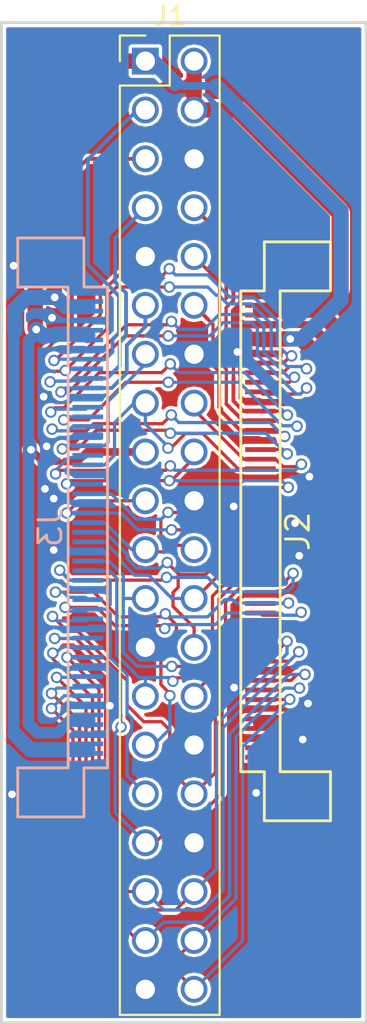
<source format=kicad_pcb>
(kicad_pcb (version 4) (host pcbnew 4.0.7)

  (general
    (links 113)
    (no_connects 0)
    (area 140.924999 102.924999 160.075001 155.075001)
    (thickness 1.6)
    (drawings 4)
    (tracks 841)
    (zones 0)
    (modules 3)
    (nets 32)
  )

  (page A4)
  (layers
    (0 F.Cu signal)
    (31 B.Cu signal)
    (32 B.Adhes user)
    (33 F.Adhes user)
    (34 B.Paste user)
    (35 F.Paste user)
    (36 B.SilkS user)
    (37 F.SilkS user)
    (38 B.Mask user)
    (39 F.Mask user)
    (40 Dwgs.User user)
    (41 Cmts.User user)
    (42 Eco1.User user)
    (43 Eco2.User user)
    (44 Edge.Cuts user)
    (45 Margin user)
    (46 B.CrtYd user)
    (47 F.CrtYd user)
    (48 B.Fab user hide)
    (49 F.Fab user hide)
  )

  (setup
    (last_trace_width 0.4)
    (user_trace_width 0.4)
    (user_trace_width 0.6)
    (user_trace_width 0.8)
    (trace_clearance 0.17)
    (zone_clearance 0.508)
    (zone_45_only no)
    (trace_min 0.17)
    (segment_width 0.2)
    (edge_width 0.15)
    (via_size 0.6)
    (via_drill 0.4)
    (via_min_size 0.4)
    (via_min_drill 0.3)
    (uvia_size 0.3)
    (uvia_drill 0.1)
    (uvias_allowed no)
    (uvia_min_size 0.2)
    (uvia_min_drill 0.1)
    (pcb_text_width 0.3)
    (pcb_text_size 1.5 1.5)
    (mod_edge_width 0.15)
    (mod_text_size 1 1)
    (mod_text_width 0.15)
    (pad_size 1.524 1.524)
    (pad_drill 0.762)
    (pad_to_mask_clearance 0.2)
    (aux_axis_origin 160 103)
    (visible_elements 7FFFFF7F)
    (pcbplotparams
      (layerselection 0x010f0_80000001)
      (usegerberextensions true)
      (usegerberattributes true)
      (excludeedgelayer true)
      (linewidth 0.100000)
      (plotframeref false)
      (viasonmask false)
      (mode 1)
      (useauxorigin true)
      (hpglpennumber 1)
      (hpglpenspeed 20)
      (hpglpendiameter 15)
      (hpglpenoverlay 2)
      (psnegative false)
      (psa4output false)
      (plotreference false)
      (plotvalue false)
      (plotinvisibletext false)
      (padsonsilk false)
      (subtractmaskfromsilk false)
      (outputformat 1)
      (mirror false)
      (drillshape 0)
      (scaleselection 1)
      (outputdirectory gerbers/))
  )

  (net 0 "")
  (net 1 GND)
  (net 2 +3V3)
  (net 3 +5V)
  (net 4 SDA)
  (net 5 SCL)
  (net 6 GP4)
  (net 7 TX)
  (net 8 RX)
  (net 9 GP17)
  (net 10 GP18)
  (net 11 SD_D3)
  (net 12 SD_CLK)
  (net 13 SD_CMD)
  (net 14 SD_D0)
  (net 15 MOSI)
  (net 16 MISO)
  (net 17 SD_D1)
  (net 18 SCK)
  (net 19 CS0)
  (net 20 CS1)
  (net 21 ID_SD)
  (net 22 ID_SC)
  (net 23 GP5)
  (net 24 GP6)
  (net 25 GP12)
  (net 26 GP13)
  (net 27 GP19)
  (net 28 GP16)
  (net 29 SD_D2)
  (net 30 GP20)
  (net 31 GP21)

  (net_class Default "This is the default net class."
    (clearance 0.17)
    (trace_width 0.17)
    (via_dia 0.6)
    (via_drill 0.4)
    (uvia_dia 0.3)
    (uvia_drill 0.1)
    (add_net +3V3)
    (add_net +5V)
    (add_net CS0)
    (add_net CS1)
    (add_net GND)
    (add_net GP12)
    (add_net GP13)
    (add_net GP16)
    (add_net GP17)
    (add_net GP18)
    (add_net GP19)
    (add_net GP20)
    (add_net GP21)
    (add_net GP4)
    (add_net GP5)
    (add_net GP6)
    (add_net ID_SC)
    (add_net ID_SD)
    (add_net MISO)
    (add_net MOSI)
    (add_net RX)
    (add_net SCK)
    (add_net SCL)
    (add_net SDA)
    (add_net SD_CLK)
    (add_net SD_CMD)
    (add_net SD_D0)
    (add_net SD_D1)
    (add_net SD_D2)
    (add_net SD_D3)
    (add_net TX)
  )

  (module .pretty:FPC_50 (layer F.Cu) (tedit 0) (tstamp 5C3CDA0C)
    (at 154.5 129.45 90)
    (path /5BA88DE6)
    (fp_text reference J2 (at 0 1.95 90) (layer F.SilkS)
      (effects (font (size 1.2 1.2) (thickness 0.15)))
    )
    (fp_text value Conn_01x50_shd (at 0 3.3 90) (layer F.Fab)
      (effects (font (size 1.2 1.2) (thickness 0.15)))
    )
    (fp_line (start -12.5 -1.025) (end 12.5 -1.025) (layer F.SilkS) (width 0.15))
    (fp_line (start -12.5 1.025) (end 12.5 1.025) (layer F.SilkS) (width 0.15))
    (fp_line (start -12.5 1.025) (end -12.5 3.65) (layer F.SilkS) (width 0.15))
    (fp_line (start 12.5 1.025) (end 12.5 3.65) (layer F.SilkS) (width 0.15))
    (fp_line (start -12.5 3.65) (end -15.05 3.65) (layer F.SilkS) (width 0.15))
    (fp_line (start 12.5 3.65) (end 15.05 3.65) (layer F.SilkS) (width 0.15))
    (fp_line (start -15.05 3.65) (end -15.05 0.2) (layer F.SilkS) (width 0.15))
    (fp_line (start 15.05 3.65) (end 15.05 0.2) (layer F.SilkS) (width 0.15))
    (fp_line (start -15.05 0.2) (end -12.5 0.2) (layer F.SilkS) (width 0.15))
    (fp_line (start 15.05 0.2) (end 12.5 0.2) (layer F.SilkS) (width 0.15))
    (fp_line (start -12.5 0.2) (end -12.5 -1.025) (layer F.SilkS) (width 0.15))
    (fp_line (start 12.5 0.2) (end 12.5 -1.025) (layer F.SilkS) (width 0.15))
    (pad 1 smd rect (at -12.25 0 90) (size 0.25 1.6) (layers F.Cu F.Paste F.Mask)
      (net 1 GND))
    (pad 2 smd rect (at -11.75 0 90) (size 0.25 1.6) (layers F.Cu F.Paste F.Mask)
      (net 3 +5V))
    (pad 3 smd rect (at -11.25 0 90) (size 0.25 1.6) (layers F.Cu F.Paste F.Mask)
      (net 3 +5V))
    (pad 4 smd rect (at -10.75 0 90) (size 0.25 1.6) (layers F.Cu F.Paste F.Mask)
      (net 1 GND))
    (pad 5 smd rect (at -10.25 0 90) (size 0.25 1.6) (layers F.Cu F.Paste F.Mask)
      (net 2 +3V3))
    (pad 6 smd rect (at -9.75 0 90) (size 0.25 1.6) (layers F.Cu F.Paste F.Mask)
      (net 2 +3V3))
    (pad 7 smd rect (at -9.25 0 90) (size 0.25 1.6) (layers F.Cu F.Paste F.Mask)
      (net 1 GND))
    (pad 8 smd rect (at -8.75 0 90) (size 0.25 1.6) (layers F.Cu F.Paste F.Mask)
      (net 31 GP21))
    (pad 9 smd rect (at -8.25 0 90) (size 0.25 1.6) (layers F.Cu F.Paste F.Mask)
      (net 30 GP20))
    (pad 10 smd rect (at -7.75 0 90) (size 0.25 1.6) (layers F.Cu F.Paste F.Mask)
      (net 29 SD_D2))
    (pad 11 smd rect (at -7.25 0 90) (size 0.25 1.6) (layers F.Cu F.Paste F.Mask)
      (net 1 GND))
    (pad 12 smd rect (at -6.75 0 90) (size 0.25 1.6) (layers F.Cu F.Paste F.Mask)
      (net 27 GP19))
    (pad 13 smd rect (at -6.25 0 90) (size 0.25 1.6) (layers F.Cu F.Paste F.Mask)
      (net 28 GP16))
    (pad 14 smd rect (at -5.75 0 90) (size 0.25 1.6) (layers F.Cu F.Paste F.Mask)
      (net 26 GP13))
    (pad 15 smd rect (at -5.25 0 90) (size 0.25 1.6) (layers F.Cu F.Paste F.Mask)
      (net 1 GND))
    (pad 16 smd rect (at -4.75 0 90) (size 0.25 1.6) (layers F.Cu F.Paste F.Mask)
      (net 25 GP12))
    (pad 17 smd rect (at -4.25 0 90) (size 0.25 1.6) (layers F.Cu F.Paste F.Mask)
      (net 24 GP6))
    (pad 18 smd rect (at -3.75 0 90) (size 0.25 1.6) (layers F.Cu F.Paste F.Mask)
      (net 23 GP5))
    (pad 19 smd rect (at -3.25 0 90) (size 0.25 1.6) (layers F.Cu F.Paste F.Mask)
      (net 1 GND))
    (pad 20 smd rect (at -2.75 0 90) (size 0.25 1.6) (layers F.Cu F.Paste F.Mask)
      (net 22 ID_SC))
    (pad 21 smd rect (at -2.25 0 90) (size 0.25 1.6) (layers F.Cu F.Paste F.Mask)
      (net 21 ID_SD))
    (pad 22 smd rect (at -1.75 0 90) (size 0.25 1.6) (layers F.Cu F.Paste F.Mask)
      (net 18 SCK))
    (pad 23 smd rect (at -1.25 0 90) (size 0.25 1.6) (layers F.Cu F.Paste F.Mask)
      (net 1 GND))
    (pad 24 smd rect (at -0.75 0 90) (size 0.25 1.6) (layers F.Cu F.Paste F.Mask)
      (net 19 CS0))
    (pad 25 smd rect (at -0.25 0 90) (size 0.25 1.6) (layers F.Cu F.Paste F.Mask)
      (net 20 CS1))
    (pad 26 smd rect (at 0.25 0 90) (size 0.25 1.6) (layers F.Cu F.Paste F.Mask)
      (net 16 MISO))
    (pad 27 smd rect (at 0.75 0 90) (size 0.25 1.6) (layers F.Cu F.Paste F.Mask)
      (net 15 MOSI))
    (pad 28 smd rect (at 1.25 0 90) (size 0.25 1.6) (layers F.Cu F.Paste F.Mask)
      (net 1 GND))
    (pad 29 smd rect (at 1.75 0 90) (size 0.25 1.6) (layers F.Cu F.Paste F.Mask)
      (net 17 SD_D1))
    (pad 30 smd rect (at 2.25 0 90) (size 0.25 1.6) (layers F.Cu F.Paste F.Mask)
      (net 14 SD_D0))
    (pad 31 smd rect (at 2.75 0 90) (size 0.25 1.6) (layers F.Cu F.Paste F.Mask)
      (net 1 GND))
    (pad 32 smd rect (at 3.25 0 90) (size 0.25 1.6) (layers F.Cu F.Paste F.Mask)
      (net 12 SD_CLK))
    (pad 33 smd rect (at 3.75 0 90) (size 0.25 1.6) (layers F.Cu F.Paste F.Mask)
      (net 13 SD_CMD))
    (pad 34 smd rect (at 4.25 0 90) (size 0.25 1.6) (layers F.Cu F.Paste F.Mask)
      (net 11 SD_D3))
    (pad 35 smd rect (at 4.75 0 90) (size 0.25 1.6) (layers F.Cu F.Paste F.Mask)
      (net 1 GND))
    (pad 36 smd rect (at 5.25 0 90) (size 0.25 1.6) (layers F.Cu F.Paste F.Mask)
      (net 10 GP18))
    (pad 37 smd rect (at 5.75 0 90) (size 0.25 1.6) (layers F.Cu F.Paste F.Mask)
      (net 8 RX))
    (pad 38 smd rect (at 6.25 0 90) (size 0.25 1.6) (layers F.Cu F.Paste F.Mask)
      (net 7 TX))
    (pad 39 smd rect (at 6.75 0 90) (size 0.25 1.6) (layers F.Cu F.Paste F.Mask)
      (net 1 GND))
    (pad 40 smd rect (at 7.25 0 90) (size 0.25 1.6) (layers F.Cu F.Paste F.Mask)
      (net 9 GP17))
    (pad 41 smd rect (at 7.75 0 90) (size 0.25 1.6) (layers F.Cu F.Paste F.Mask)
      (net 6 GP4))
    (pad 42 smd rect (at 8.25 0 90) (size 0.25 1.6) (layers F.Cu F.Paste F.Mask)
      (net 5 SCL))
    (pad 43 smd rect (at 8.75 0 90) (size 0.25 1.6) (layers F.Cu F.Paste F.Mask)
      (net 4 SDA))
    (pad 44 smd rect (at 9.25 0 90) (size 0.25 1.6) (layers F.Cu F.Paste F.Mask)
      (net 1 GND))
    (pad 45 smd rect (at 9.75 0 90) (size 0.25 1.6) (layers F.Cu F.Paste F.Mask)
      (net 2 +3V3))
    (pad 46 smd rect (at 10.25 0 90) (size 0.25 1.6) (layers F.Cu F.Paste F.Mask)
      (net 2 +3V3))
    (pad 47 smd rect (at 10.75 0 90) (size 0.25 1.6) (layers F.Cu F.Paste F.Mask)
      (net 1 GND))
    (pad 48 smd rect (at 11.25 0 90) (size 0.25 1.6) (layers F.Cu F.Paste F.Mask)
      (net 3 +5V))
    (pad 49 smd rect (at 11.75 0 90) (size 0.25 1.6) (layers F.Cu F.Paste F.Mask)
      (net 3 +5V))
    (pad 50 smd rect (at 12.25 0 90) (size 0.25 1.6) (layers F.Cu F.Paste F.Mask)
      (net 1 GND))
    (pad 0 smd rect (at -13.85 2 90) (size 1.5 3) (layers F.Cu F.Paste F.Mask)
      (net 1 GND))
    (pad 0 smd rect (at 13.85 2 90) (size 1.5 3) (layers F.Cu F.Paste F.Mask)
      (net 1 GND))
  )

  (module .pretty:FPC_50 (layer B.Cu) (tedit 0) (tstamp 5C3CDA44)
    (at 145.5 129.25 90)
    (path /5C3CDB91)
    (fp_text reference J3 (at 0 -1.95 90) (layer B.SilkS)
      (effects (font (size 1.2 1.2) (thickness 0.15)) (justify mirror))
    )
    (fp_text value Conn_01x50_shd (at 0 -3.3 90) (layer B.Fab)
      (effects (font (size 1.2 1.2) (thickness 0.15)) (justify mirror))
    )
    (fp_line (start -12.5 1.025) (end 12.5 1.025) (layer B.SilkS) (width 0.15))
    (fp_line (start -12.5 -1.025) (end 12.5 -1.025) (layer B.SilkS) (width 0.15))
    (fp_line (start -12.5 -1.025) (end -12.5 -3.65) (layer B.SilkS) (width 0.15))
    (fp_line (start 12.5 -1.025) (end 12.5 -3.65) (layer B.SilkS) (width 0.15))
    (fp_line (start -12.5 -3.65) (end -15.05 -3.65) (layer B.SilkS) (width 0.15))
    (fp_line (start 12.5 -3.65) (end 15.05 -3.65) (layer B.SilkS) (width 0.15))
    (fp_line (start -15.05 -3.65) (end -15.05 -0.2) (layer B.SilkS) (width 0.15))
    (fp_line (start 15.05 -3.65) (end 15.05 -0.2) (layer B.SilkS) (width 0.15))
    (fp_line (start -15.05 -0.2) (end -12.5 -0.2) (layer B.SilkS) (width 0.15))
    (fp_line (start 15.05 -0.2) (end 12.5 -0.2) (layer B.SilkS) (width 0.15))
    (fp_line (start -12.5 -0.2) (end -12.5 1.025) (layer B.SilkS) (width 0.15))
    (fp_line (start 12.5 -0.2) (end 12.5 1.025) (layer B.SilkS) (width 0.15))
    (pad 1 smd rect (at -12.25 0 90) (size 0.25 1.6) (layers B.Cu B.Paste B.Mask)
      (net 1 GND))
    (pad 2 smd rect (at -11.75 0 90) (size 0.25 1.6) (layers B.Cu B.Paste B.Mask)
      (net 3 +5V))
    (pad 3 smd rect (at -11.25 0 90) (size 0.25 1.6) (layers B.Cu B.Paste B.Mask)
      (net 3 +5V))
    (pad 4 smd rect (at -10.75 0 90) (size 0.25 1.6) (layers B.Cu B.Paste B.Mask)
      (net 1 GND))
    (pad 5 smd rect (at -10.25 0 90) (size 0.25 1.6) (layers B.Cu B.Paste B.Mask)
      (net 2 +3V3))
    (pad 6 smd rect (at -9.75 0 90) (size 0.25 1.6) (layers B.Cu B.Paste B.Mask)
      (net 2 +3V3))
    (pad 7 smd rect (at -9.25 0 90) (size 0.25 1.6) (layers B.Cu B.Paste B.Mask)
      (net 1 GND))
    (pad 8 smd rect (at -8.75 0 90) (size 0.25 1.6) (layers B.Cu B.Paste B.Mask)
      (net 31 GP21))
    (pad 9 smd rect (at -8.25 0 90) (size 0.25 1.6) (layers B.Cu B.Paste B.Mask)
      (net 30 GP20))
    (pad 10 smd rect (at -7.75 0 90) (size 0.25 1.6) (layers B.Cu B.Paste B.Mask)
      (net 29 SD_D2))
    (pad 11 smd rect (at -7.25 0 90) (size 0.25 1.6) (layers B.Cu B.Paste B.Mask)
      (net 1 GND))
    (pad 12 smd rect (at -6.75 0 90) (size 0.25 1.6) (layers B.Cu B.Paste B.Mask)
      (net 27 GP19))
    (pad 13 smd rect (at -6.25 0 90) (size 0.25 1.6) (layers B.Cu B.Paste B.Mask)
      (net 28 GP16))
    (pad 14 smd rect (at -5.75 0 90) (size 0.25 1.6) (layers B.Cu B.Paste B.Mask)
      (net 26 GP13))
    (pad 15 smd rect (at -5.25 0 90) (size 0.25 1.6) (layers B.Cu B.Paste B.Mask)
      (net 1 GND))
    (pad 16 smd rect (at -4.75 0 90) (size 0.25 1.6) (layers B.Cu B.Paste B.Mask)
      (net 25 GP12))
    (pad 17 smd rect (at -4.25 0 90) (size 0.25 1.6) (layers B.Cu B.Paste B.Mask)
      (net 24 GP6))
    (pad 18 smd rect (at -3.75 0 90) (size 0.25 1.6) (layers B.Cu B.Paste B.Mask)
      (net 23 GP5))
    (pad 19 smd rect (at -3.25 0 90) (size 0.25 1.6) (layers B.Cu B.Paste B.Mask)
      (net 1 GND))
    (pad 20 smd rect (at -2.75 0 90) (size 0.25 1.6) (layers B.Cu B.Paste B.Mask)
      (net 22 ID_SC))
    (pad 21 smd rect (at -2.25 0 90) (size 0.25 1.6) (layers B.Cu B.Paste B.Mask)
      (net 21 ID_SD))
    (pad 22 smd rect (at -1.75 0 90) (size 0.25 1.6) (layers B.Cu B.Paste B.Mask)
      (net 18 SCK))
    (pad 23 smd rect (at -1.25 0 90) (size 0.25 1.6) (layers B.Cu B.Paste B.Mask)
      (net 1 GND))
    (pad 24 smd rect (at -0.75 0 90) (size 0.25 1.6) (layers B.Cu B.Paste B.Mask)
      (net 19 CS0))
    (pad 25 smd rect (at -0.25 0 90) (size 0.25 1.6) (layers B.Cu B.Paste B.Mask)
      (net 20 CS1))
    (pad 26 smd rect (at 0.25 0 90) (size 0.25 1.6) (layers B.Cu B.Paste B.Mask)
      (net 16 MISO))
    (pad 27 smd rect (at 0.75 0 90) (size 0.25 1.6) (layers B.Cu B.Paste B.Mask)
      (net 15 MOSI))
    (pad 28 smd rect (at 1.25 0 90) (size 0.25 1.6) (layers B.Cu B.Paste B.Mask)
      (net 1 GND))
    (pad 29 smd rect (at 1.75 0 90) (size 0.25 1.6) (layers B.Cu B.Paste B.Mask)
      (net 17 SD_D1))
    (pad 30 smd rect (at 2.25 0 90) (size 0.25 1.6) (layers B.Cu B.Paste B.Mask)
      (net 14 SD_D0))
    (pad 31 smd rect (at 2.75 0 90) (size 0.25 1.6) (layers B.Cu B.Paste B.Mask)
      (net 1 GND))
    (pad 32 smd rect (at 3.25 0 90) (size 0.25 1.6) (layers B.Cu B.Paste B.Mask)
      (net 12 SD_CLK))
    (pad 33 smd rect (at 3.75 0 90) (size 0.25 1.6) (layers B.Cu B.Paste B.Mask)
      (net 13 SD_CMD))
    (pad 34 smd rect (at 4.25 0 90) (size 0.25 1.6) (layers B.Cu B.Paste B.Mask)
      (net 11 SD_D3))
    (pad 35 smd rect (at 4.75 0 90) (size 0.25 1.6) (layers B.Cu B.Paste B.Mask)
      (net 1 GND))
    (pad 36 smd rect (at 5.25 0 90) (size 0.25 1.6) (layers B.Cu B.Paste B.Mask)
      (net 10 GP18))
    (pad 37 smd rect (at 5.75 0 90) (size 0.25 1.6) (layers B.Cu B.Paste B.Mask)
      (net 8 RX))
    (pad 38 smd rect (at 6.25 0 90) (size 0.25 1.6) (layers B.Cu B.Paste B.Mask)
      (net 7 TX))
    (pad 39 smd rect (at 6.75 0 90) (size 0.25 1.6) (layers B.Cu B.Paste B.Mask)
      (net 1 GND))
    (pad 40 smd rect (at 7.25 0 90) (size 0.25 1.6) (layers B.Cu B.Paste B.Mask)
      (net 9 GP17))
    (pad 41 smd rect (at 7.75 0 90) (size 0.25 1.6) (layers B.Cu B.Paste B.Mask)
      (net 6 GP4))
    (pad 42 smd rect (at 8.25 0 90) (size 0.25 1.6) (layers B.Cu B.Paste B.Mask)
      (net 5 SCL))
    (pad 43 smd rect (at 8.75 0 90) (size 0.25 1.6) (layers B.Cu B.Paste B.Mask)
      (net 4 SDA))
    (pad 44 smd rect (at 9.25 0 90) (size 0.25 1.6) (layers B.Cu B.Paste B.Mask)
      (net 1 GND))
    (pad 45 smd rect (at 9.75 0 90) (size 0.25 1.6) (layers B.Cu B.Paste B.Mask)
      (net 2 +3V3))
    (pad 46 smd rect (at 10.25 0 90) (size 0.25 1.6) (layers B.Cu B.Paste B.Mask)
      (net 2 +3V3))
    (pad 47 smd rect (at 10.75 0 90) (size 0.25 1.6) (layers B.Cu B.Paste B.Mask)
      (net 1 GND))
    (pad 48 smd rect (at 11.25 0 90) (size 0.25 1.6) (layers B.Cu B.Paste B.Mask)
      (net 3 +5V))
    (pad 49 smd rect (at 11.75 0 90) (size 0.25 1.6) (layers B.Cu B.Paste B.Mask)
      (net 3 +5V))
    (pad 50 smd rect (at 12.25 0 90) (size 0.25 1.6) (layers B.Cu B.Paste B.Mask)
      (net 1 GND))
    (pad 0 smd rect (at -13.85 -2 90) (size 1.5 3) (layers B.Cu B.Paste B.Mask)
      (net 1 GND))
    (pad 0 smd rect (at 13.85 -2 90) (size 1.5 3) (layers B.Cu B.Paste B.Mask)
      (net 1 GND))
  )

  (module 50p_0:Pin_Header_Straight_2x20_Pitch2.54mm (layer F.Cu) (tedit 59650533) (tstamp 5C3CD9D4)
    (at 148.5011 105.0036)
    (descr "Through hole straight pin header, 2x20, 2.54mm pitch, double rows")
    (tags "Through hole pin header THT 2x20 2.54mm double row")
    (path /5C3CD340)
    (fp_text reference J1 (at 1.27 -2.33) (layer F.SilkS)
      (effects (font (size 1 1) (thickness 0.15)))
    )
    (fp_text value RPi (at 1.27 50.59) (layer F.Fab)
      (effects (font (size 1 1) (thickness 0.15)))
    )
    (fp_line (start 0 -1.27) (end 3.81 -1.27) (layer F.Fab) (width 0.1))
    (fp_line (start 3.81 -1.27) (end 3.81 49.53) (layer F.Fab) (width 0.1))
    (fp_line (start 3.81 49.53) (end -1.27 49.53) (layer F.Fab) (width 0.1))
    (fp_line (start -1.27 49.53) (end -1.27 0) (layer F.Fab) (width 0.1))
    (fp_line (start -1.27 0) (end 0 -1.27) (layer F.Fab) (width 0.1))
    (fp_line (start -1.33 49.59) (end 3.87 49.59) (layer F.SilkS) (width 0.12))
    (fp_line (start -1.33 1.27) (end -1.33 49.59) (layer F.SilkS) (width 0.12))
    (fp_line (start 3.87 -1.33) (end 3.87 49.59) (layer F.SilkS) (width 0.12))
    (fp_line (start -1.33 1.27) (end 1.27 1.27) (layer F.SilkS) (width 0.12))
    (fp_line (start 1.27 1.27) (end 1.27 -1.33) (layer F.SilkS) (width 0.12))
    (fp_line (start 1.27 -1.33) (end 3.87 -1.33) (layer F.SilkS) (width 0.12))
    (fp_line (start -1.33 0) (end -1.33 -1.33) (layer F.SilkS) (width 0.12))
    (fp_line (start -1.33 -1.33) (end 0 -1.33) (layer F.SilkS) (width 0.12))
    (fp_line (start -1.8 -1.8) (end -1.8 50.05) (layer F.CrtYd) (width 0.05))
    (fp_line (start -1.8 50.05) (end 4.35 50.05) (layer F.CrtYd) (width 0.05))
    (fp_line (start 4.35 50.05) (end 4.35 -1.8) (layer F.CrtYd) (width 0.05))
    (fp_line (start 4.35 -1.8) (end -1.8 -1.8) (layer F.CrtYd) (width 0.05))
    (fp_text user %R (at 1.27 24.13 90) (layer F.Fab)
      (effects (font (size 1 1) (thickness 0.15)))
    )
    (pad 1 thru_hole rect (at 0 0) (size 1.4 1.4) (drill 1) (layers *.Cu *.Mask)
      (net 2 +3V3))
    (pad 2 thru_hole oval (at 2.54 0) (size 1.4 1.4) (drill 1) (layers *.Cu *.Mask)
      (net 3 +5V))
    (pad 3 thru_hole oval (at 0 2.54) (size 1.4 1.4) (drill 1) (layers *.Cu *.Mask)
      (net 4 SDA))
    (pad 4 thru_hole oval (at 2.54 2.54) (size 1.4 1.4) (drill 1) (layers *.Cu *.Mask)
      (net 3 +5V))
    (pad 5 thru_hole oval (at 0 5.08) (size 1.4 1.4) (drill 1) (layers *.Cu *.Mask)
      (net 5 SCL))
    (pad 6 thru_hole oval (at 2.54 5.08) (size 1.4 1.4) (drill 1) (layers *.Cu *.Mask)
      (net 1 GND))
    (pad 7 thru_hole oval (at 0 7.62) (size 1.4 1.4) (drill 1) (layers *.Cu *.Mask)
      (net 6 GP4))
    (pad 8 thru_hole oval (at 2.54 7.62) (size 1.4 1.4) (drill 1) (layers *.Cu *.Mask)
      (net 7 TX))
    (pad 9 thru_hole oval (at 0 10.16) (size 1.4 1.4) (drill 1) (layers *.Cu *.Mask)
      (net 1 GND))
    (pad 10 thru_hole oval (at 2.54 10.16) (size 1.4 1.4) (drill 1) (layers *.Cu *.Mask)
      (net 8 RX))
    (pad 11 thru_hole oval (at 0 12.7) (size 1.4 1.4) (drill 1) (layers *.Cu *.Mask)
      (net 9 GP17))
    (pad 12 thru_hole oval (at 2.54 12.7) (size 1.4 1.4) (drill 1) (layers *.Cu *.Mask)
      (net 10 GP18))
    (pad 13 thru_hole oval (at 0 15.24) (size 1.4 1.4) (drill 1) (layers *.Cu *.Mask)
      (net 11 SD_D3))
    (pad 14 thru_hole oval (at 2.54 15.24) (size 1.4 1.4) (drill 1) (layers *.Cu *.Mask)
      (net 1 GND))
    (pad 15 thru_hole oval (at 0 17.78) (size 1.4 1.4) (drill 1) (layers *.Cu *.Mask)
      (net 12 SD_CLK))
    (pad 16 thru_hole oval (at 2.54 17.78) (size 1.4 1.4) (drill 1) (layers *.Cu *.Mask)
      (net 13 SD_CMD))
    (pad 17 thru_hole oval (at 0 20.32) (size 1.4 1.4) (drill 1) (layers *.Cu *.Mask)
      (net 2 +3V3))
    (pad 18 thru_hole oval (at 2.54 20.32) (size 1.4 1.4) (drill 1) (layers *.Cu *.Mask)
      (net 14 SD_D0))
    (pad 19 thru_hole oval (at 0 22.86) (size 1.4 1.4) (drill 1) (layers *.Cu *.Mask)
      (net 15 MOSI))
    (pad 20 thru_hole oval (at 2.54 22.86) (size 1.4 1.4) (drill 1) (layers *.Cu *.Mask)
      (net 1 GND))
    (pad 21 thru_hole oval (at 0 25.4) (size 1.4 1.4) (drill 1) (layers *.Cu *.Mask)
      (net 16 MISO))
    (pad 22 thru_hole oval (at 2.54 25.4) (size 1.4 1.4) (drill 1) (layers *.Cu *.Mask)
      (net 17 SD_D1))
    (pad 23 thru_hole oval (at 0 27.94) (size 1.4 1.4) (drill 1) (layers *.Cu *.Mask)
      (net 18 SCK))
    (pad 24 thru_hole oval (at 2.54 27.94) (size 1.4 1.4) (drill 1) (layers *.Cu *.Mask)
      (net 19 CS0))
    (pad 25 thru_hole oval (at 0 30.48) (size 1.4 1.4) (drill 1) (layers *.Cu *.Mask)
      (net 1 GND))
    (pad 26 thru_hole oval (at 2.54 30.48) (size 1.4 1.4) (drill 1) (layers *.Cu *.Mask)
      (net 20 CS1))
    (pad 27 thru_hole oval (at 0 33.02) (size 1.4 1.4) (drill 1) (layers *.Cu *.Mask)
      (net 21 ID_SD))
    (pad 28 thru_hole oval (at 2.54 33.02) (size 1.4 1.4) (drill 1) (layers *.Cu *.Mask)
      (net 22 ID_SC))
    (pad 29 thru_hole oval (at 0 35.56) (size 1.4 1.4) (drill 1) (layers *.Cu *.Mask)
      (net 23 GP5))
    (pad 30 thru_hole oval (at 2.54 35.56) (size 1.4 1.4) (drill 1) (layers *.Cu *.Mask)
      (net 1 GND))
    (pad 31 thru_hole oval (at 0 38.1) (size 1.4 1.4) (drill 1) (layers *.Cu *.Mask)
      (net 24 GP6))
    (pad 32 thru_hole oval (at 2.54 38.1) (size 1.4 1.4) (drill 1) (layers *.Cu *.Mask)
      (net 25 GP12))
    (pad 33 thru_hole oval (at 0 40.64) (size 1.4 1.4) (drill 1) (layers *.Cu *.Mask)
      (net 26 GP13))
    (pad 34 thru_hole oval (at 2.54 40.64) (size 1.4 1.4) (drill 1) (layers *.Cu *.Mask)
      (net 1 GND))
    (pad 35 thru_hole oval (at 0 43.18) (size 1.4 1.4) (drill 1) (layers *.Cu *.Mask)
      (net 27 GP19))
    (pad 36 thru_hole oval (at 2.54 43.18) (size 1.4 1.4) (drill 1) (layers *.Cu *.Mask)
      (net 28 GP16))
    (pad 37 thru_hole oval (at 0 45.72) (size 1.4 1.4) (drill 1) (layers *.Cu *.Mask)
      (net 29 SD_D2))
    (pad 38 thru_hole oval (at 2.54 45.72) (size 1.4 1.4) (drill 1) (layers *.Cu *.Mask)
      (net 30 GP20))
    (pad 39 thru_hole oval (at 0 48.26) (size 1.4 1.4) (drill 1) (layers *.Cu *.Mask)
      (net 1 GND))
    (pad 40 thru_hole oval (at 2.54 48.26) (size 1.4 1.4) (drill 1) (layers *.Cu *.Mask)
      (net 31 GP21))
    (model ${KISYS3DMOD}/Pin_Headers.3dshapes/Pin_Header_Straight_2x20_Pitch2.54mm.wrl
      (at (xyz 0 0 0))
      (scale (xyz 1 1 1))
      (rotate (xyz 0 0 0))
    )
  )

  (gr_line (start 141 155) (end 141 103) (layer Edge.Cuts) (width 0.15))
  (gr_line (start 160 155) (end 141 155) (layer Edge.Cuts) (width 0.15))
  (gr_line (start 160 103) (end 160 155) (layer Edge.Cuts) (width 0.15))
  (gr_line (start 141 103) (end 160 103) (layer Edge.Cuts) (width 0.15))

  (segment (start 141.873307 115.4) (end 141.63325 115.640057) (width 0.17) (layer B.Cu) (net 1))
  (segment (start 143.5 115.4) (end 141.873307 115.4) (width 0.17) (layer B.Cu) (net 1))
  (via (at 141.63325 115.640057) (size 0.6) (drill 0.4) (layers F.Cu B.Cu) (net 1))
  (segment (start 154.5 128.2) (end 155.384002 128.2) (width 0.17) (layer F.Cu) (net 1))
  (segment (start 156.209002 129.025) (end 156.3 129.025) (width 0.17) (layer F.Cu) (net 1))
  (segment (start 155.384002 128.2) (end 156.209002 129.025) (width 0.17) (layer F.Cu) (net 1))
  (via (at 156.3 129.025) (size 0.6) (drill 0.4) (layers F.Cu B.Cu) (net 1))
  (segment (start 153.7 136.7) (end 153.125 137.275) (width 0.17) (layer F.Cu) (net 1))
  (segment (start 153.125 137.275) (end 153.125 137.575) (width 0.17) (layer F.Cu) (net 1))
  (via (at 153.125 137.575) (size 0.6) (drill 0.4) (layers F.Cu B.Cu) (net 1))
  (segment (start 154.5 136.7) (end 153.7 136.7) (width 0.17) (layer F.Cu) (net 1))
  (via (at 146.653754 138.520971) (size 0.6) (drill 0.4) (layers F.Cu B.Cu) (net 1))
  (segment (start 146.632783 138.5) (end 146.653754 138.520971) (width 0.17) (layer B.Cu) (net 1))
  (segment (start 145.5 138.5) (end 146.632783 138.5) (width 0.17) (layer B.Cu) (net 1))
  (segment (start 153.443968 124.7) (end 152.443968 123.7) (width 0.17) (layer F.Cu) (net 1))
  (segment (start 151.994958 122.324056) (end 151.996101 123.130771) (width 0.17) (layer F.Cu) (net 1))
  (segment (start 151.996101 123.130771) (end 151.994958 122.625) (width 0.17) (layer F.Cu) (net 1))
  (segment (start 152.443968 123.7) (end 151.994958 123.25099) (width 0.17) (layer F.Cu) (net 1))
  (segment (start 151.994958 123.25099) (end 151.994958 123.243144) (width 0.17) (layer F.Cu) (net 1))
  (segment (start 151.994958 123.243144) (end 151.996101 123.242001) (width 0.17) (layer F.Cu) (net 1))
  (segment (start 151.996101 123.242001) (end 151.996101 123.130771) (width 0.17) (layer F.Cu) (net 1))
  (segment (start 143.362323 125.025) (end 143.356554 125.030769) (width 0.17) (layer B.Cu) (net 1))
  (segment (start 143.525 125.025) (end 143.362323 125.025) (width 0.17) (layer B.Cu) (net 1))
  (via (at 143.356554 125.030769) (size 0.6) (drill 0.4) (layers F.Cu B.Cu) (net 1))
  (segment (start 143.267188 125.282812) (end 143.267188 127.2433) (width 0.17) (layer B.Cu) (net 1))
  (segment (start 143.525 125.025) (end 143.267188 125.282812) (width 0.17) (layer B.Cu) (net 1))
  (via (at 143.267188 127.2433) (size 0.6) (drill 0.4) (layers F.Cu B.Cu) (net 1))
  (segment (start 154.5 128.2) (end 153.145611 128.2) (width 0.17) (layer F.Cu) (net 1))
  (segment (start 151.333921 128.156421) (end 153.102032 128.156421) (width 0.17) (layer B.Cu) (net 1))
  (segment (start 151.0411 127.8636) (end 151.333921 128.156421) (width 0.17) (layer B.Cu) (net 1))
  (via (at 153.102032 128.156421) (size 0.6) (drill 0.4) (layers F.Cu B.Cu) (net 1))
  (segment (start 153.145611 128.2) (end 153.102032 128.156421) (width 0.17) (layer F.Cu) (net 1))
  (segment (start 153.373626 120.2) (end 153.29617 120.122544) (width 0.17) (layer F.Cu) (net 1))
  (segment (start 154.5 120.2) (end 153.373626 120.2) (width 0.17) (layer F.Cu) (net 1))
  (segment (start 153.175114 120.2436) (end 153.29617 120.122544) (width 0.17) (layer B.Cu) (net 1))
  (segment (start 151.0411 120.2436) (end 153.175114 120.2436) (width 0.17) (layer B.Cu) (net 1))
  (via (at 153.29617 120.122544) (size 0.6) (drill 0.4) (layers F.Cu B.Cu) (net 1))
  (segment (start 143.537397 122.45) (end 143.2 122.45) (width 0.17) (layer B.Cu) (net 1))
  (segment (start 143.847806 122.760409) (end 143.537397 122.45) (width 0.17) (layer B.Cu) (net 1))
  (segment (start 144.367314 122.760409) (end 143.847806 122.760409) (width 0.17) (layer B.Cu) (net 1))
  (segment (start 144.627723 122.5) (end 144.367314 122.760409) (width 0.17) (layer B.Cu) (net 1))
  (segment (start 145.5 122.5) (end 144.627723 122.5) (width 0.17) (layer B.Cu) (net 1))
  (segment (start 143.875 118.475) (end 143.747384 118.347384) (width 0.17) (layer F.Cu) (net 1))
  (via (at 143.638229 118.347384) (size 0.6) (drill 0.4) (layers F.Cu B.Cu) (net 1))
  (segment (start 143.747384 118.347384) (end 143.638229 118.347384) (width 0.17) (layer F.Cu) (net 1))
  (segment (start 145.5 118.5) (end 143.9 118.5) (width 0.17) (layer B.Cu) (net 1))
  (segment (start 143.9 118.5) (end 143.875 118.475) (width 0.17) (layer B.Cu) (net 1))
  (segment (start 143.936651 124.613349) (end 143.525 125.025) (width 0.17) (layer B.Cu) (net 1))
  (segment (start 145.5 124.5) (end 145.386651 124.613349) (width 0.17) (layer B.Cu) (net 1))
  (segment (start 145.386651 124.613349) (end 143.936651 124.613349) (width 0.17) (layer B.Cu) (net 1))
  (via (at 143.2 122.45) (size 0.6) (drill 0.4) (layers F.Cu B.Cu) (net 1))
  (segment (start 151.994958 122.85) (end 151.994958 122.725) (width 0.17) (layer F.Cu) (net 1))
  (segment (start 154.5 124.7) (end 153.443968 124.7) (width 0.17) (layer F.Cu) (net 1))
  (segment (start 151.994958 123.25099) (end 151.994958 122.85) (width 0.17) (layer F.Cu) (net 1))
  (segment (start 151.0411 121.370198) (end 151.994958 122.324056) (width 0.17) (layer F.Cu) (net 1))
  (segment (start 151.0411 120.2436) (end 151.0411 121.370198) (width 0.17) (layer F.Cu) (net 1))
  (segment (start 153.615998 120.2) (end 153.444999 120.370999) (width 0.17) (layer F.Cu) (net 1))
  (segment (start 153.615998 122.7) (end 154.5 122.7) (width 0.17) (layer F.Cu) (net 1))
  (segment (start 153.557461 120.2) (end 154.5 120.2) (width 0.17) (layer F.Cu) (net 1))
  (segment (start 153.615998 118.7) (end 153.444999 118.870999) (width 0.17) (layer F.Cu) (net 1))
  (segment (start 154.5 120.2) (end 153.615998 120.2) (width 0.17) (layer F.Cu) (net 1))
  (segment (start 153.444999 120.087538) (end 153.557461 120.2) (width 0.17) (layer F.Cu) (net 1))
  (segment (start 153.444999 118.870999) (end 153.444999 120.087538) (width 0.17) (layer F.Cu) (net 1))
  (segment (start 153.444999 120.370999) (end 153.444999 122.529001) (width 0.17) (layer F.Cu) (net 1))
  (segment (start 153.444999 122.529001) (end 153.615998 122.7) (width 0.17) (layer F.Cu) (net 1))
  (segment (start 143.484751 130.665249) (end 143.725 130.425) (width 0.17) (layer B.Cu) (net 1))
  (segment (start 145.5 132.5) (end 144.599579 132.5) (width 0.17) (layer B.Cu) (net 1))
  (segment (start 143.690651 132.027713) (end 143.484751 131.821813) (width 0.17) (layer B.Cu) (net 1))
  (segment (start 143.484751 131.821813) (end 143.484751 130.665249) (width 0.17) (layer B.Cu) (net 1))
  (segment (start 144.599579 132.5) (end 144.127292 132.027713) (width 0.17) (layer B.Cu) (net 1))
  (segment (start 144.127292 132.027713) (end 143.690651 132.027713) (width 0.17) (layer B.Cu) (net 1))
  (segment (start 145.5 141.5) (end 143.175 141.5) (width 0.17) (layer B.Cu) (net 1))
  (segment (start 143.175 141.5) (end 141.55 143.125) (width 0.17) (layer B.Cu) (net 1))
  (via (at 141.55 143.125) (size 0.6) (drill 0.4) (layers F.Cu B.Cu) (net 1))
  (segment (start 154.5 141.7) (end 154.5 142.825) (width 0.17) (layer F.Cu) (net 1))
  (segment (start 154.5 142.825) (end 154.275 143.05) (width 0.17) (layer F.Cu) (net 1))
  (via (at 154.275 143.05) (size 0.6) (drill 0.4) (layers F.Cu B.Cu) (net 1))
  (segment (start 154.54094 138.74094) (end 154.5 138.7) (width 0.17) (layer F.Cu) (net 1))
  (segment (start 156.63406 138.74094) (end 154.54094 138.74094) (width 0.17) (layer F.Cu) (net 1))
  (segment (start 156.975 138.4) (end 156.63406 138.74094) (width 0.17) (layer F.Cu) (net 1))
  (segment (start 156.702976 140.275) (end 156.975 140.002976) (width 0.17) (layer B.Cu) (net 1))
  (segment (start 156.975 140.002976) (end 156.975 138.4) (width 0.17) (layer B.Cu) (net 1))
  (via (at 156.975 138.4) (size 0.6) (drill 0.4) (layers F.Cu B.Cu) (net 1))
  (segment (start 154.5 140.2) (end 156.627976 140.2) (width 0.17) (layer F.Cu) (net 1))
  (segment (start 156.627976 140.2) (end 156.702976 140.275) (width 0.17) (layer F.Cu) (net 1))
  (via (at 156.702976 140.275) (size 0.6) (drill 0.4) (layers F.Cu B.Cu) (net 1))
  (segment (start 145.5 117) (end 146.384002 117) (width 0.17) (layer B.Cu) (net 1))
  (segment (start 146.384002 117) (end 146.555001 117.170999) (width 0.17) (layer B.Cu) (net 1))
  (segment (start 146.555001 117.170999) (end 146.555001 118.329001) (width 0.17) (layer B.Cu) (net 1))
  (segment (start 146.555001 118.329001) (end 146.384002 118.5) (width 0.17) (layer B.Cu) (net 1))
  (segment (start 146.384002 118.5) (end 145.5 118.5) (width 0.17) (layer B.Cu) (net 1))
  (segment (start 154.5 117.2) (end 153.615998 117.2) (width 0.17) (layer F.Cu) (net 1))
  (segment (start 153.615998 117.2) (end 153.444999 117.370999) (width 0.17) (layer F.Cu) (net 1))
  (segment (start 153.444999 117.370999) (end 153.444999 118.529001) (width 0.17) (layer F.Cu) (net 1))
  (segment (start 153.444999 118.529001) (end 153.615998 118.7) (width 0.17) (layer F.Cu) (net 1))
  (segment (start 153.615998 118.7) (end 154.5 118.7) (width 0.17) (layer F.Cu) (net 1))
  (via (at 157.051113 126.608267) (size 0.6) (drill 0.4) (layers F.Cu B.Cu) (net 1))
  (segment (start 154.5 126.7) (end 155.528598 126.7) (width 0.17) (layer F.Cu) (net 1))
  (segment (start 155.620331 126.608267) (end 157.051113 126.608267) (width 0.17) (layer F.Cu) (net 1))
  (segment (start 156.900001 127.725001) (end 156.900001 126.759379) (width 0.17) (layer B.Cu) (net 1))
  (segment (start 156.900001 126.759379) (end 157.051113 126.608267) (width 0.17) (layer B.Cu) (net 1))
  (segment (start 155.528598 126.7) (end 155.620331 126.608267) (width 0.17) (layer F.Cu) (net 1))
  (segment (start 154.5 130.7) (end 156.5 130.7) (width 0.17) (layer F.Cu) (net 1))
  (segment (start 156.5 130.7) (end 156.52 130.72) (width 0.17) (layer F.Cu) (net 1))
  (via (at 156.52 130.72) (size 0.6) (drill 0.4) (layers F.Cu B.Cu) (net 1))
  (segment (start 145.5 128) (end 145.444999 127.944999) (width 0.17) (layer B.Cu) (net 1))
  (segment (start 145.444999 127.944999) (end 143.919999 127.944999) (width 0.17) (layer B.Cu) (net 1))
  (segment (start 143.919999 127.944999) (end 143.725 127.75) (width 0.17) (layer B.Cu) (net 1))
  (via (at 143.725 127.75) (size 0.6) (drill 0.4) (layers F.Cu B.Cu) (net 1))
  (segment (start 145.5 126.5) (end 148.609082 126.5) (width 0.17) (layer B.Cu) (net 1))
  (segment (start 148.609082 126.5) (end 149.972682 127.8636) (width 0.17) (layer B.Cu) (net 1))
  (segment (start 149.972682 127.8636) (end 151.0411 127.8636) (width 0.17) (layer B.Cu) (net 1))
  (segment (start 143.8 130.5) (end 143.725 130.425) (width 0.17) (layer B.Cu) (net 1))
  (via (at 143.725 130.425) (size 0.6) (drill 0.4) (layers F.Cu B.Cu) (net 1))
  (segment (start 145.5 130.5) (end 143.8 130.5) (width 0.17) (layer B.Cu) (net 1))
  (segment (start 144.325 125.823591) (end 143.925 125.796334) (width 0.17) (layer F.Cu) (net 2))
  (segment (start 142.540069 125.209084) (end 143.127319 125.796334) (width 0.4) (layer F.Cu) (net 2))
  (segment (start 143.127319 125.796334) (end 143.500597 125.796334) (width 0.4) (layer F.Cu) (net 2))
  (segment (start 143.500597 125.796334) (end 143.925 125.796334) (width 0.4) (layer F.Cu) (net 2))
  (segment (start 148.5011 125.3236) (end 145.459624 125.3236) (width 0.4) (layer F.Cu) (net 2))
  (segment (start 145.459624 125.3236) (end 144.959633 125.823591) (width 0.4) (layer F.Cu) (net 2))
  (segment (start 144.959633 125.823591) (end 144.325 125.823591) (width 0.4) (layer F.Cu) (net 2))
  (segment (start 143.132013 119.274999) (end 142.813358 118.956344) (width 0.8) (layer B.Cu) (net 2))
  (segment (start 143.812387 119.199785) (end 143.737173 119.274999) (width 0.8) (layer B.Cu) (net 2))
  (segment (start 145.424786 119.199785) (end 143.812387 119.199785) (width 0.8) (layer B.Cu) (net 2))
  (segment (start 143.737173 119.274999) (end 143.132013 119.274999) (width 0.8) (layer B.Cu) (net 2))
  (segment (start 145.5 119.274999) (end 145.424786 119.199785) (width 0.8) (layer B.Cu) (net 2))
  (segment (start 142.758864 118.90185) (end 142.813358 118.956344) (width 0.8) (layer F.Cu) (net 2))
  (segment (start 142.758864 109.052171) (end 142.758864 118.90185) (width 0.8) (layer F.Cu) (net 2))
  (segment (start 146.807435 105.0036) (end 142.758864 109.052171) (width 0.8) (layer F.Cu) (net 2))
  (segment (start 143.211567 119.332549) (end 142.835362 118.956344) (width 0.8) (layer B.Cu) (net 2))
  (segment (start 142.408401 119.564319) (end 142.813358 119.159362) (width 0.6) (layer B.Cu) (net 2))
  (segment (start 148.5011 105.0036) (end 146.807435 105.0036) (width 0.8) (layer F.Cu) (net 2))
  (segment (start 142.835362 118.956344) (end 142.813358 118.956344) (width 0.8) (layer B.Cu) (net 2))
  (segment (start 142.408401 124.775) (end 142.408401 119.564319) (width 0.6) (layer B.Cu) (net 2))
  (segment (start 142.813358 119.159362) (end 142.813358 118.956344) (width 0.6) (layer B.Cu) (net 2))
  (via (at 142.813358 118.956344) (size 0.6) (drill 0.4) (layers F.Cu B.Cu) (net 2))
  (segment (start 142.540069 125.462272) (end 142.540069 125.209084) (width 0.6) (layer B.Cu) (net 2))
  (segment (start 142.408401 125.59394) (end 142.540069 125.462272) (width 0.6) (layer B.Cu) (net 2))
  (segment (start 142.540069 124.906668) (end 142.540069 125.209084) (width 0.6) (layer B.Cu) (net 2))
  (segment (start 142.408401 124.775) (end 142.540069 124.906668) (width 0.6) (layer B.Cu) (net 2))
  (via (at 142.540069 125.209084) (size 0.6) (drill 0.4) (layers F.Cu B.Cu) (net 2))
  (segment (start 142.408401 124.775) (end 142.408401 125.59394) (width 0.6) (layer B.Cu) (net 2))
  (segment (start 154.5 119.7) (end 154.5 119.55) (width 0.17) (layer F.Cu) (net 2))
  (segment (start 154.5 119.55) (end 154.424999 119.474999) (width 0.17) (layer F.Cu) (net 2))
  (segment (start 154.5 119.2) (end 154.5 119.7) (width 0.17) (layer F.Cu) (net 2))
  (segment (start 156.622007 119.45) (end 157.921115 120.749108) (width 0.8) (layer F.Cu) (net 2))
  (segment (start 157.921115 120.749108) (end 157.921115 136.155786) (width 0.8) (layer F.Cu) (net 2))
  (segment (start 157.921115 136.155786) (end 158.149668 136.384339) (width 0.8) (layer F.Cu) (net 2))
  (segment (start 156.05 119.45) (end 156.622007 119.45) (width 0.8) (layer F.Cu) (net 2))
  (segment (start 145.5 139) (end 145.5 139.5) (width 0.17) (layer B.Cu) (net 2))
  (segment (start 154.5 139.2) (end 154.5 139.395001) (width 0.17) (layer F.Cu) (net 2))
  (segment (start 154.5 139.395001) (end 154.50095 139.395951) (width 0.17) (layer F.Cu) (net 2))
  (segment (start 142.871438 139.925) (end 143.932204 139.925) (width 0.6) (layer B.Cu) (net 2))
  (segment (start 143.932204 139.925) (end 144.578602 139.278602) (width 0.6) (layer B.Cu) (net 2))
  (segment (start 144.578602 139.278602) (end 144.575 139.275) (width 0.6) (layer B.Cu) (net 2))
  (segment (start 144.575 139.275) (end 145.5 139.275) (width 0.6) (layer B.Cu) (net 2))
  (segment (start 142.871438 139.925) (end 142.861449 139.934989) (width 0.6) (layer B.Cu) (net 2))
  (segment (start 142.861449 139.934989) (end 142.408401 139.481941) (width 0.6) (layer B.Cu) (net 2))
  (segment (start 142.408401 139.481941) (end 142.408401 125.59394) (width 0.6) (layer B.Cu) (net 2))
  (segment (start 142.57318 139.626742) (end 142.871438 139.925) (width 0.6) (layer B.Cu) (net 2))
  (segment (start 158.149668 138.730404) (end 157.484121 139.395951) (width 0.8) (layer F.Cu) (net 2))
  (segment (start 157.484121 139.395951) (end 154.50095 139.395951) (width 0.8) (layer F.Cu) (net 2))
  (segment (start 158.149668 136.384339) (end 158.149668 138.730404) (width 0.5) (layer F.Cu) (net 2))
  (segment (start 145.5 139.275) (end 145.470001 139.304999) (width 0.8) (layer B.Cu) (net 2))
  (segment (start 145.5 139.275) (end 145.5 139.5) (width 0.2) (layer B.Cu) (net 2))
  (segment (start 145.5 139) (end 145.5 139.275) (width 0.2) (layer B.Cu) (net 2))
  (segment (start 155.475001 119.474999) (end 154.424999 119.474999) (width 0.8) (layer F.Cu) (net 2))
  (segment (start 156.05 119.45) (end 155.5 119.45) (width 0.8) (layer F.Cu) (net 2))
  (segment (start 155.5 119.45) (end 155.475001 119.474999) (width 0.8) (layer F.Cu) (net 2))
  (segment (start 158.7 117.4) (end 156.65 119.45) (width 0.8) (layer B.Cu) (net 2))
  (segment (start 156.65 119.45) (end 156.05 119.45) (width 0.8) (layer B.Cu) (net 2))
  (via (at 156.05 119.45) (size 0.6) (drill 0.4) (layers F.Cu B.Cu) (net 2))
  (segment (start 158.7 112.8) (end 158.7 117.4) (width 0.8) (layer B.Cu) (net 2))
  (segment (start 152.193599 106.293599) (end 158.7 112.8) (width 0.8) (layer B.Cu) (net 2))
  (segment (start 150.05 106.158502) (end 150.346 106.158502) (width 0.4) (layer B.Cu) (net 2))
  (segment (start 150.346 106.158502) (end 150.481097 106.293599) (width 0.4) (layer B.Cu) (net 2))
  (segment (start 150.481097 106.293599) (end 152.193599 106.293599) (width 0.4) (layer B.Cu) (net 2))
  (segment (start 148.5011 105.0036) (end 148.895098 105.0036) (width 0.8) (layer B.Cu) (net 2))
  (segment (start 148.895098 105.0036) (end 150.05 106.158502) (width 0.8) (layer B.Cu) (net 2))
  (segment (start 154.5 139.2) (end 154.5 139.7) (width 0.2) (layer F.Cu) (net 2))
  (segment (start 145.5 119) (end 145.5 119.5) (width 0.2) (layer B.Cu) (net 2))
  (segment (start 143.863617 117.28517) (end 143.7761 117.28517) (width 0.8) (layer B.Cu) (net 3))
  (segment (start 145.5 117.774999) (end 144.353446 117.774999) (width 0.8) (layer B.Cu) (net 3))
  (segment (start 144.353446 117.774999) (end 143.863617 117.28517) (width 0.8) (layer B.Cu) (net 3))
  (segment (start 141.703169 119.039173) (end 141.703169 117.895823) (width 0.8) (layer B.Cu) (net 3))
  (segment (start 141.703169 117.895823) (end 142.313822 117.28517) (width 0.8) (layer B.Cu) (net 3))
  (segment (start 142.313822 117.28517) (end 143.7761 117.28517) (width 0.8) (layer B.Cu) (net 3))
  (segment (start 143.75001 117.25908) (end 143.7761 117.28517) (width 0.8) (layer F.Cu) (net 3))
  (segment (start 147.2 106.75) (end 143.75001 110.19999) (width 0.8) (layer F.Cu) (net 3))
  (segment (start 143.75001 110.19999) (end 143.75001 117.25908) (width 0.8) (layer F.Cu) (net 3))
  (via (at 143.7761 117.28517) (size 0.6) (drill 0.4) (layers F.Cu B.Cu) (net 3))
  (segment (start 141.703169 140.007087) (end 141.63839 139.942308) (width 0.6) (layer B.Cu) (net 3))
  (segment (start 141.63839 139.942308) (end 141.63839 119.103952) (width 0.6) (layer B.Cu) (net 3))
  (segment (start 141.63839 119.103952) (end 141.703169 119.039173) (width 0.6) (layer B.Cu) (net 3))
  (segment (start 145.5 140.5) (end 145.5 141) (width 0.17) (layer B.Cu) (net 3))
  (segment (start 141.703169 140.007087) (end 142.501081 140.804999) (width 0.8) (layer B.Cu) (net 3))
  (segment (start 142.501081 140.804999) (end 145.5 140.804999) (width 0.8) (layer B.Cu) (net 3))
  (segment (start 159.129347 139.122527) (end 157.276874 140.975) (width 0.6) (layer F.Cu) (net 3))
  (segment (start 157.276874 140.975) (end 156.932429 141.319445) (width 0.8) (layer F.Cu) (net 3))
  (segment (start 156.932429 141.319445) (end 155.870001 141.319445) (width 0.8) (layer F.Cu) (net 3))
  (segment (start 155.870001 141.319445) (end 155.870001 141.118999) (width 0.8) (layer F.Cu) (net 3))
  (segment (start 155.870001 141.118999) (end 155.756001 141.004999) (width 0.8) (layer F.Cu) (net 3))
  (segment (start 155.756001 141.004999) (end 154.529999 141.004999) (width 0.8) (layer F.Cu) (net 3))
  (segment (start 154.529999 141.004999) (end 154.5 140.975) (width 0.8) (layer F.Cu) (net 3))
  (segment (start 157.480002 117.95) (end 158.891125 119.361123) (width 0.8) (layer F.Cu) (net 3))
  (segment (start 158.891125 119.361123) (end 158.891126 135.753995) (width 0.8) (layer F.Cu) (net 3))
  (segment (start 158.891126 135.753995) (end 159.129347 135.992216) (width 0.5) (layer F.Cu) (net 3))
  (segment (start 159.129347 135.992216) (end 159.129347 139.122527) (width 0.5) (layer F.Cu) (net 3))
  (segment (start 154.5 140.7) (end 154.5 140.975) (width 0.2) (layer F.Cu) (net 3))
  (segment (start 154.5 140.975) (end 154.5 141.2) (width 0.2) (layer F.Cu) (net 3))
  (segment (start 145.5 140.5) (end 145.5 140.804999) (width 0.2) (layer B.Cu) (net 3))
  (segment (start 145.5 140.804999) (end 145.5 141) (width 0.2) (layer B.Cu) (net 3))
  (segment (start 147.656401 106.293599) (end 147.2 106.75) (width 0.4) (layer F.Cu) (net 3))
  (segment (start 149.557103 106.453601) (end 149.261103 106.453601) (width 0.4) (layer F.Cu) (net 3))
  (segment (start 149.101101 106.293599) (end 147.656401 106.293599) (width 0.4) (layer F.Cu) (net 3))
  (segment (start 149.261103 106.453601) (end 149.101101 106.293599) (width 0.4) (layer F.Cu) (net 3))
  (segment (start 149.831101 106.453601) (end 149.557103 106.453601) (width 0.8) (layer F.Cu) (net 3))
  (segment (start 151.0411 106.05) (end 151.0411 107.5436) (width 0.8) (layer F.Cu) (net 3))
  (segment (start 151.0411 105.0036) (end 151.0411 106.05) (width 0.8) (layer F.Cu) (net 3))
  (segment (start 151.0411 106.05) (end 150.637499 106.453601) (width 0.8) (layer F.Cu) (net 3))
  (segment (start 150.637499 106.453601) (end 149.831101 106.453601) (width 0.8) (layer F.Cu) (net 3))
  (segment (start 154.5 117.95) (end 157.480002 117.95) (width 0.8) (layer F.Cu) (net 3))
  (segment (start 157.480002 117.95) (end 158.600001 116.830001) (width 0.8) (layer F.Cu) (net 3))
  (segment (start 158.600001 116.830001) (end 158.600001 112.911119) (width 0.8) (layer F.Cu) (net 3))
  (segment (start 158.600001 112.911119) (end 153.232482 107.5436) (width 0.8) (layer F.Cu) (net 3))
  (segment (start 153.232482 107.5436) (end 151.0411 107.5436) (width 0.8) (layer F.Cu) (net 3))
  (segment (start 154.5 117.95) (end 154.5 118.2) (width 0.2) (layer F.Cu) (net 3))
  (segment (start 154.5 117.7) (end 154.5 117.95) (width 0.2) (layer F.Cu) (net 3))
  (segment (start 145.5 117.5) (end 145.5 118) (width 0.2) (layer B.Cu) (net 3))
  (via (at 143.73844 120.570453) (size 0.6) (drill 0.4) (layers F.Cu B.Cu) (net 4))
  (segment (start 143.808893 120.5) (end 143.73844 120.570453) (width 0.17) (layer B.Cu) (net 4))
  (segment (start 143.803114 120.505779) (end 143.73844 120.570453) (width 0.17) (layer F.Cu) (net 4))
  (segment (start 143.859862 120.505779) (end 143.803114 120.505779) (width 0.17) (layer F.Cu) (net 4))
  (segment (start 144.084099 120.281542) (end 143.859862 120.505779) (width 0.17) (layer F.Cu) (net 4))
  (segment (start 147.131399 116.118601) (end 146.15 117.1) (width 0.17) (layer F.Cu) (net 4))
  (segment (start 146.15 117.1) (end 146.15 118.215641) (width 0.17) (layer F.Cu) (net 4))
  (segment (start 149.75 115.8) (end 149.431399 116.118601) (width 0.17) (layer F.Cu) (net 4))
  (segment (start 145.5 120.5) (end 143.808893 120.5) (width 0.17) (layer B.Cu) (net 4))
  (segment (start 146.15 118.215641) (end 143.859862 120.505779) (width 0.17) (layer F.Cu) (net 4))
  (segment (start 149.431399 116.118601) (end 147.131399 116.118601) (width 0.17) (layer F.Cu) (net 4))
  (segment (start 149.75 115.8) (end 150.068601 116.118601) (width 0.17) (layer B.Cu) (net 4))
  (segment (start 154.142741 117.267741) (end 155.39499 118.51999) (width 0.17) (layer B.Cu) (net 4))
  (segment (start 155.39499 118.51999) (end 155.39499 119.762731) (width 0.17) (layer B.Cu) (net 4))
  (segment (start 150.068601 116.118601) (end 151.75086 116.118601) (width 0.17) (layer B.Cu) (net 4))
  (segment (start 151.75086 116.118601) (end 152.9 117.267741) (width 0.17) (layer B.Cu) (net 4))
  (segment (start 152.9 117.267741) (end 154.142741 117.267741) (width 0.17) (layer B.Cu) (net 4))
  (segment (start 155.39499 119.762731) (end 155.962313 120.330054) (width 0.17) (layer B.Cu) (net 4))
  (segment (start 155.962313 120.330054) (end 156.12204 120.330054) (width 0.17) (layer B.Cu) (net 4))
  (segment (start 155.70774 120.7) (end 156.077686 120.330054) (width 0.17) (layer F.Cu) (net 4))
  (segment (start 154.5 120.7) (end 155.70774 120.7) (width 0.17) (layer F.Cu) (net 4))
  (via (at 156.12204 120.330054) (size 0.6) (drill 0.4) (layers F.Cu B.Cu) (net 4))
  (segment (start 156.077686 120.330054) (end 156.12204 120.330054) (width 0.17) (layer F.Cu) (net 4))
  (segment (start 145.50877 110.114995) (end 145.50877 115.597768) (width 0.2) (layer B.Cu) (net 4))
  (segment (start 148.080165 107.5436) (end 145.50877 110.114995) (width 0.2) (layer B.Cu) (net 4))
  (segment (start 145.50877 115.597768) (end 147.125115 117.214113) (width 0.2) (layer B.Cu) (net 4))
  (segment (start 148.5011 107.5436) (end 148.080165 107.5436) (width 0.2) (layer B.Cu) (net 4))
  (segment (start 147.125115 119.137435) (end 146.791077 119.471473) (width 0.2) (layer B.Cu) (net 4))
  (segment (start 147.125115 117.214113) (end 147.125115 119.137435) (width 0.2) (layer B.Cu) (net 4))
  (segment (start 146.791077 119.471473) (end 146.791077 120.119925) (width 0.2) (layer B.Cu) (net 4))
  (segment (start 146.791077 120.119925) (end 146.411002 120.5) (width 0.2) (layer B.Cu) (net 4))
  (segment (start 146.411002 120.5) (end 145.5 120.5) (width 0.2) (layer B.Cu) (net 4))
  (via (at 149.75 115.8) (size 0.6) (drill 0.4) (layers F.Cu B.Cu) (net 4))
  (segment (start 143.15992 120.825096) (end 143.460279 121.125455) (width 0.17) (layer F.Cu) (net 5))
  (segment (start 144.670187 119.1) (end 144.246384 119.1) (width 0.17) (layer F.Cu) (net 5))
  (segment (start 143.15992 120.186464) (end 143.15992 120.825096) (width 0.17) (layer F.Cu) (net 5))
  (segment (start 144.246384 119.1) (end 143.15992 120.186464) (width 0.17) (layer F.Cu) (net 5))
  (segment (start 146.49001 117.25999) (end 146.49001 118.924538) (width 0.17) (layer F.Cu) (net 5))
  (segment (start 143.460279 121.125455) (end 144.289093 121.125455) (width 0.17) (layer F.Cu) (net 5))
  (segment (start 146.49001 118.924538) (end 144.327179 121.087369) (width 0.17) (layer F.Cu) (net 5))
  (segment (start 145.5 121) (end 144.414548 121) (width 0.2) (layer B.Cu) (net 5))
  (segment (start 149.748599 116.748599) (end 147.001401 116.748599) (width 0.17) (layer F.Cu) (net 5))
  (segment (start 147.001401 116.748599) (end 146.49001 117.25999) (width 0.17) (layer F.Cu) (net 5))
  (segment (start 144.289093 121.125455) (end 144.327179 121.087369) (width 0.17) (layer F.Cu) (net 5))
  (segment (start 149.75 116.75) (end 149.748599 116.748599) (width 0.17) (layer F.Cu) (net 5))
  (segment (start 144.414548 121) (end 144.327179 121.087369) (width 0.2) (layer B.Cu) (net 5))
  (via (at 144.327179 121.087369) (size 0.6) (drill 0.4) (layers F.Cu B.Cu) (net 5))
  (segment (start 149.75 116.75) (end 149.751401 116.748599) (width 0.17) (layer B.Cu) (net 5))
  (segment (start 152.326413 117.175) (end 152.776413 117.625) (width 0.17) (layer B.Cu) (net 5))
  (segment (start 149.751401 116.748599) (end 151.755252 116.748599) (width 0.17) (layer B.Cu) (net 5))
  (segment (start 151.755252 116.748599) (end 152.181653 117.175) (width 0.17) (layer B.Cu) (net 5))
  (segment (start 155.05498 118.660826) (end 155.05498 120.048327) (width 0.17) (layer B.Cu) (net 5))
  (segment (start 152.181653 117.175) (end 152.326413 117.175) (width 0.17) (layer B.Cu) (net 5))
  (segment (start 154.019154 117.625) (end 155.05498 118.660826) (width 0.17) (layer B.Cu) (net 5))
  (segment (start 152.776413 117.625) (end 154.019154 117.625) (width 0.17) (layer B.Cu) (net 5))
  (segment (start 155.05498 120.048327) (end 155.891717 120.885064) (width 0.17) (layer B.Cu) (net 5))
  (segment (start 155.891717 120.885064) (end 156.787912 120.885064) (width 0.17) (layer B.Cu) (net 5))
  (segment (start 156.787912 120.885064) (end 156.899335 120.996487) (width 0.17) (layer B.Cu) (net 5))
  (segment (start 156.787912 120.885064) (end 156.899335 120.996487) (width 0.17) (layer F.Cu) (net 5))
  (segment (start 156.003524 120.885064) (end 156.787912 120.885064) (width 0.17) (layer F.Cu) (net 5))
  (segment (start 154.5 121.2) (end 155.688588 121.2) (width 0.17) (layer F.Cu) (net 5))
  (segment (start 155.688588 121.2) (end 156.003524 120.885064) (width 0.17) (layer F.Cu) (net 5))
  (via (at 156.899335 120.996487) (size 0.6) (drill 0.4) (layers F.Cu B.Cu) (net 5))
  (via (at 149.75 116.75) (size 0.6) (drill 0.4) (layers F.Cu B.Cu) (net 5))
  (segment (start 144.670187 110.905302) (end 144.670187 119.1) (width 0.2) (layer F.Cu) (net 5))
  (segment (start 148.5011 110.0836) (end 145.491889 110.0836) (width 0.2) (layer F.Cu) (net 5))
  (segment (start 145.491889 110.0836) (end 144.670187 110.905302) (width 0.2) (layer F.Cu) (net 5))
  (segment (start 144.594669 121.642381) (end 143.575657 121.642381) (width 0.17) (layer F.Cu) (net 6))
  (segment (start 143.575657 121.642381) (end 143.537573 121.680465) (width 0.17) (layer F.Cu) (net 6))
  (segment (start 143.575658 121.64238) (end 143.537573 121.680465) (width 0.17) (layer B.Cu) (net 6))
  (segment (start 149.863444 118.540199) (end 149.693136 118.710507) (width 0.17) (layer F.Cu) (net 6))
  (segment (start 144.495999 121.619999) (end 144.473618 121.64238) (width 0.17) (layer B.Cu) (net 6))
  (via (at 143.537573 121.680465) (size 0.6) (drill 0.4) (layers F.Cu B.Cu) (net 6))
  (segment (start 145.380001 121.619999) (end 144.495999 121.619999) (width 0.17) (layer B.Cu) (net 6))
  (segment (start 145.5 121.5) (end 145.380001 121.619999) (width 0.17) (layer B.Cu) (net 6))
  (segment (start 149.693136 118.710507) (end 147.526543 118.710507) (width 0.17) (layer F.Cu) (net 6))
  (segment (start 147.526543 118.710507) (end 144.594669 121.642381) (width 0.17) (layer F.Cu) (net 6))
  (segment (start 144.473618 121.64238) (end 143.575658 121.64238) (width 0.17) (layer B.Cu) (net 6))
  (segment (start 150.271833 118.948588) (end 151.575 118.948588) (width 0.17) (layer B.Cu) (net 6))
  (segment (start 154.088308 118.175) (end 152.348588 118.175) (width 0.17) (layer B.Cu) (net 6))
  (segment (start 152.348588 118.175) (end 151.575 118.948588) (width 0.17) (layer B.Cu) (net 6))
  (segment (start 154.7 118.786692) (end 154.088308 118.175) (width 0.17) (layer B.Cu) (net 6))
  (segment (start 154.675805 120.15) (end 155.965871 121.440066) (width 0.17) (layer B.Cu) (net 6))
  (segment (start 154.675805 120.15) (end 154.675805 118.874195) (width 0.17) (layer B.Cu) (net 6))
  (segment (start 154.675805 118.874195) (end 154.7 118.85) (width 0.17) (layer B.Cu) (net 6))
  (segment (start 154.7 118.85) (end 154.7 118.786692) (width 0.17) (layer B.Cu) (net 6))
  (segment (start 149.863444 118.540199) (end 150.271833 118.948588) (width 0.17) (layer B.Cu) (net 6))
  (via (at 156.269926 121.440066) (size 0.6) (drill 0.4) (layers F.Cu B.Cu) (net 6))
  (segment (start 155.965871 121.440066) (end 156.269926 121.440066) (width 0.17) (layer B.Cu) (net 6))
  (segment (start 154.5 121.7) (end 156.009992 121.7) (width 0.17) (layer F.Cu) (net 6))
  (segment (start 156.009992 121.7) (end 156.269926 121.440066) (width 0.17) (layer F.Cu) (net 6))
  (via (at 149.863444 118.540199) (size 0.6) (drill 0.4) (layers F.Cu B.Cu) (net 6))
  (segment (start 146.5 121.5) (end 145.5 121.5) (width 0.2) (layer B.Cu) (net 6))
  (segment (start 147.161088 119.624736) (end 147.161088 120.838912) (width 0.2) (layer B.Cu) (net 6))
  (segment (start 147.495125 119.290699) (end 147.161088 119.624736) (width 0.2) (layer B.Cu) (net 6))
  (segment (start 147.495126 117.06085) (end 147.495125 119.290699) (width 0.2) (layer B.Cu) (net 6))
  (segment (start 146.928773 116.494497) (end 147.495126 117.06085) (width 0.2) (layer B.Cu) (net 6))
  (segment (start 147.161088 120.838912) (end 146.5 121.5) (width 0.2) (layer B.Cu) (net 6))
  (segment (start 146.928773 114.195927) (end 146.928773 116.494497) (width 0.2) (layer B.Cu) (net 6))
  (segment (start 148.5011 112.6236) (end 146.928773 114.195927) (width 0.2) (layer B.Cu) (net 6))
  (segment (start 145.39958 123.10042) (end 143.720197 123.10042) (width 0.17) (layer B.Cu) (net 7))
  (segment (start 143.789947 123.03067) (end 143.571483 123.249134) (width 0.17) (layer F.Cu) (net 7))
  (segment (start 149.351399 121.198601) (end 146.092288 121.198601) (width 0.17) (layer F.Cu) (net 7))
  (segment (start 146.092288 121.198601) (end 144.260219 123.03067) (width 0.17) (layer F.Cu) (net 7))
  (segment (start 143.720197 123.10042) (end 143.571483 123.249134) (width 0.17) (layer B.Cu) (net 7))
  (segment (start 145.5 123) (end 145.39958 123.10042) (width 0.17) (layer B.Cu) (net 7))
  (via (at 143.571483 123.249134) (size 0.6) (drill 0.4) (layers F.Cu B.Cu) (net 7))
  (segment (start 144.260219 123.03067) (end 143.789947 123.03067) (width 0.17) (layer F.Cu) (net 7))
  (segment (start 149.8 120.75) (end 149.351399 121.198601) (width 0.17) (layer F.Cu) (net 7))
  (segment (start 153.084734 114.667234) (end 153.084734 117.45) (width 0.2) (layer F.Cu) (net 7))
  (segment (start 152.70502 120.522147) (end 152.70502 117.829714) (width 0.17) (layer F.Cu) (net 7))
  (segment (start 152.70502 117.829714) (end 153.084734 117.45) (width 0.17) (layer F.Cu) (net 7))
  (segment (start 153.089988 121.425) (end 153.089988 122.676051) (width 0.2) (layer F.Cu) (net 7))
  (segment (start 153.089988 121.425) (end 153.089988 120.907115) (width 0.17) (layer F.Cu) (net 7))
  (segment (start 153.089988 120.907115) (end 152.70502 120.522147) (width 0.17) (layer F.Cu) (net 7))
  (segment (start 153.089988 122.676051) (end 153.613937 123.2) (width 0.2) (layer F.Cu) (net 7))
  (segment (start 151.0411 112.6236) (end 153.084734 114.667234) (width 0.2) (layer F.Cu) (net 7))
  (segment (start 153.613937 123.2) (end 154.5 123.2) (width 0.2) (layer F.Cu) (net 7))
  (segment (start 153.693434 121.198601) (end 155.900345 123.405512) (width 0.17) (layer B.Cu) (net 7))
  (segment (start 155.694833 123.2) (end 155.900345 123.405512) (width 0.17) (layer F.Cu) (net 7))
  (segment (start 150.248601 121.198601) (end 153.693434 121.198601) (width 0.17) (layer B.Cu) (net 7))
  (segment (start 149.8 120.75) (end 150.248601 121.198601) (width 0.17) (layer B.Cu) (net 7))
  (via (at 155.900345 123.405512) (size 0.6) (drill 0.4) (layers F.Cu B.Cu) (net 7))
  (segment (start 154.5 123.2) (end 155.694833 123.2) (width 0.17) (layer F.Cu) (net 7))
  (via (at 149.8 120.75) (size 0.6) (drill 0.4) (layers F.Cu B.Cu) (net 7))
  (segment (start 149.7 121.7) (end 147.478048 121.7) (width 0.17) (layer F.Cu) (net 8))
  (segment (start 145.522618 123.65543) (end 144.242456 123.65543) (width 0.17) (layer F.Cu) (net 8))
  (segment (start 147.478048 121.7) (end 145.522618 123.65543) (width 0.17) (layer F.Cu) (net 8))
  (segment (start 145.5 123.5) (end 144.397886 123.5) (width 0.17) (layer B.Cu) (net 8))
  (via (at 144.242456 123.65543) (size 0.6) (drill 0.4) (layers F.Cu B.Cu) (net 8))
  (segment (start 144.397886 123.5) (end 144.242456 123.65543) (width 0.17) (layer B.Cu) (net 8))
  (segment (start 151.0411 115.1636) (end 152.36501 116.48751) (width 0.17) (layer F.Cu) (net 8))
  (segment (start 152.36501 116.48751) (end 152.36501 120.684196) (width 0.17) (layer F.Cu) (net 8))
  (segment (start 152.36501 120.684196) (end 152.386223 120.684196) (width 0.17) (layer F.Cu) (net 8))
  (segment (start 152.386223 120.684196) (end 152.719978 121.017951) (width 0.17) (layer F.Cu) (net 8))
  (segment (start 152.719978 121.017951) (end 152.719978 122.829315) (width 0.17) (layer F.Cu) (net 8))
  (segment (start 153.590663 123.7) (end 154.5 123.7) (width 0.2) (layer F.Cu) (net 8))
  (segment (start 152.719978 122.829315) (end 153.590663 123.7) (width 0.2) (layer F.Cu) (net 8))
  (segment (start 155.373327 123.7) (end 155.633849 123.960522) (width 0.17) (layer F.Cu) (net 8))
  (segment (start 154.5 123.7) (end 155.373327 123.7) (width 0.17) (layer F.Cu) (net 8))
  (segment (start 155.645911 123.960514) (end 156.375466 123.960514) (width 0.17) (layer B.Cu) (net 8))
  (segment (start 153.385397 121.7) (end 155.645911 123.960514) (width 0.17) (layer B.Cu) (net 8))
  (segment (start 149.7 121.7) (end 153.385397 121.7) (width 0.17) (layer B.Cu) (net 8))
  (segment (start 155.633849 123.960522) (end 156.375474 123.960522) (width 0.17) (layer F.Cu) (net 8))
  (segment (start 156.375466 123.960514) (end 156.403473 123.988521) (width 0.17) (layer B.Cu) (net 8))
  (segment (start 156.375474 123.960522) (end 156.403473 123.988521) (width 0.17) (layer F.Cu) (net 8))
  (via (at 156.403473 123.988521) (size 0.6) (drill 0.4) (layers F.Cu B.Cu) (net 8))
  (via (at 149.7 121.7) (size 0.6) (drill 0.4) (layers F.Cu B.Cu) (net 8))
  (segment (start 147.429299 119.288599) (end 144.51249 122.205408) (width 0.17) (layer F.Cu) (net 9))
  (segment (start 144.51249 122.205408) (end 144.100913 122.205408) (width 0.17) (layer F.Cu) (net 9))
  (segment (start 149.689686 119.288599) (end 147.429299 119.288599) (width 0.17) (layer F.Cu) (net 9))
  (segment (start 145.5 122) (end 144.306321 122) (width 0.17) (layer B.Cu) (net 9))
  (segment (start 144.306321 122) (end 144.100913 122.205408) (width 0.17) (layer B.Cu) (net 9))
  (segment (start 149.69196 119.290873) (end 149.689686 119.288599) (width 0.17) (layer F.Cu) (net 9))
  (via (at 144.100913 122.205408) (size 0.6) (drill 0.4) (layers F.Cu B.Cu) (net 9))
  (segment (start 149.69196 119.290873) (end 149.694234 119.288599) (width 0.17) (layer B.Cu) (net 9))
  (segment (start 152.55 118.6) (end 154.032462 118.6) (width 0.17) (layer B.Cu) (net 9))
  (segment (start 149.694234 119.288599) (end 151.861401 119.288599) (width 0.17) (layer B.Cu) (net 9))
  (segment (start 151.861401 119.288599) (end 152.55 118.6) (width 0.17) (layer B.Cu) (net 9))
  (segment (start 156.584998 122.315002) (end 156.9 122) (width 0.17) (layer B.Cu) (net 9))
  (segment (start 154.032462 118.6) (end 154.335795 118.903333) (width 0.17) (layer B.Cu) (net 9))
  (segment (start 156.359959 122.315002) (end 156.584998 122.315002) (width 0.17) (layer B.Cu) (net 9))
  (segment (start 154.335795 118.903333) (end 154.335795 120.290838) (width 0.17) (layer B.Cu) (net 9))
  (segment (start 154.335795 120.290838) (end 156.359959 122.315002) (width 0.17) (layer B.Cu) (net 9))
  (via (at 149.69196 119.290873) (size 0.6) (drill 0.4) (layers F.Cu B.Cu) (net 9))
  (segment (start 148.5011 117.7036) (end 148.5011 118.807998) (width 0.2) (layer B.Cu) (net 9))
  (segment (start 146.75 122) (end 145.5 122) (width 0.2) (layer B.Cu) (net 9))
  (segment (start 147.531099 121.218901) (end 146.75 122) (width 0.2) (layer B.Cu) (net 9))
  (segment (start 147.531099 119.777999) (end 147.531099 121.218901) (width 0.2) (layer B.Cu) (net 9))
  (segment (start 148.5011 118.807998) (end 147.531099 119.777999) (width 0.2) (layer B.Cu) (net 9))
  (segment (start 156.9 122) (end 156.584998 122.315002) (width 0.17) (layer F.Cu) (net 9))
  (segment (start 154.615002 122.315002) (end 154.5 122.2) (width 0.17) (layer F.Cu) (net 9))
  (segment (start 156.584998 122.315002) (end 154.615002 122.315002) (width 0.17) (layer F.Cu) (net 9))
  (via (at 156.9 122) (size 0.6) (drill 0.4) (layers F.Cu B.Cu) (net 9))
  (segment (start 145.804031 123.854865) (end 145.43491 124.223986) (width 0.17) (layer F.Cu) (net 10))
  (segment (start 145.43491 124.223986) (end 143.728802 124.223986) (width 0.17) (layer F.Cu) (net 10))
  (segment (start 143.728802 124.223986) (end 143.640815 124.135999) (width 0.17) (layer F.Cu) (net 10))
  (segment (start 143.728801 124.223985) (end 143.640815 124.135999) (width 0.17) (layer B.Cu) (net 10))
  (segment (start 144.711272 124) (end 144.487287 124.223985) (width 0.17) (layer B.Cu) (net 10))
  (segment (start 149.395135 123.854865) (end 145.804031 123.854865) (width 0.17) (layer F.Cu) (net 10))
  (segment (start 149.85 123.4) (end 149.395135 123.854865) (width 0.17) (layer F.Cu) (net 10))
  (segment (start 144.487287 124.223985) (end 143.728801 124.223985) (width 0.17) (layer B.Cu) (net 10))
  (segment (start 145.5 124) (end 144.711272 124) (width 0.17) (layer B.Cu) (net 10))
  (via (at 143.640815 124.135999) (size 0.6) (drill 0.4) (layers F.Cu B.Cu) (net 10))
  (segment (start 152.025 120.075) (end 152.025 120.825032) (width 0.17) (layer F.Cu) (net 10))
  (segment (start 152.025 119.9) (end 152.025 120.075) (width 0.17) (layer F.Cu) (net 10))
  (segment (start 151.0411 117.7036) (end 151.775 118.4375) (width 0.2) (layer F.Cu) (net 10))
  (segment (start 152.025 120.075) (end 152.025 118.6875) (width 0.17) (layer F.Cu) (net 10))
  (segment (start 152.025 118.6875) (end 151.775 118.4375) (width 0.17) (layer F.Cu) (net 10))
  (segment (start 152.349968 121.15) (end 152.349968 122.982579) (width 0.2) (layer F.Cu) (net 10))
  (segment (start 152.025 120.825032) (end 152.349968 121.15) (width 0.17) (layer F.Cu) (net 10))
  (segment (start 152.349968 122.982579) (end 152.462428 123.095039) (width 0.2) (layer F.Cu) (net 10))
  (segment (start 152.462428 123.216402) (end 153.446026 124.2) (width 0.2) (layer F.Cu) (net 10))
  (segment (start 152.462428 123.095039) (end 152.462428 123.216402) (width 0.2) (layer F.Cu) (net 10))
  (segment (start 153.446026 124.2) (end 154.5 124.2) (width 0.2) (layer F.Cu) (net 10))
  (segment (start 154.5 124.2) (end 154.594593 124.294593) (width 0.17) (layer F.Cu) (net 10))
  (segment (start 155.545304 124.294593) (end 155.766234 124.515523) (width 0.17) (layer F.Cu) (net 10))
  (segment (start 154.594593 124.294593) (end 155.545304 124.294593) (width 0.17) (layer F.Cu) (net 10))
  (segment (start 155.720072 124.515523) (end 155.766234 124.515523) (width 0.17) (layer B.Cu) (net 10))
  (segment (start 154.999706 123.795157) (end 155.720072 124.515523) (width 0.17) (layer B.Cu) (net 10))
  (segment (start 150.245157 123.795157) (end 154.999706 123.795157) (width 0.17) (layer B.Cu) (net 10))
  (segment (start 149.85 123.4) (end 150.245157 123.795157) (width 0.17) (layer B.Cu) (net 10))
  (via (at 155.766234 124.515523) (size 0.6) (drill 0.4) (layers F.Cu B.Cu) (net 10))
  (via (at 149.85 123.4) (size 0.6) (drill 0.4) (layers F.Cu B.Cu) (net 10))
  (segment (start 144.971394 125.16835) (end 144.173431 125.16835) (width 0.17) (layer F.Cu) (net 11))
  (segment (start 144.341781 125) (end 144.173431 125.16835) (width 0.17) (layer B.Cu) (net 11))
  (via (at 144.173431 125.16835) (size 0.6) (drill 0.4) (layers F.Cu B.Cu) (net 11))
  (segment (start 149.8 124.35) (end 149.644875 124.194875) (width 0.17) (layer F.Cu) (net 11))
  (segment (start 145.944869 124.194875) (end 144.971394 125.16835) (width 0.17) (layer F.Cu) (net 11))
  (segment (start 145.5 125) (end 144.341781 125) (width 0.17) (layer B.Cu) (net 11))
  (segment (start 149.644875 124.194875) (end 145.944869 124.194875) (width 0.17) (layer F.Cu) (net 11))
  (segment (start 155.852071 125.422762) (end 155.891608 125.422762) (width 0.17) (layer B.Cu) (net 11))
  (segment (start 154.779309 124.35) (end 155.852071 125.422762) (width 0.17) (layer B.Cu) (net 11))
  (segment (start 149.8 124.35) (end 154.779309 124.35) (width 0.17) (layer B.Cu) (net 11))
  (segment (start 154.5 125.2) (end 155.668846 125.2) (width 0.17) (layer F.Cu) (net 11))
  (via (at 155.891608 125.422762) (size 0.6) (drill 0.4) (layers F.Cu B.Cu) (net 11))
  (segment (start 155.668846 125.2) (end 155.891608 125.422762) (width 0.17) (layer F.Cu) (net 11))
  (via (at 149.8 124.35) (size 0.6) (drill 0.4) (layers F.Cu B.Cu) (net 11))
  (segment (start 148.5011 120.2436) (end 148.5011 120.750958) (width 0.17) (layer B.Cu) (net 11))
  (segment (start 148.5011 120.750958) (end 146.555001 122.697057) (width 0.17) (layer B.Cu) (net 11))
  (segment (start 146.555001 122.697057) (end 146.555001 124.829001) (width 0.17) (layer B.Cu) (net 11))
  (segment (start 146.555001 124.829001) (end 146.384002 125) (width 0.17) (layer B.Cu) (net 11))
  (segment (start 146.384002 125) (end 145.5 125) (width 0.17) (layer B.Cu) (net 11))
  (segment (start 149.675 125.125) (end 149.826298 125.125) (width 0.17) (layer F.Cu) (net 12))
  (segment (start 149.826298 125.125) (end 150.582699 124.368599) (width 0.17) (layer F.Cu) (net 12))
  (segment (start 150.582699 124.368599) (end 151.499501 124.368599) (width 0.17) (layer F.Cu) (net 12))
  (segment (start 151.499501 124.368599) (end 153.330902 126.2) (width 0.17) (layer F.Cu) (net 12))
  (segment (start 153.330902 126.2) (end 154.5 126.2) (width 0.17) (layer F.Cu) (net 12))
  (segment (start 148.5011 122.7836) (end 148.5011 123.872502) (width 0.17) (layer B.Cu) (net 12))
  (segment (start 148.5011 123.872502) (end 149.675 125.046402) (width 0.17) (layer B.Cu) (net 12))
  (segment (start 149.675 125.046402) (end 149.675 125.125) (width 0.17) (layer B.Cu) (net 12))
  (via (at 149.675 125.125) (size 0.6) (drill 0.4) (layers F.Cu B.Cu) (net 12))
  (segment (start 148.5011 122.7836) (end 147.9164 122.7836) (width 0.17) (layer B.Cu) (net 12))
  (segment (start 147.9164 122.7836) (end 146.895011 123.804989) (width 0.17) (layer B.Cu) (net 12))
  (segment (start 146.895011 123.804989) (end 146.895011 125.488991) (width 0.17) (layer B.Cu) (net 12))
  (segment (start 146.895011 125.488991) (end 146.384002 126) (width 0.17) (layer B.Cu) (net 12))
  (segment (start 146.384002 126) (end 145.5 126) (width 0.17) (layer B.Cu) (net 12))
  (segment (start 144.009932 126.278601) (end 143.822198 126.466335) (width 0.17) (layer F.Cu) (net 13))
  (segment (start 149.8 126.05) (end 149.571399 126.278601) (width 0.17) (layer F.Cu) (net 13))
  (segment (start 149.571399 126.278601) (end 144.009932 126.278601) (width 0.17) (layer F.Cu) (net 13))
  (segment (start 144.495999 125.619999) (end 143.822198 126.2938) (width 0.17) (layer B.Cu) (net 13))
  (segment (start 143.822198 126.2938) (end 143.822198 126.466335) (width 0.17) (layer B.Cu) (net 13))
  (via (at 143.822198 126.466335) (size 0.6) (drill 0.4) (layers F.Cu B.Cu) (net 13))
  (segment (start 145.5 125.5) (end 145.380001 125.619999) (width 0.17) (layer B.Cu) (net 13))
  (segment (start 145.380001 125.619999) (end 144.495999 125.619999) (width 0.17) (layer B.Cu) (net 13))
  (segment (start 155.674524 126.088664) (end 156.504705 126.088664) (width 0.17) (layer F.Cu) (net 13))
  (segment (start 155.28586 125.7) (end 155.674524 126.088664) (width 0.17) (layer F.Cu) (net 13))
  (segment (start 154.5 125.7) (end 155.28586 125.7) (width 0.17) (layer F.Cu) (net 13))
  (segment (start 156.504705 126.088664) (end 156.6293 125.964069) (width 0.17) (layer F.Cu) (net 13))
  (segment (start 149.8 126.05) (end 150.028601 126.278601) (width 0.17) (layer B.Cu) (net 13))
  (segment (start 150.028601 126.278601) (end 156.314768 126.278601) (width 0.17) (layer B.Cu) (net 13))
  (via (at 156.6293 125.964069) (size 0.6) (drill 0.4) (layers F.Cu B.Cu) (net 13))
  (segment (start 156.314768 126.278601) (end 156.6293 125.964069) (width 0.17) (layer B.Cu) (net 13))
  (via (at 149.8 126.05) (size 0.6) (drill 0.4) (layers F.Cu B.Cu) (net 13))
  (segment (start 151.0411 122.7836) (end 151.0411 123.125102) (width 0.17) (layer F.Cu) (net 13))
  (segment (start 151.0411 123.125102) (end 153.615998 125.7) (width 0.17) (layer F.Cu) (net 13))
  (segment (start 153.615998 125.7) (end 154.5 125.7) (width 0.17) (layer F.Cu) (net 13))
  (segment (start 149.748781 126.818297) (end 144.557744 126.818297) (width 0.17) (layer F.Cu) (net 14))
  (segment (start 144.412099 127) (end 144.39407 126.981971) (width 0.17) (layer B.Cu) (net 14))
  (via (at 144.39407 126.981971) (size 0.6) (drill 0.4) (layers F.Cu B.Cu) (net 14))
  (segment (start 145.5 127) (end 144.412099 127) (width 0.17) (layer B.Cu) (net 14))
  (segment (start 144.557744 126.818297) (end 144.39407 126.981971) (width 0.17) (layer F.Cu) (net 14))
  (segment (start 154.5 127.2) (end 154.536723 127.163277) (width 0.17) (layer F.Cu) (net 14))
  (via (at 155.95 127.163277) (size 0.6) (drill 0.4) (layers F.Cu B.Cu) (net 14))
  (segment (start 154.536723 127.163277) (end 155.95 127.163277) (width 0.17) (layer F.Cu) (net 14))
  (segment (start 155.60502 126.818297) (end 155.95 127.163277) (width 0.17) (layer B.Cu) (net 14))
  (segment (start 149.748781 126.818297) (end 155.60502 126.818297) (width 0.17) (layer B.Cu) (net 14))
  (segment (start 151.0411 125.3236) (end 151.0411 125.630302) (width 0.17) (layer F.Cu) (net 14))
  (segment (start 151.0411 125.630302) (end 149.853105 126.818297) (width 0.17) (layer F.Cu) (net 14))
  (segment (start 149.853105 126.818297) (end 149.748781 126.818297) (width 0.17) (layer F.Cu) (net 14))
  (via (at 149.748781 126.818297) (size 0.6) (drill 0.4) (layers F.Cu B.Cu) (net 14))
  (segment (start 148.11685 129.373598) (end 149.864156 129.373598) (width 0.17) (layer B.Cu) (net 15))
  (segment (start 147.243252 128.5) (end 148.11685 129.373598) (width 0.17) (layer B.Cu) (net 15))
  (segment (start 150.559699 129.276447) (end 150.462548 129.373598) (width 0.17) (layer F.Cu) (net 15))
  (via (at 149.864156 129.373598) (size 0.6) (drill 0.4) (layers F.Cu B.Cu) (net 15))
  (segment (start 145.5 128.5) (end 147.243252 128.5) (width 0.17) (layer B.Cu) (net 15))
  (segment (start 151.517628 129.276447) (end 150.559699 129.276447) (width 0.17) (layer F.Cu) (net 15))
  (segment (start 150.462548 129.373598) (end 149.864156 129.373598) (width 0.17) (layer F.Cu) (net 15))
  (segment (start 152.125 128.778419) (end 154.421581 128.778419) (width 0.17) (layer F.Cu) (net 15))
  (segment (start 152.020531 128.778419) (end 152.125 128.778419) (width 0.17) (layer F.Cu) (net 15))
  (segment (start 152.125 128.778419) (end 152.020529 128.778419) (width 0.17) (layer F.Cu) (net 15))
  (segment (start 152.020529 128.778419) (end 151.522501 129.276447) (width 0.17) (layer F.Cu) (net 15))
  (segment (start 151.82395 128.975) (end 152.020531 128.778419) (width 0.17) (layer F.Cu) (net 15))
  (segment (start 151.823948 128.975) (end 151.522501 129.276447) (width 0.17) (layer F.Cu) (net 15))
  (segment (start 151.82395 128.975) (end 151.823948 128.975) (width 0.17) (layer F.Cu) (net 15))
  (segment (start 151.522501 129.276447) (end 151.517628 129.276447) (width 0.17) (layer F.Cu) (net 15))
  (segment (start 151.517628 129.276447) (end 151.527627 129.266448) (width 0.17) (layer F.Cu) (net 15))
  (segment (start 154.421581 128.778419) (end 154.5 128.7) (width 0.17) (layer F.Cu) (net 15))
  (segment (start 144.4 128.5) (end 145.5 128.5) (width 0.17) (layer B.Cu) (net 15))
  (segment (start 148.5011 127.8636) (end 145.0364 127.8636) (width 0.17) (layer F.Cu) (net 15))
  (segment (start 145.0364 127.8636) (end 144.4 128.5) (width 0.17) (layer F.Cu) (net 15))
  (via (at 144.4 128.5) (size 0.6) (drill 0.4) (layers F.Cu B.Cu) (net 15))
  (segment (start 150.194843 130.846843) (end 150.194843 130.921837) (width 0.17) (layer F.Cu) (net 16))
  (segment (start 150.194843 130.921837) (end 150.631607 131.358601) (width 0.17) (layer F.Cu) (net 16))
  (segment (start 150.631607 131.358601) (end 151.499501 131.358601) (width 0.17) (layer F.Cu) (net 16))
  (segment (start 152.45 130.408102) (end 152.45 129.75) (width 0.17) (layer F.Cu) (net 16))
  (segment (start 152.45 129.75) (end 153 129.2) (width 0.17) (layer F.Cu) (net 16))
  (segment (start 148.5011 130.4036) (end 148.615351 130.517851) (width 0.17) (layer F.Cu) (net 16))
  (segment (start 148.615351 130.517851) (end 149.865851 130.517851) (width 0.17) (layer F.Cu) (net 16))
  (segment (start 153 129.2) (end 154.5 129.2) (width 0.17) (layer F.Cu) (net 16))
  (segment (start 149.865851 130.517851) (end 150.194843 130.846843) (width 0.17) (layer F.Cu) (net 16))
  (segment (start 151.499501 131.358601) (end 152.45 130.408102) (width 0.17) (layer F.Cu) (net 16))
  (segment (start 145.5 129) (end 146.384002 129) (width 0.17) (layer B.Cu) (net 16))
  (segment (start 146.384002 129) (end 147.787602 130.4036) (width 0.17) (layer B.Cu) (net 16))
  (segment (start 147.787602 130.4036) (end 148.5011 130.4036) (width 0.17) (layer B.Cu) (net 16))
  (segment (start 149.309154 128.839161) (end 149.309154 129.739696) (width 0.17) (layer F.Cu) (net 17))
  (segment (start 150.81534 130.17784) (end 151.0411 130.4036) (width 0.17) (layer F.Cu) (net 17))
  (segment (start 149.681468 128.466847) (end 149.309154 128.839161) (width 0.17) (layer F.Cu) (net 17))
  (segment (start 149.309154 129.739696) (end 149.747298 130.17784) (width 0.17) (layer F.Cu) (net 17))
  (segment (start 149.747298 130.17784) (end 150.81534 130.17784) (width 0.17) (layer F.Cu) (net 17))
  (segment (start 149.329714 128.818601) (end 149.681468 128.466847) (width 0.17) (layer B.Cu) (net 17))
  (segment (start 146.724098 127.5) (end 148.042699 128.818601) (width 0.17) (layer B.Cu) (net 17))
  (segment (start 145.5 127.5) (end 146.724098 127.5) (width 0.17) (layer B.Cu) (net 17))
  (segment (start 151.381665 128.936437) (end 150.700535 128.936437) (width 0.17) (layer F.Cu) (net 17))
  (segment (start 153.444999 127.529001) (end 153.444999 127.445188) (width 0.17) (layer F.Cu) (net 17))
  (segment (start 150.230945 128.466847) (end 149.681468 128.466847) (width 0.17) (layer F.Cu) (net 17))
  (segment (start 153.495999 127.580001) (end 153.444999 127.529001) (width 0.17) (layer F.Cu) (net 17))
  (segment (start 150.700535 128.936437) (end 150.230945 128.466847) (width 0.17) (layer F.Cu) (net 17))
  (segment (start 154.380001 127.580001) (end 153.495999 127.580001) (width 0.17) (layer F.Cu) (net 17))
  (segment (start 153.444999 127.445188) (end 152.872914 127.445188) (width 0.17) (layer F.Cu) (net 17))
  (segment (start 154.5 127.7) (end 154.380001 127.580001) (width 0.17) (layer F.Cu) (net 17))
  (segment (start 148.042699 128.818601) (end 149.329714 128.818601) (width 0.17) (layer B.Cu) (net 17))
  (segment (start 152.872914 127.445188) (end 151.381665 128.936437) (width 0.17) (layer F.Cu) (net 17))
  (via (at 149.681468 128.466847) (size 0.6) (drill 0.4) (layers F.Cu B.Cu) (net 17))
  (segment (start 151.0411 129.9411) (end 151.0411 130.4036) (width 0.17) (layer F.Cu) (net 17))
  (segment (start 154.5 127.7) (end 153.615998 127.7) (width 0.17) (layer F.Cu) (net 17))
  (segment (start 151.0411 130.274898) (end 151.0411 130.4036) (width 0.17) (layer F.Cu) (net 17))
  (segment (start 151.996101 135.942001) (end 151.463821 136.474281) (width 0.17) (layer F.Cu) (net 18))
  (segment (start 153.615998 131.2) (end 151.996101 132.819897) (width 0.17) (layer F.Cu) (net 18))
  (segment (start 147.35 135.745902) (end 148.078379 136.474281) (width 0.17) (layer B.Cu) (net 18))
  (segment (start 147.35 132.9) (end 147.35 135.745902) (width 0.17) (layer B.Cu) (net 18))
  (via (at 149.875839 136.474281) (size 0.6) (drill 0.4) (layers F.Cu B.Cu) (net 18))
  (segment (start 151.463821 136.474281) (end 149.875839 136.474281) (width 0.17) (layer F.Cu) (net 18))
  (segment (start 154.5 131.2) (end 153.615998 131.2) (width 0.17) (layer F.Cu) (net 18))
  (segment (start 151.996101 132.819897) (end 151.996101 135.942001) (width 0.17) (layer F.Cu) (net 18))
  (segment (start 148.078379 136.474281) (end 149.875839 136.474281) (width 0.17) (layer B.Cu) (net 18))
  (segment (start 147.35 131.746752) (end 147.35 132.9) (width 0.17) (layer B.Cu) (net 18))
  (segment (start 147.3936 132.9436) (end 147.35 132.9) (width 0.17) (layer B.Cu) (net 18))
  (segment (start 148.5011 132.9436) (end 147.3936 132.9436) (width 0.17) (layer B.Cu) (net 18))
  (segment (start 145.5 131) (end 146.603248 131) (width 0.17) (layer B.Cu) (net 18))
  (segment (start 146.603248 131) (end 147.35 131.746752) (width 0.17) (layer B.Cu) (net 18))
  (segment (start 147.206089 130.822087) (end 146.384002 130) (width 0.17) (layer B.Cu) (net 19))
  (segment (start 148.677759 131.732194) (end 147.935446 131.732194) (width 0.17) (layer B.Cu) (net 19))
  (segment (start 147.20609 131.002838) (end 147.206089 130.822087) (width 0.17) (layer B.Cu) (net 19))
  (segment (start 146.384002 130) (end 145.5 130) (width 0.17) (layer B.Cu) (net 19))
  (segment (start 151.0411 132.9436) (end 149.889165 132.9436) (width 0.17) (layer B.Cu) (net 19))
  (segment (start 147.935446 131.732194) (end 147.20609 131.002838) (width 0.17) (layer B.Cu) (net 19))
  (segment (start 149.889165 132.9436) (end 148.677759 131.732194) (width 0.17) (layer B.Cu) (net 19))
  (segment (start 153.13002 130.91998) (end 151.1064 132.9436) (width 0.17) (layer F.Cu) (net 19))
  (segment (start 151.1064 132.9436) (end 151.0411 132.9436) (width 0.17) (layer F.Cu) (net 19))
  (segment (start 154.5 130.2) (end 153.615998 130.2) (width 0.17) (layer F.Cu) (net 19))
  (segment (start 153.615998 130.2) (end 153.13002 130.685978) (width 0.17) (layer F.Cu) (net 19))
  (segment (start 153.13002 130.685978) (end 153.13002 130.91998) (width 0.17) (layer F.Cu) (net 19))
  (segment (start 151.0411 132.9436) (end 150.4936 132.9436) (width 0.17) (layer B.Cu) (net 19))
  (segment (start 150.261037 131.69861) (end 150.210271 131.749376) (width 0.17) (layer F.Cu) (net 20))
  (segment (start 150.210271 132.361027) (end 149.941282 132.630016) (width 0.17) (layer F.Cu) (net 20))
  (segment (start 150.210271 131.749376) (end 150.210271 132.361027) (width 0.17) (layer F.Cu) (net 20))
  (segment (start 149.941282 132.630016) (end 149.941282 133.354258) (width 0.17) (layer F.Cu) (net 20))
  (segment (start 149.941282 133.354258) (end 151.0411 134.454076) (width 0.17) (layer F.Cu) (net 20))
  (segment (start 151.0411 134.454076) (end 151.0411 135.4836) (width 0.17) (layer F.Cu) (net 20))
  (segment (start 149.567891 131.078308) (end 149.640735 131.078308) (width 0.17) (layer B.Cu) (net 20))
  (segment (start 149.287598 131.358601) (end 149.567891 131.078308) (width 0.17) (layer B.Cu) (net 20))
  (segment (start 148.042699 131.358601) (end 149.287598 131.358601) (width 0.17) (layer B.Cu) (net 20))
  (segment (start 145.5 129.5) (end 146.403156 129.5) (width 0.17) (layer B.Cu) (net 20))
  (segment (start 147.546099 130.862001) (end 148.042699 131.358601) (width 0.17) (layer B.Cu) (net 20))
  (segment (start 147.546099 130.642943) (end 147.546099 130.862001) (width 0.17) (layer B.Cu) (net 20))
  (segment (start 146.403156 129.5) (end 147.546099 130.642943) (width 0.17) (layer B.Cu) (net 20))
  (segment (start 152.79001 130.548938) (end 151.640338 131.69861) (width 0.17) (layer F.Cu) (net 20))
  (segment (start 150.261037 131.69861) (end 149.640735 131.078308) (width 0.17) (layer F.Cu) (net 20))
  (segment (start 151.640338 131.69861) (end 150.261037 131.69861) (width 0.17) (layer F.Cu) (net 20))
  (segment (start 152.79001 130.05999) (end 152.79001 130.548938) (width 0.17) (layer F.Cu) (net 20))
  (segment (start 153.15 129.7) (end 152.79001 130.05999) (width 0.17) (layer F.Cu) (net 20))
  (segment (start 154.5 129.7) (end 153.15 129.7) (width 0.17) (layer F.Cu) (net 20))
  (via (at 149.640735 131.078308) (size 0.6) (drill 0.4) (layers F.Cu B.Cu) (net 20))
  (via (at 149.934417 137.242767) (size 0.6) (drill 0.4) (layers F.Cu B.Cu) (net 21))
  (segment (start 150.108585 137.068599) (end 149.934417 137.242767) (width 0.17) (layer F.Cu) (net 21))
  (segment (start 149.744423 137.052773) (end 149.934417 137.242767) (width 0.17) (layer B.Cu) (net 21))
  (segment (start 148.55 137.052773) (end 149.744423 137.052773) (width 0.17) (layer B.Cu) (net 21))
  (segment (start 151.350349 137.068599) (end 150.108585 137.068599) (width 0.17) (layer F.Cu) (net 21))
  (segment (start 154.5 131.7) (end 153.596844 131.7) (width 0.17) (layer F.Cu) (net 21))
  (segment (start 153.596844 131.7) (end 152.336111 132.960733) (width 0.17) (layer F.Cu) (net 21))
  (segment (start 152.336111 136.082837) (end 151.350349 137.068599) (width 0.17) (layer F.Cu) (net 21))
  (segment (start 152.336111 132.960733) (end 152.336111 136.082837) (width 0.17) (layer F.Cu) (net 21))
  (segment (start 148.176023 137.052773) (end 148.55 137.052773) (width 0.17) (layer B.Cu) (net 21))
  (segment (start 148.5011 137.101673) (end 148.55 137.052773) (width 0.17) (layer B.Cu) (net 21))
  (segment (start 148.5011 138.0236) (end 148.5011 137.101673) (width 0.17) (layer B.Cu) (net 21))
  (segment (start 147.009989 131.887589) (end 147.009989 135.886739) (width 0.17) (layer B.Cu) (net 21))
  (segment (start 146.6224 131.5) (end 147.009989 131.887589) (width 0.17) (layer B.Cu) (net 21))
  (segment (start 147.009989 135.886739) (end 148.176023 137.052773) (width 0.17) (layer B.Cu) (net 21))
  (segment (start 145.5 131.5) (end 146.6224 131.5) (width 0.17) (layer B.Cu) (net 21))
  (segment (start 152.67612 136.235534) (end 151.0411 137.870554) (width 0.17) (layer F.Cu) (net 22))
  (segment (start 152.676121 133.139877) (end 152.67612 136.235534) (width 0.17) (layer F.Cu) (net 22))
  (segment (start 151.0411 137.870554) (end 151.0411 138.0236) (width 0.17) (layer F.Cu) (net 22))
  (segment (start 153.615998 132.2) (end 152.676121 133.139877) (width 0.17) (layer F.Cu) (net 22))
  (segment (start 154.5 132.2) (end 153.615998 132.2) (width 0.17) (layer F.Cu) (net 22))
  (segment (start 155.7 132.6) (end 155.7 132.55) (width 0.17) (layer B.Cu) (net 22))
  (segment (start 155.7 132.6) (end 152.5 132.6) (width 0.17) (layer B.Cu) (net 22))
  (segment (start 151.747405 131.847405) (end 149.60321 131.847405) (width 0.17) (layer B.Cu) (net 22))
  (via (at 149.60321 131.847405) (size 0.6) (drill 0.4) (layers F.Cu B.Cu) (net 22))
  (segment (start 149.462016 131.988599) (end 149.60321 131.847405) (width 0.17) (layer F.Cu) (net 22))
  (segment (start 152.5 132.6) (end 151.747405 131.847405) (width 0.17) (layer B.Cu) (net 22))
  (segment (start 144.561401 131.988599) (end 149.462016 131.988599) (width 0.17) (layer F.Cu) (net 22))
  (segment (start 155.75247 132.54753) (end 155.7 132.6) (width 0.17) (layer B.Cu) (net 22))
  (segment (start 144.122802 131.55) (end 144.561401 131.988599) (width 0.17) (layer F.Cu) (net 22))
  (segment (start 145.5 132) (end 144.580427 132) (width 0.17) (layer B.Cu) (net 22))
  (via (at 144.039761 131.472703) (size 0.6) (drill 0.4) (layers F.Cu B.Cu) (net 22))
  (segment (start 144.039761 131.489761) (end 144.039761 131.472703) (width 0.17) (layer F.Cu) (net 22))
  (segment (start 144.05313 131.472703) (end 144.039761 131.472703) (width 0.17) (layer B.Cu) (net 22))
  (segment (start 144.580427 132) (end 144.05313 131.472703) (width 0.17) (layer B.Cu) (net 22))
  (segment (start 144.55 132) (end 144.039761 131.489761) (width 0.17) (layer F.Cu) (net 22))
  (segment (start 154.5 132.2) (end 155.633491 132.2) (width 0.17) (layer F.Cu) (net 22))
  (segment (start 155.633491 132.2) (end 156.200126 131.633365) (width 0.17) (layer F.Cu) (net 22))
  (segment (start 155.95 132.55) (end 156.200126 132.299874) (width 0.17) (layer B.Cu) (net 22))
  (segment (start 155.7 132.55) (end 155.95 132.55) (width 0.17) (layer B.Cu) (net 22))
  (via (at 156.200126 131.633365) (size 0.6) (drill 0.4) (layers F.Cu B.Cu) (net 22))
  (segment (start 156.200126 132.299874) (end 156.200126 131.633365) (width 0.17) (layer B.Cu) (net 22))
  (segment (start 153.227472 133.177472) (end 155.963161 133.177472) (width 0.17) (layer B.Cu) (net 23))
  (segment (start 153.05 133) (end 153.227472 133.177472) (width 0.17) (layer B.Cu) (net 23))
  (segment (start 152.648601 133) (end 153.05 133) (width 0.17) (layer B.Cu) (net 23))
  (segment (start 151.75 133.898601) (end 152.648601 133) (width 0.17) (layer B.Cu) (net 23))
  (segment (start 149.700862 133.898601) (end 151.75 133.898601) (width 0.17) (layer B.Cu) (net 23))
  (via (at 155.963161 133.177472) (size 0.6) (drill 0.4) (layers F.Cu B.Cu) (net 23))
  (segment (start 149.541456 133.739195) (end 149.700862 133.898601) (width 0.17) (layer B.Cu) (net 23))
  (segment (start 143.813474 132.614325) (end 145.814325 132.614325) (width 0.17) (layer F.Cu) (net 23))
  (segment (start 147.098601 133.898601) (end 149.38205 133.898601) (width 0.17) (layer F.Cu) (net 23))
  (segment (start 149.310704 137.419802) (end 149.310704 136.116681) (width 0.17) (layer F.Cu) (net 23))
  (segment (start 150.11818 134.315919) (end 149.541456 133.739195) (width 0.17) (layer F.Cu) (net 23))
  (segment (start 149.413985 135.85479) (end 150.11818 135.150595) (width 0.17) (layer F.Cu) (net 23))
  (segment (start 150.11818 135.150595) (end 150.11818 134.315919) (width 0.17) (layer F.Cu) (net 23))
  (segment (start 149.310704 136.116681) (end 149.413985 136.0134) (width 0.17) (layer F.Cu) (net 23))
  (segment (start 149.350006 137.459104) (end 149.310704 137.419802) (width 0.17) (layer F.Cu) (net 23))
  (segment (start 149.38205 133.898601) (end 149.541456 133.739195) (width 0.17) (layer F.Cu) (net 23))
  (segment (start 145.814325 132.614325) (end 147.098601 133.898601) (width 0.17) (layer F.Cu) (net 23))
  (via (at 149.541456 133.739195) (size 0.6) (drill 0.4) (layers F.Cu B.Cu) (net 23))
  (segment (start 149.413985 136.0134) (end 149.413985 135.85479) (width 0.17) (layer F.Cu) (net 23))
  (segment (start 148.9364 140.5636) (end 149.776546 139.723454) (width 0.17) (layer B.Cu) (net 23))
  (segment (start 149.776546 139.723454) (end 149.776546 137.996421) (width 0.17) (layer B.Cu) (net 23))
  (via (at 149.776546 137.996421) (size 0.6) (drill 0.4) (layers F.Cu B.Cu) (net 23))
  (segment (start 148.5011 140.5636) (end 148.9364 140.5636) (width 0.17) (layer B.Cu) (net 23))
  (segment (start 149.350006 137.459104) (end 149.776546 137.885644) (width 0.17) (layer F.Cu) (net 23))
  (segment (start 149.776546 137.885644) (end 149.776546 137.996421) (width 0.17) (layer F.Cu) (net 23))
  (segment (start 145.380001 132.880001) (end 144.495999 132.880001) (width 0.17) (layer B.Cu) (net 23))
  (segment (start 145.5 133) (end 145.380001 132.880001) (width 0.17) (layer B.Cu) (net 23))
  (segment (start 144.495999 132.880001) (end 144.230323 132.614325) (width 0.17) (layer B.Cu) (net 23))
  (segment (start 144.230323 132.614325) (end 143.813474 132.614325) (width 0.17) (layer B.Cu) (net 23))
  (via (at 143.813474 132.614325) (size 0.6) (drill 0.4) (layers F.Cu B.Cu) (net 23))
  (segment (start 155.85 133.2) (end 155.95 133.2) (width 0.17) (layer F.Cu) (net 23))
  (segment (start 155.580846 133.2) (end 155.85 133.2) (width 0.17) (layer F.Cu) (net 23))
  (segment (start 154.5 133.2) (end 155.580846 133.2) (width 0.17) (layer F.Cu) (net 23))
  (segment (start 149.350006 137.459104) (end 149.456101 137.565199) (width 0.17) (layer F.Cu) (net 23))
  (segment (start 154.5 133.2) (end 155.4 133.2) (width 0.17) (layer F.Cu) (net 23))
  (segment (start 147.546099 138.92435) (end 147.797713 139.175964) (width 0.17) (layer B.Cu) (net 24))
  (segment (start 146.66998 136.027576) (end 147.546099 136.903695) (width 0.17) (layer B.Cu) (net 24))
  (segment (start 146.425 133.5) (end 146.66998 133.74498) (width 0.17) (layer B.Cu) (net 24))
  (segment (start 147.797713 139.878005) (end 147.546099 140.129619) (width 0.17) (layer B.Cu) (net 24))
  (segment (start 146.66998 133.74498) (end 146.66998 136.027576) (width 0.17) (layer B.Cu) (net 24))
  (segment (start 147.546099 140.129619) (end 147.546099 142.148599) (width 0.17) (layer B.Cu) (net 24))
  (segment (start 147.546099 136.903695) (end 147.546099 138.92435) (width 0.17) (layer B.Cu) (net 24))
  (segment (start 147.797713 139.175964) (end 147.797713 139.878005) (width 0.17) (layer B.Cu) (net 24))
  (segment (start 147.546099 142.148599) (end 148.5011 143.1036) (width 0.17) (layer B.Cu) (net 24))
  (segment (start 145.5 133.5) (end 146.425 133.5) (width 0.17) (layer B.Cu) (net 24))
  (segment (start 156.467576 133.812862) (end 156.618838 133.6616) (width 0.17) (layer F.Cu) (net 24))
  (segment (start 152.15 134.3) (end 152.75 133.7) (width 0.17) (layer B.Cu) (net 24))
  (segment (start 156.467575 133.812863) (end 156.618838 133.6616) (width 0.17) (layer B.Cu) (net 24))
  (segment (start 152.75 133.7) (end 155.583896 133.7) (width 0.17) (layer B.Cu) (net 24))
  (segment (start 149.55 134.45) (end 149.7 134.3) (width 0.17) (layer B.Cu) (net 24))
  (segment (start 154.612862 133.812862) (end 156.467576 133.812862) (width 0.17) (layer F.Cu) (net 24))
  (segment (start 149.7 134.3) (end 152.15 134.3) (width 0.17) (layer B.Cu) (net 24))
  (segment (start 154.5 133.7) (end 154.612862 133.812862) (width 0.17) (layer F.Cu) (net 24))
  (via (at 156.618838 133.6616) (size 0.6) (drill 0.4) (layers F.Cu B.Cu) (net 24))
  (segment (start 155.583896 133.7) (end 155.696759 133.812863) (width 0.17) (layer B.Cu) (net 24))
  (segment (start 155.696759 133.812863) (end 156.467575 133.812863) (width 0.17) (layer B.Cu) (net 24))
  (segment (start 145.968469 133.40369) (end 146.917988 134.353209) (width 0.17) (layer F.Cu) (net 24))
  (segment (start 144.312187 133.40369) (end 145.968469 133.40369) (width 0.17) (layer F.Cu) (net 24))
  (segment (start 149.50988 134.494136) (end 149.50988 134.508559) (width 0.17) (layer B.Cu) (net 24))
  (via (at 149.50988 134.508559) (size 0.6) (drill 0.4) (layers F.Cu B.Cu) (net 24))
  (segment (start 146.917988 134.353209) (end 149.35453 134.353209) (width 0.17) (layer F.Cu) (net 24))
  (segment (start 149.650807 134.353209) (end 149.50988 134.494136) (width 0.17) (layer B.Cu) (net 24))
  (segment (start 149.35453 134.353209) (end 149.50988 134.508559) (width 0.17) (layer F.Cu) (net 24))
  (via (at 144.312187 133.40369) (size 0.6) (drill 0.4) (layers F.Cu B.Cu) (net 24))
  (segment (start 144.288133 133.610001) (end 145.389999 133.610001) (width 0.17) (layer B.Cu) (net 24))
  (segment (start 145.389999 133.610001) (end 145.5 133.5) (width 0.17) (layer B.Cu) (net 24))
  (segment (start 154.15 134.2) (end 154.5 134.2) (width 0.17) (layer F.Cu) (net 25))
  (segment (start 152.15 137.242502) (end 153.01613 136.376372) (width 0.17) (layer F.Cu) (net 25))
  (segment (start 153.016131 134.683869) (end 153.5 134.2) (width 0.17) (layer F.Cu) (net 25))
  (segment (start 153.01613 136.376372) (end 153.016131 134.683869) (width 0.17) (layer F.Cu) (net 25))
  (segment (start 152.15 141.9947) (end 152.15 137.242502) (width 0.17) (layer F.Cu) (net 25))
  (segment (start 151.0411 143.1036) (end 152.15 141.9947) (width 0.17) (layer F.Cu) (net 25))
  (segment (start 153.5 134.2) (end 154.15 134.2) (width 0.17) (layer F.Cu) (net 25))
  (segment (start 149.772737 139.787091) (end 149.332708 139.347062) (width 0.17) (layer F.Cu) (net 25))
  (segment (start 144.437807 134.648234) (end 143.663949 133.874376) (width 0.17) (layer F.Cu) (net 25))
  (segment (start 147.546099 137.207738) (end 144.986595 134.648234) (width 0.17) (layer F.Cu) (net 25))
  (segment (start 147.548766 138.113733) (end 147.546099 138.111066) (width 0.17) (layer F.Cu) (net 25))
  (segment (start 147.548766 138.484668) (end 147.548766 138.113733) (width 0.17) (layer F.Cu) (net 25))
  (segment (start 149.772737 141.835237) (end 149.772737 139.787091) (width 0.17) (layer F.Cu) (net 25))
  (segment (start 147.546099 138.111066) (end 147.546099 137.207738) (width 0.17) (layer F.Cu) (net 25))
  (segment (start 151.0411 143.1036) (end 149.772737 141.835237) (width 0.17) (layer F.Cu) (net 25))
  (segment (start 148.41116 139.347062) (end 147.548766 138.484668) (width 0.17) (layer F.Cu) (net 25))
  (segment (start 144.986595 134.648234) (end 144.437807 134.648234) (width 0.17) (layer F.Cu) (net 25))
  (segment (start 149.332708 139.347062) (end 148.41116 139.347062) (width 0.17) (layer F.Cu) (net 25))
  (via (at 143.663949 133.874376) (size 0.6) (drill 0.4) (layers F.Cu B.Cu) (net 25))
  (segment (start 143.894574 134.105001) (end 143.663949 133.874376) (width 0.17) (layer B.Cu) (net 25))
  (segment (start 145.394999 134.105001) (end 143.894574 134.105001) (width 0.17) (layer B.Cu) (net 25))
  (segment (start 145.5 134) (end 145.394999 134.105001) (width 0.17) (layer B.Cu) (net 25))
  (segment (start 153.356141 136.517209) (end 153.356141 135.459857) (width 0.17) (layer F.Cu) (net 26))
  (segment (start 152.5 143.058102) (end 152.5 137.37335) (width 0.17) (layer F.Cu) (net 26))
  (segment (start 149.0064 145.6436) (end 150.591399 144.058601) (width 0.17) (layer F.Cu) (net 26))
  (segment (start 152.5 137.37335) (end 153.356141 136.517209) (width 0.17) (layer F.Cu) (net 26))
  (segment (start 150.591399 144.058601) (end 151.499501 144.058601) (width 0.17) (layer F.Cu) (net 26))
  (segment (start 148.5011 145.6436) (end 149.0064 145.6436) (width 0.17) (layer F.Cu) (net 26))
  (segment (start 151.499501 144.058601) (end 152.5 143.058102) (width 0.17) (layer F.Cu) (net 26))
  (segment (start 153.356141 135.459857) (end 153.615998 135.2) (width 0.17) (layer F.Cu) (net 26))
  (segment (start 153.615998 135.2) (end 154.5 135.2) (width 0.17) (layer F.Cu) (net 26))
  (segment (start 147.208755 139.597558) (end 147.232757 139.62156) (width 0.17) (layer F.Cu) (net 26))
  (segment (start 143.773179 135.020348) (end 144.877861 135.020348) (width 0.17) (layer F.Cu) (net 26))
  (segment (start 147.206088 137.348575) (end 147.206088 138.251903) (width 0.17) (layer F.Cu) (net 26))
  (segment (start 144.877861 135.020348) (end 147.206088 137.348575) (width 0.17) (layer F.Cu) (net 26))
  (segment (start 147.206088 138.251903) (end 147.208755 138.25457) (width 0.17) (layer F.Cu) (net 26))
  (segment (start 147.208755 138.25457) (end 147.208755 139.597558) (width 0.17) (layer F.Cu) (net 26))
  (segment (start 146.924307 144.066807) (end 146.924307 139.93001) (width 0.17) (layer B.Cu) (net 26))
  (segment (start 148.5011 145.6436) (end 146.924307 144.066807) (width 0.17) (layer B.Cu) (net 26))
  (segment (start 146.924307 139.93001) (end 147.232757 139.62156) (width 0.17) (layer B.Cu) (net 26))
  (via (at 147.232757 139.62156) (size 0.6) (drill 0.4) (layers F.Cu B.Cu) (net 26))
  (segment (start 144.411315 135) (end 144.390967 135.020348) (width 0.17) (layer B.Cu) (net 26))
  (segment (start 144.390967 135.020348) (end 143.773179 135.020348) (width 0.17) (layer B.Cu) (net 26))
  (segment (start 145.5 135) (end 144.411315 135) (width 0.17) (layer B.Cu) (net 26))
  (via (at 143.773179 135.020348) (size 0.6) (drill 0.4) (layers F.Cu B.Cu) (net 26))
  (segment (start 152.546953 139.666287) (end 156.496738 135.716502) (width 0.17) (layer B.Cu) (net 27))
  (segment (start 152.546953 148.091149) (end 152.546953 139.666287) (width 0.17) (layer B.Cu) (net 27))
  (segment (start 151.499501 149.138601) (end 152.546953 148.091149) (width 0.17) (layer B.Cu) (net 27))
  (segment (start 149.456101 149.138601) (end 151.499501 149.138601) (width 0.17) (layer B.Cu) (net 27))
  (segment (start 148.5011 148.1836) (end 149.456101 149.138601) (width 0.17) (layer B.Cu) (net 27))
  (segment (start 154.5 136.2) (end 156.01324 136.2) (width 0.17) (layer F.Cu) (net 27))
  (via (at 156.496738 135.716502) (size 0.6) (drill 0.4) (layers F.Cu B.Cu) (net 27))
  (segment (start 156.01324 136.2) (end 156.496738 135.716502) (width 0.17) (layer F.Cu) (net 27))
  (segment (start 148.5011 148.1836) (end 146.526551 148.1836) (width 0.17) (layer F.Cu) (net 27))
  (segment (start 146.086257 137.669596) (end 144.416656 135.999995) (width 0.17) (layer F.Cu) (net 27))
  (segment (start 146.526551 148.1836) (end 146.086257 147.743306) (width 0.17) (layer F.Cu) (net 27))
  (segment (start 146.086257 147.743306) (end 146.086257 137.669596) (width 0.17) (layer F.Cu) (net 27))
  (segment (start 144.416661 136) (end 144.416656 135.999995) (width 0.17) (layer B.Cu) (net 27))
  (segment (start 145.5 136) (end 144.416661 136) (width 0.17) (layer B.Cu) (net 27))
  (via (at 144.416656 135.999995) (size 0.6) (drill 0.4) (layers F.Cu B.Cu) (net 27))
  (segment (start 152.206943 147.017757) (end 152.206943 139.489092) (width 0.17) (layer B.Cu) (net 28))
  (segment (start 151.0411 148.1836) (end 152.206943 147.017757) (width 0.17) (layer B.Cu) (net 28))
  (segment (start 152.206943 139.489092) (end 155.882613 135.813422) (width 0.17) (layer B.Cu) (net 28))
  (segment (start 155.882613 135.813422) (end 155.882613 135.16928) (width 0.17) (layer B.Cu) (net 28))
  (segment (start 143.677446 136.0822) (end 143.677446 135.784385) (width 0.17) (layer F.Cu) (net 28))
  (segment (start 144.197576 136.555006) (end 144.150252 136.555006) (width 0.17) (layer F.Cu) (net 28))
  (segment (start 145.746246 138.103676) (end 144.197576 136.555006) (width 0.17) (layer F.Cu) (net 28))
  (segment (start 145.746246 147.884143) (end 145.746246 138.103676) (width 0.17) (layer F.Cu) (net 28))
  (segment (start 150.086099 149.138601) (end 147.000704 149.138601) (width 0.17) (layer F.Cu) (net 28))
  (segment (start 151.0411 148.1836) (end 150.086099 149.138601) (width 0.17) (layer F.Cu) (net 28))
  (segment (start 144.150252 136.555006) (end 143.677446 136.0822) (width 0.17) (layer F.Cu) (net 28))
  (segment (start 147.000704 149.138601) (end 145.746246 147.884143) (width 0.17) (layer F.Cu) (net 28))
  (segment (start 145.5 135.5) (end 145.444991 135.444991) (width 0.17) (layer B.Cu) (net 28))
  (via (at 143.677446 135.784385) (size 0.6) (drill 0.4) (layers F.Cu B.Cu) (net 28))
  (segment (start 145.444991 135.444991) (end 144.176599 135.444991) (width 0.17) (layer B.Cu) (net 28))
  (segment (start 144.176599 135.444991) (end 143.837205 135.784385) (width 0.17) (layer B.Cu) (net 28))
  (segment (start 143.837205 135.784385) (end 143.677446 135.784385) (width 0.17) (layer B.Cu) (net 28))
  (segment (start 155.351893 135.7) (end 155.882613 135.16928) (width 0.17) (layer F.Cu) (net 28))
  (via (at 155.882613 135.16928) (size 0.6) (drill 0.4) (layers F.Cu B.Cu) (net 28))
  (segment (start 154.5 135.7) (end 155.351893 135.7) (width 0.17) (layer F.Cu) (net 28))
  (segment (start 145.406235 138.571126) (end 143.879738 137.044629) (width 0.17) (layer F.Cu) (net 29))
  (segment (start 145.406235 148.02498) (end 145.406235 138.571126) (width 0.17) (layer F.Cu) (net 29))
  (segment (start 148.104855 150.7236) (end 145.406235 148.02498) (width 0.17) (layer F.Cu) (net 29))
  (segment (start 148.5011 150.7236) (end 148.104855 150.7236) (width 0.17) (layer F.Cu) (net 29))
  (segment (start 144.653358 137.044629) (end 143.879738 137.044629) (width 0.17) (layer B.Cu) (net 29))
  (segment (start 144.697987 137) (end 144.653358 137.044629) (width 0.17) (layer B.Cu) (net 29))
  (segment (start 145.5 137) (end 144.697987 137) (width 0.17) (layer B.Cu) (net 29))
  (via (at 143.879738 137.044629) (size 0.6) (drill 0.4) (layers F.Cu B.Cu) (net 29))
  (segment (start 155.988892 136.889639) (end 156.819583 136.889639) (width 0.17) (layer B.Cu) (net 29))
  (segment (start 152.886963 148.381137) (end 152.886963 139.991568) (width 0.17) (layer B.Cu) (net 29))
  (segment (start 151.499501 149.768599) (end 152.886963 148.381137) (width 0.17) (layer B.Cu) (net 29))
  (segment (start 149.456101 149.768599) (end 151.499501 149.768599) (width 0.17) (layer B.Cu) (net 29))
  (segment (start 148.5011 150.7236) (end 149.456101 149.768599) (width 0.17) (layer B.Cu) (net 29))
  (segment (start 152.886963 139.991568) (end 155.988892 136.889639) (width 0.17) (layer B.Cu) (net 29))
  (segment (start 156.095323 137.2) (end 156.405684 136.889639) (width 0.17) (layer F.Cu) (net 29))
  (segment (start 156.405684 136.889639) (end 156.819583 136.889639) (width 0.17) (layer F.Cu) (net 29))
  (segment (start 154.5 137.2) (end 156.095323 137.2) (width 0.17) (layer F.Cu) (net 29))
  (via (at 156.819583 136.889639) (size 0.6) (drill 0.4) (layers F.Cu B.Cu) (net 29))
  (segment (start 145.066228 148.702128) (end 145.066228 139.333594) (width 0.17) (layer F.Cu) (net 30))
  (segment (start 150.086099 151.678601) (end 148.042701 151.678601) (width 0.17) (layer F.Cu) (net 30))
  (segment (start 151.0411 150.7236) (end 150.086099 151.678601) (width 0.17) (layer F.Cu) (net 30))
  (segment (start 145.066228 139.333594) (end 143.608856 137.876222) (width 0.17) (layer F.Cu) (net 30))
  (segment (start 148.042701 151.678601) (end 145.066228 148.702128) (width 0.17) (layer F.Cu) (net 30))
  (via (at 143.608856 137.876222) (size 0.6) (drill 0.4) (layers F.Cu B.Cu) (net 30))
  (segment (start 143.885448 137.59963) (end 143.608856 137.876222) (width 0.17) (layer B.Cu) (net 30))
  (segment (start 145.40037 137.59963) (end 143.885448 137.59963) (width 0.17) (layer B.Cu) (net 30))
  (segment (start 145.5 137.5) (end 145.40037 137.59963) (width 0.17) (layer B.Cu) (net 30))
  (segment (start 155.75596 137.603419) (end 156.530728 137.603419) (width 0.17) (layer B.Cu) (net 30))
  (segment (start 153.226973 140.132406) (end 155.75596 137.603419) (width 0.17) (layer B.Cu) (net 30))
  (segment (start 153.226973 148.537727) (end 153.226973 140.132406) (width 0.17) (layer B.Cu) (net 30))
  (segment (start 151.0411 150.7236) (end 153.226973 148.537727) (width 0.17) (layer B.Cu) (net 30))
  (segment (start 154.5 137.7) (end 155.667384 137.7) (width 0.17) (layer F.Cu) (net 30))
  (segment (start 155.667384 137.7) (end 155.763965 137.603419) (width 0.17) (layer F.Cu) (net 30))
  (segment (start 155.763965 137.603419) (end 156.530728 137.603419) (width 0.17) (layer F.Cu) (net 30))
  (via (at 156.530728 137.603419) (size 0.6) (drill 0.4) (layers F.Cu B.Cu) (net 30))
  (segment (start 151.0411 153.2636) (end 150.086099 152.308599) (width 0.17) (layer F.Cu) (net 31))
  (segment (start 150.086099 152.308599) (end 148.187987 152.308599) (width 0.17) (layer F.Cu) (net 31))
  (segment (start 148.187987 152.308599) (end 144.726217 148.846829) (width 0.17) (layer F.Cu) (net 31))
  (segment (start 144.726217 148.846829) (end 144.726217 139.779375) (width 0.17) (layer F.Cu) (net 31))
  (segment (start 144.726217 139.779375) (end 143.608412 138.66157) (width 0.17) (layer F.Cu) (net 31))
  (via (at 143.608412 138.66157) (size 0.6) (drill 0.4) (layers F.Cu B.Cu) (net 31))
  (segment (start 144.269982 138) (end 143.608412 138.66157) (width 0.17) (layer B.Cu) (net 31))
  (segment (start 145.5 138) (end 144.269982 138) (width 0.17) (layer B.Cu) (net 31))
  (segment (start 151.0411 153.2636) (end 153.566984 150.737716) (width 0.17) (layer B.Cu) (net 31))
  (segment (start 153.566984 150.737716) (end 153.566984 140.646106) (width 0.17) (layer B.Cu) (net 31))
  (segment (start 153.566984 140.646106) (end 156.027152 138.185938) (width 0.17) (layer B.Cu) (net 31))
  (segment (start 156.01309 138.2) (end 156.027152 138.185938) (width 0.17) (layer F.Cu) (net 31))
  (via (at 156.027152 138.185938) (size 0.6) (drill 0.4) (layers F.Cu B.Cu) (net 31))
  (segment (start 154.5 138.2) (end 156.01309 138.2) (width 0.17) (layer F.Cu) (net 31))

  (zone (net 1) (net_name GND) (layer F.Cu) (tstamp 0) (hatch edge 0.508)
    (connect_pads yes (clearance 0.17))
    (min_thickness 0.17)
    (fill yes (arc_segments 16) (thermal_gap 0.17) (thermal_bridge_width 0))
    (polygon
      (pts
        (xy 141 103.025) (xy 160 103) (xy 160 155) (xy 141 155)
      )
    )
    (filled_polygon
      (pts
        (xy 159.67 139.050403) (xy 159.6421 138.910138) (xy 159.634347 138.898535) (xy 159.634347 135.992216) (xy 159.595906 135.798961)
        (xy 159.546126 135.72446) (xy 159.546125 119.361123) (xy 159.496266 119.110465) (xy 159.35428 118.897968) (xy 158.406312 117.95)
        (xy 159.063156 117.293156) (xy 159.111882 117.220232) (xy 159.205142 117.080659) (xy 159.255001 116.830001) (xy 159.255001 112.911119)
        (xy 159.205142 112.660461) (xy 159.063156 112.447964) (xy 153.695637 107.080445) (xy 153.663156 107.058742) (xy 153.48314 106.938459)
        (xy 153.232482 106.8886) (xy 151.748652 106.8886) (xy 151.735097 106.868313) (xy 151.6961 106.842256) (xy 151.6961 105.704944)
        (xy 151.735097 105.678887) (xy 151.942115 105.369063) (xy 152.01481 105.0036) (xy 151.942115 104.638137) (xy 151.735097 104.328313)
        (xy 151.425273 104.121295) (xy 151.05981 104.0486) (xy 151.02239 104.0486) (xy 150.656927 104.121295) (xy 150.347103 104.328313)
        (xy 150.140085 104.638137) (xy 150.06739 105.0036) (xy 150.140085 105.369063) (xy 150.347103 105.678887) (xy 150.3861 105.704944)
        (xy 150.3861 105.77869) (xy 150.366189 105.798601) (xy 149.557103 105.798601) (xy 149.427153 105.82445) (xy 149.440611 105.804753)
        (xy 149.461095 105.7036) (xy 149.461095 104.3036) (xy 149.443314 104.209103) (xy 149.387466 104.122313) (xy 149.302253 104.064089)
        (xy 149.2011 104.043605) (xy 147.8011 104.043605) (xy 147.706603 104.061386) (xy 147.619813 104.117234) (xy 147.561589 104.202447)
        (xy 147.541105 104.3036) (xy 147.541105 104.3486) (xy 146.807435 104.3486) (xy 146.556777 104.398459) (xy 146.34428 104.540445)
        (xy 142.295709 108.589016) (xy 142.153723 108.801513) (xy 142.103864 109.052171) (xy 142.103864 118.90185) (xy 142.153723 119.152508)
        (xy 142.244656 119.288599) (xy 142.295709 119.365005) (xy 142.350203 119.419499) (xy 142.562701 119.561485) (xy 142.813358 119.611344)
        (xy 143.064015 119.561485) (xy 143.276513 119.419499) (xy 143.418499 119.207001) (xy 143.468358 118.956344) (xy 143.418499 118.705687)
        (xy 143.413864 118.69875) (xy 143.413864 117.815757) (xy 143.525443 117.890311) (xy 143.7761 117.94017) (xy 144.026757 117.890311)
        (xy 144.239255 117.748325) (xy 144.315187 117.634684) (xy 144.315187 118.76) (xy 144.246384 118.76) (xy 144.142746 118.780615)
        (xy 144.116271 118.785881) (xy 144.005968 118.859584) (xy 142.919504 119.946048) (xy 142.845801 120.056351) (xy 142.820779 120.182147)
        (xy 142.81992 120.186464) (xy 142.81992 120.825096) (xy 142.845801 120.955209) (xy 142.919504 121.065512) (xy 143.143569 121.289577)
        (xy 143.067341 121.365672) (xy 142.98267 121.569584) (xy 142.982477 121.790377) (xy 143.066793 121.994436) (xy 143.22278 122.150697)
        (xy 143.426692 122.235368) (xy 143.545887 122.235472) (xy 143.545817 122.31532) (xy 143.630133 122.519379) (xy 143.78612 122.67564)
        (xy 143.822317 122.69067) (xy 143.789947 122.69067) (xy 143.71141 122.706292) (xy 143.682364 122.694231) (xy 143.461571 122.694038)
        (xy 143.257512 122.778354) (xy 143.101251 122.934341) (xy 143.01658 123.138253) (xy 143.016387 123.359046) (xy 143.100703 123.563105)
        (xy 143.25669 123.719366) (xy 143.267928 123.724032) (xy 143.170583 123.821206) (xy 143.085912 124.025118) (xy 143.085719 124.245911)
        (xy 143.170035 124.44997) (xy 143.326022 124.606231) (xy 143.529934 124.690902) (xy 143.750727 124.691095) (xy 143.954786 124.606779)
        (xy 143.997654 124.563986) (xy 145.094926 124.563986) (xy 144.830562 124.82835) (xy 144.618228 124.82835) (xy 144.488224 124.698118)
        (xy 144.284312 124.613447) (xy 144.063519 124.613254) (xy 143.85946 124.69757) (xy 143.703199 124.853557) (xy 143.618528 125.057469)
        (xy 143.618335 125.278262) (xy 143.644396 125.341334) (xy 143.315787 125.341334) (xy 143.095146 125.120693) (xy 143.095165 125.099172)
        (xy 143.010849 124.895113) (xy 142.854862 124.738852) (xy 142.65095 124.654181) (xy 142.430157 124.653988) (xy 142.226098 124.738304)
        (xy 142.069837 124.894291) (xy 141.985166 125.098203) (xy 141.984973 125.318996) (xy 142.069289 125.523055) (xy 142.225276 125.679316)
        (xy 142.429188 125.763987) (xy 142.451524 125.764007) (xy 142.805585 126.118068) (xy 142.953198 126.216699) (xy 143.127319 126.251335)
        (xy 143.127324 126.251334) (xy 143.310529 126.251334) (xy 143.267295 126.355454) (xy 143.267102 126.576247) (xy 143.351418 126.780306)
        (xy 143.507405 126.936567) (xy 143.711317 127.021238) (xy 143.839036 127.02135) (xy 143.838974 127.091883) (xy 143.92329 127.295942)
        (xy 144.079277 127.452203) (xy 144.283189 127.536874) (xy 144.503982 127.537067) (xy 144.708041 127.452751) (xy 144.864302 127.296764)
        (xy 144.921798 127.158297) (xy 147.852025 127.158297) (xy 147.807103 127.188313) (xy 147.600085 127.498137) (xy 147.59502 127.5236)
        (xy 145.0364 127.5236) (xy 144.906288 127.549481) (xy 144.795984 127.623183) (xy 144.474103 127.945065) (xy 144.290088 127.944904)
        (xy 144.086029 128.02922) (xy 143.929768 128.185207) (xy 143.845097 128.389119) (xy 143.844904 128.609912) (xy 143.92922 128.813971)
        (xy 144.085207 128.970232) (xy 144.289119 129.054903) (xy 144.509912 129.055096) (xy 144.713971 128.97078) (xy 144.870232 128.814793)
        (xy 144.954903 128.610881) (xy 144.955065 128.425768) (xy 145.177233 128.2036) (xy 147.59502 128.2036) (xy 147.600085 128.229063)
        (xy 147.807103 128.538887) (xy 148.116927 128.745905) (xy 148.48239 128.8186) (xy 148.51981 128.8186) (xy 148.885273 128.745905)
        (xy 149.039076 128.643137) (xy 148.995035 128.709048) (xy 148.975582 128.806847) (xy 148.969154 128.839161) (xy 148.969154 129.577343)
        (xy 148.885273 129.521295) (xy 148.51981 129.4486) (xy 148.48239 129.4486) (xy 148.116927 129.521295) (xy 147.807103 129.728313)
        (xy 147.600085 130.038137) (xy 147.52739 130.4036) (xy 147.600085 130.769063) (xy 147.807103 131.078887) (xy 148.116927 131.285905)
        (xy 148.48239 131.3586) (xy 148.51981 131.3586) (xy 148.885273 131.285905) (xy 149.085671 131.152003) (xy 149.085639 131.18822)
        (xy 149.169955 131.392279) (xy 149.221665 131.44408) (xy 149.132978 131.532612) (xy 149.084816 131.648599) (xy 144.702234 131.648599)
        (xy 144.594701 131.541067) (xy 144.594857 131.362791) (xy 144.510541 131.158732) (xy 144.354554 131.002471) (xy 144.150642 130.9178)
        (xy 143.929849 130.917607) (xy 143.72579 131.001923) (xy 143.569529 131.15791) (xy 143.484858 131.361822) (xy 143.484665 131.582615)
        (xy 143.568981 131.786674) (xy 143.724968 131.942935) (xy 143.92888 132.027606) (xy 144.096921 132.027753) (xy 144.309584 132.240416)
        (xy 144.360332 132.274325) (xy 144.258271 132.274325) (xy 144.128267 132.144093) (xy 143.924355 132.059422) (xy 143.703562 132.059229)
        (xy 143.499503 132.143545) (xy 143.343242 132.299532) (xy 143.258571 132.503444) (xy 143.258378 132.724237) (xy 143.342694 132.928296)
        (xy 143.498681 133.084557) (xy 143.702593 133.169228) (xy 143.80856 133.169321) (xy 143.757284 133.292809) (xy 143.757261 133.319458)
        (xy 143.554037 133.31928) (xy 143.349978 133.403596) (xy 143.193717 133.559583) (xy 143.109046 133.763495) (xy 143.108853 133.984288)
        (xy 143.193169 134.188347) (xy 143.349156 134.344608) (xy 143.553068 134.429279) (xy 143.738181 134.429441) (xy 143.774089 134.465349)
        (xy 143.663267 134.465252) (xy 143.459208 134.549568) (xy 143.302947 134.705555) (xy 143.218276 134.909467) (xy 143.218083 135.13026)
        (xy 143.302399 135.334319) (xy 143.322526 135.354482) (xy 143.207214 135.469592) (xy 143.122543 135.673504) (xy 143.12235 135.894297)
        (xy 143.206666 136.098356) (xy 143.362653 136.254617) (xy 143.402707 136.271249) (xy 143.43703 136.322616) (xy 143.652447 136.538033)
        (xy 143.565767 136.573849) (xy 143.409506 136.729836) (xy 143.324835 136.933748) (xy 143.324642 137.154541) (xy 143.408855 137.35835)
        (xy 143.294885 137.405442) (xy 143.138624 137.561429) (xy 143.053953 137.765341) (xy 143.05376 137.986134) (xy 143.138076 138.190193)
        (xy 143.21642 138.268674) (xy 143.13818 138.346777) (xy 143.053509 138.550689) (xy 143.053316 138.771482) (xy 143.137632 138.975541)
        (xy 143.293619 139.131802) (xy 143.497531 139.216473) (xy 143.682645 139.216635) (xy 144.386217 139.920207) (xy 144.386217 148.846829)
        (xy 144.412098 148.976942) (xy 144.485801 149.087245) (xy 147.947571 152.549015) (xy 148.057874 152.622718) (xy 148.187987 152.648599)
        (xy 149.945267 152.648599) (xy 150.162003 152.865335) (xy 150.140085 152.898137) (xy 150.06739 153.2636) (xy 150.140085 153.629063)
        (xy 150.347103 153.938887) (xy 150.656927 154.145905) (xy 151.02239 154.2186) (xy 151.05981 154.2186) (xy 151.425273 154.145905)
        (xy 151.735097 153.938887) (xy 151.942115 153.629063) (xy 152.01481 153.2636) (xy 151.942115 152.898137) (xy 151.735097 152.588313)
        (xy 151.425273 152.381295) (xy 151.05981 152.3086) (xy 151.02239 152.3086) (xy 150.656927 152.381295) (xy 150.646557 152.388224)
        (xy 150.326515 152.068183) (xy 150.216212 151.99448) (xy 150.211788 151.9936) (xy 150.216212 151.99272) (xy 150.326515 151.919017)
        (xy 150.646557 151.598976) (xy 150.656927 151.605905) (xy 151.02239 151.6786) (xy 151.05981 151.6786) (xy 151.425273 151.605905)
        (xy 151.735097 151.398887) (xy 151.942115 151.089063) (xy 152.01481 150.7236) (xy 151.942115 150.358137) (xy 151.735097 150.048313)
        (xy 151.425273 149.841295) (xy 151.05981 149.7686) (xy 151.02239 149.7686) (xy 150.656927 149.841295) (xy 150.347103 150.048313)
        (xy 150.140085 150.358137) (xy 150.06739 150.7236) (xy 150.140085 151.089063) (xy 150.162003 151.121865) (xy 149.945267 151.338601)
        (xy 149.235379 151.338601) (xy 149.402115 151.089063) (xy 149.47481 150.7236) (xy 149.402115 150.358137) (xy 149.195097 150.048313)
        (xy 148.885273 149.841295) (xy 148.51981 149.7686) (xy 148.48239 149.7686) (xy 148.116927 149.841295) (xy 147.869025 150.006938)
        (xy 147.340688 149.478601) (xy 150.086099 149.478601) (xy 150.216212 149.45272) (xy 150.326515 149.379017) (xy 150.646557 149.058976)
        (xy 150.656927 149.065905) (xy 151.02239 149.1386) (xy 151.05981 149.1386) (xy 151.425273 149.065905) (xy 151.735097 148.858887)
        (xy 151.942115 148.549063) (xy 152.01481 148.1836) (xy 151.942115 147.818137) (xy 151.735097 147.508313) (xy 151.425273 147.301295)
        (xy 151.05981 147.2286) (xy 151.02239 147.2286) (xy 150.656927 147.301295) (xy 150.347103 147.508313) (xy 150.140085 147.818137)
        (xy 150.06739 148.1836) (xy 150.140085 148.549063) (xy 150.162003 148.581865) (xy 149.945267 148.798601) (xy 149.235379 148.798601)
        (xy 149.402115 148.549063) (xy 149.47481 148.1836) (xy 149.402115 147.818137) (xy 149.195097 147.508313) (xy 148.885273 147.301295)
        (xy 148.51981 147.2286) (xy 148.48239 147.2286) (xy 148.116927 147.301295) (xy 147.807103 147.508313) (xy 147.600085 147.818137)
        (xy 147.59502 147.8436) (xy 146.667383 147.8436) (xy 146.426257 147.602474) (xy 146.426257 143.1036) (xy 147.52739 143.1036)
        (xy 147.600085 143.469063) (xy 147.807103 143.778887) (xy 148.116927 143.985905) (xy 148.48239 144.0586) (xy 148.51981 144.0586)
        (xy 148.885273 143.985905) (xy 149.195097 143.778887) (xy 149.402115 143.469063) (xy 149.47481 143.1036) (xy 149.402115 142.738137)
        (xy 149.195097 142.428313) (xy 148.885273 142.221295) (xy 148.51981 142.1486) (xy 148.48239 142.1486) (xy 148.116927 142.221295)
        (xy 147.807103 142.428313) (xy 147.600085 142.738137) (xy 147.52739 143.1036) (xy 146.426257 143.1036) (xy 146.426257 137.669596)
        (xy 146.400376 137.539484) (xy 146.356158 137.473307) (xy 146.326673 137.429179) (xy 144.971591 136.074098) (xy 144.971752 135.890083)
        (xy 144.887436 135.686024) (xy 144.731449 135.529763) (xy 144.527537 135.445092) (xy 144.306744 135.444899) (xy 144.162338 135.504567)
        (xy 144.148226 135.470414) (xy 144.128099 135.450251) (xy 144.21816 135.360348) (xy 144.737029 135.360348) (xy 146.866088 137.489407)
        (xy 146.866088 138.251903) (xy 146.868755 138.265311) (xy 146.868755 139.200723) (xy 146.762525 139.306767) (xy 146.677854 139.510679)
        (xy 146.677661 139.731472) (xy 146.761977 139.935531) (xy 146.917964 140.091792) (xy 147.121876 140.176463) (xy 147.342669 140.176656)
        (xy 147.546728 140.09234) (xy 147.702989 139.936353) (xy 147.78766 139.732441) (xy 147.787853 139.511648) (xy 147.703537 139.307589)
        (xy 147.548755 139.152535) (xy 147.548755 138.965489) (xy 148.170743 139.587478) (xy 148.266595 139.651524) (xy 148.116927 139.681295)
        (xy 147.807103 139.888313) (xy 147.600085 140.198137) (xy 147.52739 140.5636) (xy 147.600085 140.929063) (xy 147.807103 141.238887)
        (xy 148.116927 141.445905) (xy 148.48239 141.5186) (xy 148.51981 141.5186) (xy 148.885273 141.445905) (xy 149.195097 141.238887)
        (xy 149.402115 140.929063) (xy 149.432737 140.775116) (xy 149.432737 141.835237) (xy 149.458618 141.96535) (xy 149.532321 142.075653)
        (xy 150.162003 142.705335) (xy 150.140085 142.738137) (xy 150.06739 143.1036) (xy 150.140085 143.469063) (xy 150.347103 143.778887)
        (xy 150.37845 143.799832) (xy 150.350983 143.818185) (xy 149.197403 144.971765) (xy 149.195097 144.968313) (xy 148.885273 144.761295)
        (xy 148.51981 144.6886) (xy 148.48239 144.6886) (xy 148.116927 144.761295) (xy 147.807103 144.968313) (xy 147.600085 145.278137)
        (xy 147.52739 145.6436) (xy 147.600085 146.009063) (xy 147.807103 146.318887) (xy 148.116927 146.525905) (xy 148.48239 146.5986)
        (xy 148.51981 146.5986) (xy 148.885273 146.525905) (xy 149.195097 146.318887) (xy 149.402115 146.009063) (xy 149.471726 145.659106)
        (xy 150.732231 144.398601) (xy 151.499501 144.398601) (xy 151.629614 144.37272) (xy 151.739917 144.299017) (xy 152.740416 143.298518)
        (xy 152.814119 143.188215) (xy 152.818413 143.166628) (xy 152.84 143.058102) (xy 152.84 137.514182) (xy 153.596557 136.757625)
        (xy 153.67026 136.647322) (xy 153.682817 136.584193) (xy 153.683329 136.581619) (xy 153.7 136.584995) (xy 155.3 136.584995)
        (xy 155.394497 136.567214) (xy 155.436789 136.54) (xy 156.01324 136.54) (xy 156.143353 136.514119) (xy 156.253656 136.440416)
        (xy 156.422635 136.271437) (xy 156.60665 136.271598) (xy 156.810709 136.187282) (xy 156.96697 136.031295) (xy 157.051641 135.827383)
        (xy 157.051834 135.60659) (xy 156.967518 135.402531) (xy 156.811531 135.24627) (xy 156.607619 135.161599) (xy 156.43762 135.16145)
        (xy 156.437709 135.059368) (xy 156.353393 134.855309) (xy 156.197406 134.699048) (xy 155.993494 134.614377) (xy 155.772701 134.614184)
        (xy 155.568642 134.6985) (xy 155.419117 134.847763) (xy 155.401153 134.835489) (xy 155.3 134.815005) (xy 153.7 134.815005)
        (xy 153.605503 134.832786) (xy 153.539593 134.875198) (xy 153.507472 134.881587) (xy 153.485885 134.885881) (xy 153.375581 134.959584)
        (xy 153.356131 134.979034) (xy 153.356131 134.824701) (xy 153.613378 134.567454) (xy 153.7 134.584995) (xy 155.3 134.584995)
        (xy 155.394497 134.567214) (xy 155.481287 134.511366) (xy 155.539511 134.426153) (xy 155.559995 134.325) (xy 155.559995 134.152862)
        (xy 156.354691 134.152862) (xy 156.507957 134.216503) (xy 156.72875 134.216696) (xy 156.932809 134.13238) (xy 157.08907 133.976393)
        (xy 157.173741 133.772481) (xy 157.173934 133.551688) (xy 157.089618 133.347629) (xy 156.933631 133.191368) (xy 156.729719 133.106697)
        (xy 156.518223 133.106512) (xy 156.518257 133.06756) (xy 156.433941 132.863501) (xy 156.277954 132.70724) (xy 156.074042 132.622569)
        (xy 155.853249 132.622376) (xy 155.64919 132.706692) (xy 155.495613 132.86) (xy 155.437026 132.86) (xy 155.401153 132.835489)
        (xy 155.3 132.815005) (xy 153.7 132.815005) (xy 153.605503 132.832786) (xy 153.518713 132.888634) (xy 153.460489 132.973847)
        (xy 153.440005 133.075) (xy 153.440005 133.325) (xy 153.457786 133.419497) (xy 153.477108 133.449524) (xy 153.460489 133.473847)
        (xy 153.440005 133.575) (xy 153.440005 133.825) (xy 153.448518 133.870241) (xy 153.391474 133.881587) (xy 153.369887 133.885881)
        (xy 153.259584 133.959584) (xy 153.016121 134.203047) (xy 153.016121 133.280709) (xy 153.711835 132.584995) (xy 155.3 132.584995)
        (xy 155.394497 132.567214) (xy 155.436789 132.54) (xy 155.633491 132.54) (xy 155.763604 132.514119) (xy 155.873907 132.440416)
        (xy 156.126023 132.1883) (xy 156.310038 132.188461) (xy 156.514097 132.104145) (xy 156.670358 131.948158) (xy 156.755029 131.744246)
        (xy 156.755222 131.523453) (xy 156.670906 131.319394) (xy 156.514919 131.163133) (xy 156.311007 131.078462) (xy 156.090214 131.078269)
        (xy 155.886155 131.162585) (xy 155.729894 131.318572) (xy 155.645223 131.522484) (xy 155.645061 131.707598) (xy 155.559995 131.792664)
        (xy 155.559995 131.575) (xy 155.542214 131.480503) (xy 155.522892 131.450476) (xy 155.539511 131.426153) (xy 155.559995 131.325)
        (xy 155.559995 131.075) (xy 155.542214 130.980503) (xy 155.486366 130.893713) (xy 155.401153 130.835489) (xy 155.3 130.815005)
        (xy 153.7 130.815005) (xy 153.605503 130.832786) (xy 153.539593 130.875198) (xy 153.507472 130.881587) (xy 153.485885 130.885881)
        (xy 153.47002 130.896482) (xy 153.47002 130.82681) (xy 153.711836 130.584995) (xy 155.3 130.584995) (xy 155.394497 130.567214)
        (xy 155.481287 130.511366) (xy 155.539511 130.426153) (xy 155.559995 130.325) (xy 155.559995 130.075) (xy 155.542214 129.980503)
        (xy 155.522892 129.950476) (xy 155.539511 129.926153) (xy 155.559995 129.825) (xy 155.559995 129.575) (xy 155.542214 129.480503)
        (xy 155.522892 129.450476) (xy 155.539511 129.426153) (xy 155.559995 129.325) (xy 155.559995 129.075) (xy 155.542214 128.980503)
        (xy 155.522892 128.950476) (xy 155.539511 128.926153) (xy 155.559995 128.825) (xy 155.559995 128.575) (xy 155.542214 128.480503)
        (xy 155.486366 128.393713) (xy 155.401153 128.335489) (xy 155.3 128.315005) (xy 153.7 128.315005) (xy 153.605503 128.332786)
        (xy 153.518713 128.388634) (xy 153.484696 128.438419) (xy 152.360515 128.438419) (xy 153.013747 127.785188) (xy 153.220354 127.785188)
        (xy 153.255583 127.820417) (xy 153.327518 127.868483) (xy 153.375582 127.940416) (xy 153.485886 128.014119) (xy 153.541199 128.025121)
        (xy 153.598847 128.064511) (xy 153.7 128.084995) (xy 155.3 128.084995) (xy 155.394497 128.067214) (xy 155.481287 128.011366)
        (xy 155.539511 127.926153) (xy 155.559995 127.825) (xy 155.559995 127.575) (xy 155.556091 127.554254) (xy 155.635207 127.633509)
        (xy 155.839119 127.71818) (xy 156.059912 127.718373) (xy 156.263971 127.634057) (xy 156.420232 127.47807) (xy 156.504903 127.274158)
        (xy 156.505096 127.053365) (xy 156.42078 126.849306) (xy 156.264793 126.693045) (xy 156.060881 126.608374) (xy 155.840088 126.608181)
        (xy 155.636029 126.692497) (xy 155.505019 126.823277) (xy 155.340848 126.823277) (xy 155.3 126.815005) (xy 153.7 126.815005)
        (xy 153.605503 126.832786) (xy 153.518713 126.888634) (xy 153.460489 126.973847) (xy 153.440005 127.075) (xy 153.440005 127.105188)
        (xy 152.872914 127.105188) (xy 152.742802 127.131069) (xy 152.632498 127.204771) (xy 151.240833 128.596437) (xy 150.841368 128.596437)
        (xy 150.471361 128.226431) (xy 150.361058 128.152728) (xy 150.230945 128.126847) (xy 150.126265 128.126847) (xy 149.996261 127.996615)
        (xy 149.792349 127.911944) (xy 149.571556 127.911751) (xy 149.455711 127.959618) (xy 149.47481 127.8636) (xy 149.402115 127.498137)
        (xy 149.195097 127.188313) (xy 149.150175 127.158297) (xy 149.303984 127.158297) (xy 149.433988 127.288529) (xy 149.6379 127.3732)
        (xy 149.858693 127.373393) (xy 150.062752 127.289077) (xy 150.219013 127.13309) (xy 150.303684 126.929178) (xy 150.303755 126.84848)
        (xy 150.898315 126.25392) (xy 151.02239 126.2786) (xy 151.05981 126.2786) (xy 151.425273 126.205905) (xy 151.735097 125.998887)
        (xy 151.942115 125.689063) (xy 152.007984 125.357914) (xy 153.090486 126.440416) (xy 153.200789 126.514119) (xy 153.222376 126.518413)
        (xy 153.330902 126.54) (xy 153.562974 126.54) (xy 153.598847 126.564511) (xy 153.7 126.584995) (xy 155.3 126.584995)
        (xy 155.394497 126.567214) (xy 155.481287 126.511366) (xy 155.539511 126.426153) (xy 155.544264 126.402684) (xy 155.544411 126.402783)
        (xy 155.674524 126.428664) (xy 156.30888 126.428664) (xy 156.314507 126.434301) (xy 156.518419 126.518972) (xy 156.739212 126.519165)
        (xy 156.943271 126.434849) (xy 157.099532 126.278862) (xy 157.184203 126.07495) (xy 157.184396 125.854157) (xy 157.10008 125.650098)
        (xy 156.944093 125.493837) (xy 156.740181 125.409166) (xy 156.519388 125.408973) (xy 156.446594 125.439051) (xy 156.446704 125.31285)
        (xy 156.362388 125.108791) (xy 156.206401 124.95253) (xy 156.141171 124.925444) (xy 156.236466 124.830316) (xy 156.321137 124.626404)
        (xy 156.32121 124.543449) (xy 156.513385 124.543617) (xy 156.717444 124.459301) (xy 156.873705 124.303314) (xy 156.958376 124.099402)
        (xy 156.958569 123.878609) (xy 156.874253 123.67455) (xy 156.718266 123.518289) (xy 156.514354 123.433618) (xy 156.45532 123.433566)
        (xy 156.455441 123.2956) (xy 156.371125 123.091541) (xy 156.215138 122.93528) (xy 156.011226 122.850609) (xy 155.790433 122.850416)
        (xy 155.743709 122.869722) (xy 155.694833 122.86) (xy 155.437026 122.86) (xy 155.401153 122.835489) (xy 155.3 122.815005)
        (xy 153.730988 122.815005) (xy 153.444988 122.529005) (xy 153.444988 122.351482) (xy 153.457786 122.419497) (xy 153.513634 122.506287)
        (xy 153.598847 122.564511) (xy 153.7 122.584995) (xy 154.418851 122.584995) (xy 154.48489 122.629121) (xy 154.615002 122.655002)
        (xy 156.584998 122.655002) (xy 156.715111 122.629121) (xy 156.825414 122.555418) (xy 156.825897 122.554935) (xy 157.009912 122.555096)
        (xy 157.213971 122.47078) (xy 157.266115 122.418727) (xy 157.266115 136.155786) (xy 157.315974 136.406444) (xy 157.428197 136.574397)
        (xy 157.45796 136.618941) (xy 157.644668 136.805649) (xy 157.644668 138.309094) (xy 157.212811 138.740951) (xy 156.137265 138.740951)
        (xy 156.341123 138.656718) (xy 156.497384 138.500731) (xy 156.582055 138.296819) (xy 156.582176 138.158464) (xy 156.64064 138.158515)
        (xy 156.844699 138.074199) (xy 157.00096 137.918212) (xy 157.085631 137.7143) (xy 157.085824 137.493507) (xy 157.045813 137.396673)
        (xy 157.133554 137.360419) (xy 157.289815 137.204432) (xy 157.374486 137.00052) (xy 157.374679 136.779727) (xy 157.290363 136.575668)
        (xy 157.134376 136.419407) (xy 156.930464 136.334736) (xy 156.709671 136.334543) (xy 156.505612 136.418859) (xy 156.366868 136.55736)
        (xy 156.275572 136.57552) (xy 156.165268 136.649223) (xy 155.954491 136.86) (xy 155.437026 136.86) (xy 155.401153 136.835489)
        (xy 155.3 136.815005) (xy 153.7 136.815005) (xy 153.605503 136.832786) (xy 153.518713 136.888634) (xy 153.460489 136.973847)
        (xy 153.440005 137.075) (xy 153.440005 137.325) (xy 153.457786 137.419497) (xy 153.477108 137.449524) (xy 153.460489 137.473847)
        (xy 153.440005 137.575) (xy 153.440005 137.825) (xy 153.457786 137.919497) (xy 153.477108 137.949524) (xy 153.460489 137.973847)
        (xy 153.440005 138.075) (xy 153.440005 138.325) (xy 153.457786 138.419497) (xy 153.513634 138.506287) (xy 153.598847 138.564511)
        (xy 153.7 138.584995) (xy 155.3 138.584995) (xy 155.394497 138.567214) (xy 155.436789 138.54) (xy 155.596393 138.54)
        (xy 155.712359 138.65617) (xy 155.916271 138.740841) (xy 156.042112 138.740951) (xy 154.50095 138.740951) (xy 154.250292 138.79081)
        (xy 154.214082 138.815005) (xy 153.7 138.815005) (xy 153.605503 138.832786) (xy 153.518713 138.888634) (xy 153.460489 138.973847)
        (xy 153.440005 139.075) (xy 153.440005 139.325) (xy 153.457786 139.419497) (xy 153.477108 139.449524) (xy 153.460489 139.473847)
        (xy 153.440005 139.575) (xy 153.440005 139.825) (xy 153.457786 139.919497) (xy 153.513634 140.006287) (xy 153.598847 140.064511)
        (xy 153.7 140.084995) (xy 155.3 140.084995) (xy 155.394497 140.067214) (xy 155.41977 140.050951) (xy 157.416035 140.050951)
        (xy 157.114734 140.352252) (xy 157.026217 140.369859) (xy 156.813719 140.511845) (xy 156.661119 140.664445) (xy 156.338903 140.664445)
        (xy 156.333156 140.655844) (xy 156.219156 140.541844) (xy 156.174259 140.511845) (xy 156.006659 140.399858) (xy 155.756001 140.349999)
        (xy 155.422389 140.349999) (xy 155.401153 140.335489) (xy 155.3 140.315005) (xy 153.7 140.315005) (xy 153.605503 140.332786)
        (xy 153.518713 140.388634) (xy 153.460489 140.473847) (xy 153.440005 140.575) (xy 153.440005 140.825) (xy 153.457786 140.919497)
        (xy 153.477108 140.949524) (xy 153.460489 140.973847) (xy 153.440005 141.075) (xy 153.440005 141.325) (xy 153.457786 141.419497)
        (xy 153.513634 141.506287) (xy 153.598847 141.564511) (xy 153.7 141.584995) (xy 154.241709 141.584995) (xy 154.279341 141.61014)
        (xy 154.529999 141.659999) (xy 155.324927 141.659999) (xy 155.406846 141.7826) (xy 155.619343 141.924586) (xy 155.870001 141.974445)
        (xy 156.932429 141.974445) (xy 157.183087 141.924586) (xy 157.395584 141.7826) (xy 157.740029 141.438155) (xy 157.882015 141.225657)
        (xy 157.899622 141.13714) (xy 159.521791 139.514972) (xy 159.6421 139.334917) (xy 159.67 139.194651) (xy 159.67 154.67)
        (xy 141.33 154.67) (xy 141.33 103.33) (xy 159.67 103.33)
      )
    )
    (filled_polygon
      (pts
        (xy 149.461753 138.466653) (xy 149.665665 138.551324) (xy 149.886458 138.551517) (xy 150.090517 138.467201) (xy 150.151571 138.406254)
        (xy 150.347103 138.698887) (xy 150.656927 138.905905) (xy 151.02239 138.9786) (xy 151.05981 138.9786) (xy 151.425273 138.905905)
        (xy 151.735097 138.698887) (xy 151.81 138.586787) (xy 151.81 141.853867) (xy 151.435643 142.228224) (xy 151.425273 142.221295)
        (xy 151.05981 142.1486) (xy 151.02239 142.1486) (xy 150.656927 142.221295) (xy 150.646556 142.228224) (xy 150.112737 141.694405)
        (xy 150.112737 139.787091) (xy 150.097228 139.70912) (xy 150.086856 139.656978) (xy 150.013153 139.546675) (xy 149.573124 139.106646)
        (xy 149.462821 139.032943) (xy 149.332708 139.007062) (xy 148.551993 139.007062) (xy 148.522914 138.977983) (xy 148.885273 138.905905)
        (xy 149.195097 138.698887) (xy 149.394971 138.399754)
      )
    )
    (filled_polygon
      (pts
        (xy 146.677572 134.593626) (xy 146.787876 134.667328) (xy 146.917988 134.693209) (xy 148.985665 134.693209) (xy 149.0391 134.82253)
        (xy 149.195087 134.978791) (xy 149.398999 135.063462) (xy 149.619792 135.063655) (xy 149.77818 134.99821) (xy 149.77818 135.009763)
        (xy 149.173569 135.614374) (xy 149.099866 135.724677) (xy 149.091106 135.768718) (xy 149.073985 135.85479) (xy 149.073985 135.872568)
        (xy 149.070288 135.876265) (xy 148.996585 135.986568) (xy 148.985957 136.04) (xy 148.970704 136.116681) (xy 148.970704 137.198378)
        (xy 148.885273 137.141295) (xy 148.51981 137.0686) (xy 148.48239 137.0686) (xy 148.116927 137.141295) (xy 147.886099 137.29553)
        (xy 147.886099 137.207738) (xy 147.860218 137.077626) (xy 147.860218 137.077625) (xy 147.786515 136.967322) (xy 145.227011 134.407818)
        (xy 145.116708 134.334115) (xy 144.986595 134.308234) (xy 144.57864 134.308234) (xy 144.229023 133.958617) (xy 144.422099 133.958786)
        (xy 144.626158 133.87447) (xy 144.757168 133.74369) (xy 145.827637 133.74369)
      )
    )
    (filled_polygon
      (pts
        (xy 151.994968 122.982579) (xy 152.021991 123.118432) (xy 152.066603 123.185198) (xy 152.098945 123.233602) (xy 152.113805 123.248462)
        (xy 152.134451 123.352255) (xy 152.199788 123.450039) (xy 152.211405 123.467425) (xy 153.195003 124.451023) (xy 153.310174 124.527978)
        (xy 153.446026 124.555) (xy 153.584927 124.555) (xy 153.598847 124.564511) (xy 153.7 124.584995) (xy 154.428986 124.584995)
        (xy 154.464481 124.608712) (xy 154.594593 124.634593) (xy 155.214922 124.634593) (xy 155.289467 124.815005) (xy 153.7 124.815005)
        (xy 153.605503 124.832786) (xy 153.518713 124.888634) (xy 153.460489 124.973847) (xy 153.445365 125.048534) (xy 151.783411 123.386581)
        (xy 151.942115 123.149063) (xy 151.994968 122.883353)
      )
    )
    (filled_polygon
      (pts
        (xy 150.656927 118.585905) (xy 151.02239 118.6586) (xy 151.05981 118.6586) (xy 151.422008 118.586554) (xy 151.523977 118.688523)
        (xy 151.587907 118.731239) (xy 151.685 118.828333) (xy 151.685 120.825032) (xy 151.710881 120.955145) (xy 151.784584 121.065448)
        (xy 151.994968 121.275832) (xy 151.994968 122.683847) (xy 151.942115 122.418137) (xy 151.735097 122.108313) (xy 151.425273 121.901295)
        (xy 151.05981 121.8286) (xy 151.02239 121.8286) (xy 150.656927 121.901295) (xy 150.347103 122.108313) (xy 150.140085 122.418137)
        (xy 150.06739 122.7836) (xy 150.090313 122.898841) (xy 149.960881 122.845097) (xy 149.740088 122.844904) (xy 149.536029 122.92922)
        (xy 149.4235 123.041551) (xy 149.47481 122.7836) (xy 149.402115 122.418137) (xy 149.195097 122.108313) (xy 149.092859 122.04)
        (xy 149.255203 122.04) (xy 149.385207 122.170232) (xy 149.589119 122.254903) (xy 149.809912 122.255096) (xy 150.013971 122.17078)
        (xy 150.170232 122.014793) (xy 150.254903 121.810881) (xy 150.255096 121.590088) (xy 150.17078 121.386029) (xy 150.037403 121.252418)
        (xy 150.113971 121.22078) (xy 150.270232 121.064793) (xy 150.354903 120.860881) (xy 150.355096 120.640088) (xy 150.27078 120.436029)
        (xy 150.114793 120.279768) (xy 149.910881 120.195097) (xy 149.690088 120.194904) (xy 149.486029 120.27922) (xy 149.46319 120.302019)
        (xy 149.47481 120.2436) (xy 149.402115 119.878137) (xy 149.235379 119.628599) (xy 149.244893 119.628599) (xy 149.377167 119.761105)
        (xy 149.581079 119.845776) (xy 149.801872 119.845969) (xy 150.005931 119.761653) (xy 150.162192 119.605666) (xy 150.246863 119.401754)
        (xy 150.247056 119.180961) (xy 150.176907 119.011189) (xy 150.177415 119.010979) (xy 150.333676 118.854992) (xy 150.418347 118.65108)
        (xy 150.41854 118.430287) (xy 150.416447 118.425221)
      )
    )
    (filled_polygon
      (pts
        (xy 149.557103 107.108601) (xy 150.186548 107.108601) (xy 150.140085 107.178137) (xy 150.06739 107.5436) (xy 150.140085 107.909063)
        (xy 150.347103 108.218887) (xy 150.656927 108.425905) (xy 151.02239 108.4986) (xy 151.05981 108.4986) (xy 151.425273 108.425905)
        (xy 151.735097 108.218887) (xy 151.748652 108.1986) (xy 152.961172 108.1986) (xy 157.945001 113.182429) (xy 157.945001 116.558691)
        (xy 157.208692 117.295) (xy 154.5 117.295) (xy 154.399428 117.315005) (xy 153.7 117.315005) (xy 153.605503 117.332786)
        (xy 153.518713 117.388634) (xy 153.460489 117.473847) (xy 153.440005 117.575) (xy 153.440005 117.825) (xy 153.457786 117.919497)
        (xy 153.477108 117.949524) (xy 153.460489 117.973847) (xy 153.440005 118.075) (xy 153.440005 118.325) (xy 153.457786 118.419497)
        (xy 153.513634 118.506287) (xy 153.598847 118.564511) (xy 153.7 118.584995) (xy 154.399428 118.584995) (xy 154.5 118.605)
        (xy 157.208692 118.605) (xy 158.236125 119.632433) (xy 158.236125 120.137808) (xy 157.085162 118.986845) (xy 156.872665 118.844859)
        (xy 156.622007 118.795) (xy 155.5 118.795) (xy 155.374322 118.819999) (xy 155.324661 118.819999) (xy 155.3 118.815005)
        (xy 153.7 118.815005) (xy 153.605503 118.832786) (xy 153.518713 118.888634) (xy 153.460489 118.973847) (xy 153.440005 119.075)
        (xy 153.440005 119.325) (xy 153.457786 119.419497) (xy 153.477108 119.449524) (xy 153.460489 119.473847) (xy 153.440005 119.575)
        (xy 153.440005 119.825) (xy 153.457786 119.919497) (xy 153.513634 120.006287) (xy 153.598847 120.064511) (xy 153.7 120.084995)
        (xy 154.198749 120.084995) (xy 154.424999 120.129999) (xy 155.475001 120.129999) (xy 155.600679 120.105) (xy 155.614545 120.105)
        (xy 155.567137 120.219173) (xy 155.567014 120.359894) (xy 155.566908 120.36) (xy 155.437026 120.36) (xy 155.401153 120.335489)
        (xy 155.3 120.315005) (xy 153.7 120.315005) (xy 153.605503 120.332786) (xy 153.518713 120.388634) (xy 153.460489 120.473847)
        (xy 153.440005 120.575) (xy 153.440005 120.825) (xy 153.457786 120.919497) (xy 153.477108 120.949524) (xy 153.460489 120.973847)
        (xy 153.440005 121.075) (xy 153.440005 121.325) (xy 153.457786 121.419497) (xy 153.477108 121.449524) (xy 153.460489 121.473847)
        (xy 153.444988 121.550393) (xy 153.444988 121.425) (xy 153.429988 121.34959) (xy 153.429988 120.907115) (xy 153.425583 120.88497)
        (xy 153.404107 120.777002) (xy 153.330404 120.666699) (xy 153.04502 120.381315) (xy 153.04502 117.970546) (xy 153.271828 117.743739)
        (xy 153.335757 117.701023) (xy 153.412711 117.585853) (xy 153.439734 117.45) (xy 153.439734 114.667234) (xy 153.412711 114.531381)
        (xy 153.335757 114.416211) (xy 151.928694 113.009148) (xy 151.942115 112.989063) (xy 152.01481 112.6236) (xy 151.942115 112.258137)
        (xy 151.735097 111.948313) (xy 151.425273 111.741295) (xy 151.05981 111.6686) (xy 151.02239 111.6686) (xy 150.656927 111.741295)
        (xy 150.347103 111.948313) (xy 150.140085 112.258137) (xy 150.06739 112.6236) (xy 150.140085 112.989063) (xy 150.347103 113.298887)
        (xy 150.656927 113.505905) (xy 151.02239 113.5786) (xy 151.05981 113.5786) (xy 151.422008 113.506554) (xy 152.729734 114.81428)
        (xy 152.729734 117.324167) (xy 152.70501 117.348891) (xy 152.70501 116.48751) (xy 152.679129 116.357398) (xy 152.654672 116.320796)
        (xy 152.605426 116.247093) (xy 151.920197 115.561865) (xy 151.942115 115.529063) (xy 152.01481 115.1636) (xy 151.942115 114.798137)
        (xy 151.735097 114.488313) (xy 151.425273 114.281295) (xy 151.05981 114.2086) (xy 151.02239 114.2086) (xy 150.656927 114.281295)
        (xy 150.347103 114.488313) (xy 150.140085 114.798137) (xy 150.06739 115.1636) (xy 150.109314 115.374367) (xy 150.064793 115.329768)
        (xy 149.860881 115.245097) (xy 149.640088 115.244904) (xy 149.436029 115.32922) (xy 149.279768 115.485207) (xy 149.195097 115.689119)
        (xy 149.195019 115.778601) (xy 147.131399 115.778601) (xy 147.001287 115.804482) (xy 146.890983 115.878185) (xy 145.909584 116.859584)
        (xy 145.835881 116.969887) (xy 145.835881 116.969888) (xy 145.81 117.1) (xy 145.81 118.074809) (xy 145.025187 118.859622)
        (xy 145.025187 112.6236) (xy 147.52739 112.6236) (xy 147.600085 112.989063) (xy 147.807103 113.298887) (xy 148.116927 113.505905)
        (xy 148.48239 113.5786) (xy 148.51981 113.5786) (xy 148.885273 113.505905) (xy 149.195097 113.298887) (xy 149.402115 112.989063)
        (xy 149.47481 112.6236) (xy 149.402115 112.258137) (xy 149.195097 111.948313) (xy 148.885273 111.741295) (xy 148.51981 111.6686)
        (xy 148.48239 111.6686) (xy 148.116927 111.741295) (xy 147.807103 111.948313) (xy 147.600085 112.258137) (xy 147.52739 112.6236)
        (xy 145.025187 112.6236) (xy 145.025187 111.052348) (xy 145.638935 110.4386) (xy 147.598004 110.4386) (xy 147.600085 110.449063)
        (xy 147.807103 110.758887) (xy 148.116927 110.965905) (xy 148.48239 111.0386) (xy 148.51981 111.0386) (xy 148.885273 110.965905)
        (xy 149.195097 110.758887) (xy 149.402115 110.449063) (xy 149.47481 110.0836) (xy 149.402115 109.718137) (xy 149.195097 109.408313)
        (xy 148.885273 109.201295) (xy 148.51981 109.1286) (xy 148.48239 109.1286) (xy 148.116927 109.201295) (xy 147.807103 109.408313)
        (xy 147.600085 109.718137) (xy 147.598004 109.7286) (xy 145.491889 109.7286) (xy 145.356036 109.755623) (xy 145.240866 109.832577)
        (xy 144.419164 110.654279) (xy 144.40501 110.675462) (xy 144.40501 110.4713) (xy 147.57573 107.30058) (xy 147.52739 107.5436)
        (xy 147.600085 107.909063) (xy 147.807103 108.218887) (xy 148.116927 108.425905) (xy 148.48239 108.4986) (xy 148.51981 108.4986)
        (xy 148.885273 108.425905) (xy 149.195097 108.218887) (xy 149.402115 107.909063) (xy 149.47481 107.5436) (xy 149.402115 107.178137)
        (xy 149.324774 107.062388)
      )
    )
  )
  (zone (net 1) (net_name GND) (layer B.Cu) (tstamp 5C451222) (hatch edge 0.508)
    (connect_pads yes (clearance 0.17))
    (min_thickness 0.17)
    (fill yes (arc_segments 16) (thermal_gap 0.17) (thermal_bridge_width 0))
    (polygon
      (pts
        (xy 160.013753 103.000478) (xy 141.013753 102.975478) (xy 141.013753 154.975478) (xy 160.013753 154.975478)
      )
    )
    (filled_polygon
      (pts
        (xy 159.67 154.67) (xy 141.33 154.67) (xy 141.33 148.1836) (xy 147.52739 148.1836) (xy 147.600085 148.549063)
        (xy 147.807103 148.858887) (xy 148.116927 149.065905) (xy 148.48239 149.1386) (xy 148.51981 149.1386) (xy 148.885273 149.065905)
        (xy 148.895643 149.058976) (xy 149.215684 149.379017) (xy 149.289387 149.428263) (xy 149.325989 149.45272) (xy 149.330413 149.4536)
        (xy 149.325989 149.45448) (xy 149.325987 149.454481) (xy 149.325988 149.454481) (xy 149.215684 149.528183) (xy 148.895643 149.848224)
        (xy 148.885273 149.841295) (xy 148.51981 149.7686) (xy 148.48239 149.7686) (xy 148.116927 149.841295) (xy 147.807103 150.048313)
        (xy 147.600085 150.358137) (xy 147.52739 150.7236) (xy 147.600085 151.089063) (xy 147.807103 151.398887) (xy 148.116927 151.605905)
        (xy 148.48239 151.6786) (xy 148.51981 151.6786) (xy 148.885273 151.605905) (xy 149.195097 151.398887) (xy 149.402115 151.089063)
        (xy 149.47481 150.7236) (xy 149.402115 150.358137) (xy 149.380197 150.325335) (xy 149.596934 150.108599) (xy 150.306821 150.108599)
        (xy 150.140085 150.358137) (xy 150.06739 150.7236) (xy 150.140085 151.089063) (xy 150.347103 151.398887) (xy 150.656927 151.605905)
        (xy 151.02239 151.6786) (xy 151.05981 151.6786) (xy 151.425273 151.605905) (xy 151.735097 151.398887) (xy 151.942115 151.089063)
        (xy 152.01481 150.7236) (xy 151.942115 150.358137) (xy 151.920197 150.325335) (xy 153.226984 149.018548) (xy 153.226984 150.596883)
        (xy 151.435643 152.388224) (xy 151.425273 152.381295) (xy 151.05981 152.3086) (xy 151.02239 152.3086) (xy 150.656927 152.381295)
        (xy 150.347103 152.588313) (xy 150.140085 152.898137) (xy 150.06739 153.2636) (xy 150.140085 153.629063) (xy 150.347103 153.938887)
        (xy 150.656927 154.145905) (xy 151.02239 154.2186) (xy 151.05981 154.2186) (xy 151.425273 154.145905) (xy 151.735097 153.938887)
        (xy 151.942115 153.629063) (xy 152.01481 153.2636) (xy 151.942115 152.898137) (xy 151.920197 152.865335) (xy 153.8074 150.978133)
        (xy 153.881102 150.867829) (xy 153.881103 150.867828) (xy 153.906984 150.737716) (xy 153.906984 140.786938) (xy 155.953049 138.740873)
        (xy 156.137064 138.741034) (xy 156.341123 138.656718) (xy 156.497384 138.500731) (xy 156.582055 138.296819) (xy 156.582176 138.158464)
        (xy 156.64064 138.158515) (xy 156.844699 138.074199) (xy 157.00096 137.918212) (xy 157.085631 137.7143) (xy 157.085824 137.493507)
        (xy 157.045813 137.396673) (xy 157.133554 137.360419) (xy 157.289815 137.204432) (xy 157.374486 137.00052) (xy 157.374679 136.779727)
        (xy 157.290363 136.575668) (xy 157.134376 136.419407) (xy 156.930464 136.334736) (xy 156.709671 136.334543) (xy 156.505612 136.418859)
        (xy 156.374602 136.549639) (xy 156.144434 136.549639) (xy 156.422636 136.271437) (xy 156.60665 136.271598) (xy 156.810709 136.187282)
        (xy 156.96697 136.031295) (xy 157.051641 135.827383) (xy 157.051834 135.60659) (xy 156.967518 135.402531) (xy 156.811531 135.24627)
        (xy 156.607619 135.161599) (xy 156.43762 135.16145) (xy 156.437709 135.059368) (xy 156.353393 134.855309) (xy 156.197406 134.699048)
        (xy 155.993494 134.614377) (xy 155.772701 134.614184) (xy 155.568642 134.6985) (xy 155.412381 134.854487) (xy 155.32771 135.058399)
        (xy 155.327517 135.279192) (xy 155.411833 135.483251) (xy 155.542613 135.614261) (xy 155.542613 135.672589) (xy 151.966527 139.248676)
        (xy 151.892824 139.358979) (xy 151.881406 139.41638) (xy 151.866943 139.489092) (xy 151.866943 142.625634) (xy 151.735097 142.428313)
        (xy 151.425273 142.221295) (xy 151.05981 142.1486) (xy 151.02239 142.1486) (xy 150.656927 142.221295) (xy 150.347103 142.428313)
        (xy 150.140085 142.738137) (xy 150.06739 143.1036) (xy 150.140085 143.469063) (xy 150.347103 143.778887) (xy 150.656927 143.985905)
        (xy 151.02239 144.0586) (xy 151.05981 144.0586) (xy 151.425273 143.985905) (xy 151.735097 143.778887) (xy 151.866943 143.581566)
        (xy 151.866943 146.876925) (xy 151.435644 147.308224) (xy 151.425273 147.301295) (xy 151.05981 147.2286) (xy 151.02239 147.2286)
        (xy 150.656927 147.301295) (xy 150.347103 147.508313) (xy 150.140085 147.818137) (xy 150.06739 148.1836) (xy 150.140085 148.549063)
        (xy 150.306821 148.798601) (xy 149.596934 148.798601) (xy 149.380197 148.581865) (xy 149.402115 148.549063) (xy 149.47481 148.1836)
        (xy 149.402115 147.818137) (xy 149.195097 147.508313) (xy 148.885273 147.301295) (xy 148.51981 147.2286) (xy 148.48239 147.2286)
        (xy 148.116927 147.301295) (xy 147.807103 147.508313) (xy 147.600085 147.818137) (xy 147.52739 148.1836) (xy 141.33 148.1836)
        (xy 141.33 140.560228) (xy 142.037926 141.268154) (xy 142.250423 141.41014) (xy 142.501081 141.459999) (xy 145.5 141.459999)
        (xy 145.750658 141.41014) (xy 145.78829 141.384995) (xy 146.3 141.384995) (xy 146.394497 141.367214) (xy 146.481287 141.311366)
        (xy 146.539511 141.226153) (xy 146.559995 141.125) (xy 146.559995 140.875) (xy 146.542214 140.780503) (xy 146.522892 140.750476)
        (xy 146.539511 140.726153) (xy 146.559995 140.625) (xy 146.559995 140.375) (xy 146.542214 140.280503) (xy 146.486366 140.193713)
        (xy 146.401153 140.135489) (xy 146.3 140.115005) (xy 144.7 140.115005) (xy 144.605503 140.132786) (xy 144.578753 140.149999)
        (xy 144.492093 140.149999) (xy 144.757097 139.884995) (xy 145.181712 139.884995) (xy 145.219344 139.91014) (xy 145.470001 139.959999)
        (xy 145.720658 139.91014) (xy 145.75829 139.884995) (xy 146.3 139.884995) (xy 146.394497 139.867214) (xy 146.481287 139.811366)
        (xy 146.539511 139.726153) (xy 146.559995 139.625) (xy 146.559995 139.375) (xy 146.542214 139.280503) (xy 146.522892 139.250476)
        (xy 146.539511 139.226153) (xy 146.559995 139.125) (xy 146.559995 138.875) (xy 146.542214 138.780503) (xy 146.486366 138.693713)
        (xy 146.401153 138.635489) (xy 146.3 138.615005) (xy 144.7 138.615005) (xy 144.605503 138.632786) (xy 144.518713 138.688634)
        (xy 144.485057 138.737891) (xy 144.362611 138.762247) (xy 144.182556 138.882556) (xy 144.168049 138.904267) (xy 143.702316 139.37)
        (xy 143.101326 139.37) (xy 142.965624 139.234298) (xy 142.963401 139.232813) (xy 142.963401 138.771482) (xy 143.053316 138.771482)
        (xy 143.137632 138.975541) (xy 143.293619 139.131802) (xy 143.497531 139.216473) (xy 143.718324 139.216666) (xy 143.922383 139.13235)
        (xy 144.078644 138.976363) (xy 144.163315 138.772451) (xy 144.163477 138.587337) (xy 144.410814 138.34) (xy 144.562974 138.34)
        (xy 144.598847 138.364511) (xy 144.7 138.384995) (xy 146.3 138.384995) (xy 146.394497 138.367214) (xy 146.481287 138.311366)
        (xy 146.539511 138.226153) (xy 146.559995 138.125) (xy 146.559995 137.875) (xy 146.542214 137.780503) (xy 146.522892 137.750476)
        (xy 146.539511 137.726153) (xy 146.559995 137.625) (xy 146.559995 137.375) (xy 146.542214 137.280503) (xy 146.522892 137.250476)
        (xy 146.539511 137.226153) (xy 146.559995 137.125) (xy 146.559995 136.875) (xy 146.542214 136.780503) (xy 146.486366 136.693713)
        (xy 146.401153 136.635489) (xy 146.3 136.615005) (xy 144.7 136.615005) (xy 144.605503 136.632786) (xy 144.518713 136.688634)
        (xy 144.507784 136.704629) (xy 144.324535 136.704629) (xy 144.194531 136.574397) (xy 143.990619 136.489726) (xy 143.769826 136.489533)
        (xy 143.565767 136.573849) (xy 143.409506 136.729836) (xy 143.324835 136.933748) (xy 143.324642 137.154541) (xy 143.408855 137.35835)
        (xy 143.294885 137.405442) (xy 143.138624 137.561429) (xy 143.053953 137.765341) (xy 143.05376 137.986134) (xy 143.138076 138.190193)
        (xy 143.21642 138.268674) (xy 143.13818 138.346777) (xy 143.053509 138.550689) (xy 143.053316 138.771482) (xy 142.963401 138.771482)
        (xy 142.963401 125.808489) (xy 143.052822 125.674661) (xy 143.095069 125.462272) (xy 143.095069 125.209084) (xy 143.095165 125.099172)
        (xy 143.095069 125.09894) (xy 143.095069 124.906668) (xy 143.052822 124.694279) (xy 142.963401 124.560451) (xy 142.963401 119.938185)
        (xy 143.211567 119.987549) (xy 143.462224 119.93769) (xy 143.473734 119.929999) (xy 143.737173 119.929999) (xy 143.987831 119.88014)
        (xy 144.025777 119.854785) (xy 144.584613 119.854785) (xy 144.598847 119.864511) (xy 144.7 119.884995) (xy 145.273746 119.884995)
        (xy 145.5 119.929999) (xy 145.726255 119.884995) (xy 146.3 119.884995) (xy 146.394497 119.867214) (xy 146.436077 119.840458)
        (xy 146.436077 119.972879) (xy 146.293951 120.115005) (xy 144.7 120.115005) (xy 144.605503 120.132786) (xy 144.563211 120.16)
        (xy 144.112907 120.16) (xy 144.053233 120.100221) (xy 143.849321 120.01555) (xy 143.628528 120.015357) (xy 143.424469 120.099673)
        (xy 143.268208 120.25566) (xy 143.183537 120.459572) (xy 143.183344 120.680365) (xy 143.26766 120.884424) (xy 143.423647 121.040685)
        (xy 143.627559 121.125356) (xy 143.772146 121.125482) (xy 143.772101 121.176904) (xy 143.648454 121.125562) (xy 143.427661 121.125369)
        (xy 143.223602 121.209685) (xy 143.067341 121.365672) (xy 142.98267 121.569584) (xy 142.982477 121.790377) (xy 143.066793 121.994436)
        (xy 143.22278 122.150697) (xy 143.426692 122.235368) (xy 143.545887 122.235472) (xy 143.545817 122.31532) (xy 143.630133 122.519379)
        (xy 143.78612 122.67564) (xy 143.990032 122.760311) (xy 144.114729 122.76042) (xy 143.841766 122.76042) (xy 143.682364 122.694231)
        (xy 143.461571 122.694038) (xy 143.257512 122.778354) (xy 143.101251 122.934341) (xy 143.01658 123.138253) (xy 143.016387 123.359046)
        (xy 143.100703 123.563105) (xy 143.25669 123.719366) (xy 143.267928 123.724032) (xy 143.170583 123.821206) (xy 143.085912 124.025118)
        (xy 143.085719 124.245911) (xy 143.170035 124.44997) (xy 143.326022 124.606231) (xy 143.529934 124.690902) (xy 143.750727 124.691095)
        (xy 143.954786 124.606779) (xy 143.997655 124.563985) (xy 144.487287 124.563985) (xy 144.6174 124.538104) (xy 144.727703 124.464401)
        (xy 144.807109 124.384995) (xy 146.215001 124.384995) (xy 146.215001 124.615005) (xy 144.7 124.615005) (xy 144.605503 124.632786)
        (xy 144.563211 124.66) (xy 144.396425 124.66) (xy 144.284312 124.613447) (xy 144.063519 124.613254) (xy 143.85946 124.69757)
        (xy 143.703199 124.853557) (xy 143.618528 125.057469) (xy 143.618335 125.278262) (xy 143.702651 125.482321) (xy 143.858638 125.638582)
        (xy 143.95611 125.679056) (xy 143.723917 125.911249) (xy 143.712286 125.911239) (xy 143.508227 125.995555) (xy 143.351966 126.151542)
        (xy 143.267295 126.355454) (xy 143.267102 126.576247) (xy 143.351418 126.780306) (xy 143.507405 126.936567) (xy 143.711317 127.021238)
        (xy 143.839036 127.02135) (xy 143.838974 127.091883) (xy 143.92329 127.295942) (xy 144.079277 127.452203) (xy 144.283189 127.536874)
        (xy 144.440005 127.537011) (xy 144.440005 127.625) (xy 144.457786 127.719497) (xy 144.513634 127.806287) (xy 144.598847 127.864511)
        (xy 144.7 127.884995) (xy 146.3 127.884995) (xy 146.394497 127.867214) (xy 146.436789 127.84) (xy 146.583266 127.84)
        (xy 146.903266 128.16) (xy 146.437026 128.16) (xy 146.401153 128.135489) (xy 146.3 128.115005) (xy 144.799881 128.115005)
        (xy 144.714793 128.029768) (xy 144.510881 127.945097) (xy 144.290088 127.944904) (xy 144.086029 128.02922) (xy 143.929768 128.185207)
        (xy 143.845097 128.389119) (xy 143.844904 128.609912) (xy 143.92922 128.813971) (xy 144.085207 128.970232) (xy 144.289119 129.054903)
        (xy 144.440005 129.055035) (xy 144.440005 129.125) (xy 144.457786 129.219497) (xy 144.477108 129.249524) (xy 144.460489 129.273847)
        (xy 144.440005 129.375) (xy 144.440005 129.625) (xy 144.457786 129.719497) (xy 144.477108 129.749524) (xy 144.460489 129.773847)
        (xy 144.440005 129.875) (xy 144.440005 130.125) (xy 144.457786 130.219497) (xy 144.513634 130.306287) (xy 144.598847 130.364511)
        (xy 144.7 130.384995) (xy 146.288165 130.384995) (xy 146.563169 130.66) (xy 146.437026 130.66) (xy 146.401153 130.635489)
        (xy 146.3 130.615005) (xy 144.7 130.615005) (xy 144.605503 130.632786) (xy 144.518713 130.688634) (xy 144.460489 130.773847)
        (xy 144.440005 130.875) (xy 144.440005 131.088072) (xy 144.354554 131.002471) (xy 144.150642 130.9178) (xy 143.929849 130.917607)
        (xy 143.72579 131.001923) (xy 143.569529 131.15791) (xy 143.484858 131.361822) (xy 143.484665 131.582615) (xy 143.568981 131.786674)
        (xy 143.724968 131.942935) (xy 143.92888 132.027606) (xy 144.127374 132.02778) (xy 144.340011 132.240417) (xy 144.439831 132.307114)
        (xy 144.450315 132.314119) (xy 144.555807 132.335103) (xy 144.598847 132.364511) (xy 144.7 132.384995) (xy 146.3 132.384995)
        (xy 146.394497 132.367214) (xy 146.481287 132.311366) (xy 146.539511 132.226153) (xy 146.559995 132.125) (xy 146.559995 131.918427)
        (xy 146.669989 132.028422) (xy 146.669989 133.264157) (xy 146.665416 133.259584) (xy 146.555113 133.185881) (xy 146.547955 133.184457)
        (xy 146.559995 133.125) (xy 146.559995 132.875) (xy 146.542214 132.780503) (xy 146.486366 132.693713) (xy 146.401153 132.635489)
        (xy 146.3 132.615005) (xy 145.583631 132.615005) (xy 145.510114 132.565882) (xy 145.380001 132.540001) (xy 144.636832 132.540001)
        (xy 144.470739 132.373909) (xy 144.360436 132.300206) (xy 144.265195 132.281261) (xy 144.128267 132.144093) (xy 143.924355 132.059422)
        (xy 143.703562 132.059229) (xy 143.499503 132.143545) (xy 143.343242 132.299532) (xy 143.258571 132.503444) (xy 143.258378 132.724237)
        (xy 143.342694 132.928296) (xy 143.498681 133.084557) (xy 143.702593 133.169228) (xy 143.80856 133.169321) (xy 143.757284 133.292809)
        (xy 143.757261 133.319458) (xy 143.554037 133.31928) (xy 143.349978 133.403596) (xy 143.193717 133.559583) (xy 143.109046 133.763495)
        (xy 143.108853 133.984288) (xy 143.193169 134.188347) (xy 143.349156 134.344608) (xy 143.553068 134.429279) (xy 143.773861 134.429472)
        (xy 143.787718 134.423746) (xy 143.894574 134.445001) (xy 145.394999 134.445001) (xy 145.525112 134.41912) (xy 145.576183 134.384995)
        (xy 146.3 134.384995) (xy 146.32998 134.379354) (xy 146.32998 134.621076) (xy 146.3 134.615005) (xy 144.7 134.615005)
        (xy 144.605503 134.632786) (xy 144.563211 134.66) (xy 144.411315 134.66) (xy 144.309019 134.680348) (xy 144.217976 134.680348)
        (xy 144.087972 134.550116) (xy 143.88406 134.465445) (xy 143.663267 134.465252) (xy 143.459208 134.549568) (xy 143.302947 134.705555)
        (xy 143.218276 134.909467) (xy 143.218083 135.13026) (xy 143.302399 135.334319) (xy 143.322526 135.354482) (xy 143.207214 135.469592)
        (xy 143.122543 135.673504) (xy 143.12235 135.894297) (xy 143.206666 136.098356) (xy 143.362653 136.254617) (xy 143.566565 136.339288)
        (xy 143.787358 136.339481) (xy 143.931764 136.279813) (xy 143.945876 136.313966) (xy 144.101863 136.470227) (xy 144.305775 136.554898)
        (xy 144.526568 136.555091) (xy 144.730627 136.470775) (xy 144.816558 136.384995) (xy 146.3 136.384995) (xy 146.394497 136.367214)
        (xy 146.476207 136.314635) (xy 147.206099 137.044528) (xy 147.206099 138.92435) (xy 147.23198 139.054463) (xy 147.240067 139.066566)
        (xy 147.122845 139.066464) (xy 146.918786 139.15078) (xy 146.762525 139.306767) (xy 146.677854 139.510679) (xy 146.677689 139.698875)
        (xy 146.610188 139.799897) (xy 146.594651 139.878005) (xy 146.584307 139.93001) (xy 146.584307 144.066807) (xy 146.610188 144.19692)
        (xy 146.683891 144.307223) (xy 147.622003 145.245335) (xy 147.600085 145.278137) (xy 147.52739 145.6436) (xy 147.600085 146.009063)
        (xy 147.807103 146.318887) (xy 148.116927 146.525905) (xy 148.48239 146.5986) (xy 148.51981 146.5986) (xy 148.885273 146.525905)
        (xy 149.195097 146.318887) (xy 149.402115 146.009063) (xy 149.47481 145.6436) (xy 149.402115 145.278137) (xy 149.195097 144.968313)
        (xy 148.885273 144.761295) (xy 148.51981 144.6886) (xy 148.48239 144.6886) (xy 148.116927 144.761295) (xy 148.106556 144.768224)
        (xy 147.264307 143.925975) (xy 147.264307 142.327092) (xy 147.305683 142.389015) (xy 147.622003 142.705335) (xy 147.600085 142.738137)
        (xy 147.52739 143.1036) (xy 147.600085 143.469063) (xy 147.807103 143.778887) (xy 148.116927 143.985905) (xy 148.48239 144.0586)
        (xy 148.51981 144.0586) (xy 148.885273 143.985905) (xy 149.195097 143.778887) (xy 149.402115 143.469063) (xy 149.47481 143.1036)
        (xy 149.402115 142.738137) (xy 149.195097 142.428313) (xy 148.885273 142.221295) (xy 148.51981 142.1486) (xy 148.48239 142.1486)
        (xy 148.116927 142.221295) (xy 148.106557 142.228224) (xy 147.886099 142.007767) (xy 147.886099 141.29167) (xy 148.116927 141.445905)
        (xy 148.48239 141.5186) (xy 148.51981 141.5186) (xy 148.885273 141.445905) (xy 149.195097 141.238887) (xy 149.402115 140.929063)
        (xy 149.47481 140.5636) (xy 149.465257 140.515575) (xy 150.016962 139.96387) (xy 150.090665 139.853567) (xy 150.116546 139.723454)
        (xy 150.116546 138.441218) (xy 150.151571 138.406254) (xy 150.347103 138.698887) (xy 150.656927 138.905905) (xy 151.02239 138.9786)
        (xy 151.05981 138.9786) (xy 151.425273 138.905905) (xy 151.735097 138.698887) (xy 151.942115 138.389063) (xy 152.01481 138.0236)
        (xy 151.942115 137.658137) (xy 151.735097 137.348313) (xy 151.425273 137.141295) (xy 151.05981 137.0686) (xy 151.02239 137.0686)
        (xy 150.656927 137.141295) (xy 150.489408 137.253228) (xy 150.489513 137.132855) (xy 150.405197 136.928796) (xy 150.305825 136.829249)
        (xy 150.346071 136.789074) (xy 150.430742 136.585162) (xy 150.430935 136.364369) (xy 150.346619 136.16031) (xy 150.190632 136.004049)
        (xy 149.98672 135.919378) (xy 149.765927 135.919185) (xy 149.561868 136.003501) (xy 149.430858 136.134281) (xy 148.219212 136.134281)
        (xy 147.69 135.60507) (xy 147.69 133.44363) (xy 147.807103 133.618887) (xy 148.116927 133.825905) (xy 148.48239 133.8986)
        (xy 148.51981 133.8986) (xy 148.885273 133.825905) (xy 148.986439 133.758308) (xy 148.98636 133.849107) (xy 149.070676 134.053166)
        (xy 149.125489 134.108075) (xy 149.039648 134.193766) (xy 148.954977 134.397678) (xy 148.954784 134.618471) (xy 149.0391 134.82253)
        (xy 149.195087 134.978791) (xy 149.398999 135.063462) (xy 149.619792 135.063655) (xy 149.823851 134.979339) (xy 149.980112 134.823352)
        (xy 150.056246 134.64) (xy 150.599001 134.64) (xy 150.347103 134.808313) (xy 150.140085 135.118137) (xy 150.06739 135.4836)
        (xy 150.140085 135.849063) (xy 150.347103 136.158887) (xy 150.656927 136.365905) (xy 151.02239 136.4386) (xy 151.05981 136.4386)
        (xy 151.425273 136.365905) (xy 151.735097 136.158887) (xy 151.942115 135.849063) (xy 152.01481 135.4836) (xy 151.942115 135.118137)
        (xy 151.735097 134.808313) (xy 151.483199 134.64) (xy 152.15 134.64) (xy 152.280113 134.614119) (xy 152.390416 134.540416)
        (xy 152.890832 134.04) (xy 155.443063 134.04) (xy 155.456342 134.053279) (xy 155.530045 134.102525) (xy 155.566647 134.126982)
        (xy 155.696759 134.152863) (xy 156.354694 134.152863) (xy 156.507957 134.216503) (xy 156.72875 134.216696) (xy 156.932809 134.13238)
        (xy 157.08907 133.976393) (xy 157.173741 133.772481) (xy 157.173934 133.551688) (xy 157.089618 133.347629) (xy 156.933631 133.191368)
        (xy 156.729719 133.106697) (xy 156.518223 133.106512) (xy 156.518257 133.06756) (xy 156.433941 132.863501) (xy 156.277954 132.70724)
        (xy 156.274872 132.70596) (xy 156.440543 132.54029) (xy 156.514245 132.429986) (xy 156.540126 132.299874) (xy 156.540126 132.078162)
        (xy 156.670358 131.948158) (xy 156.755029 131.744246) (xy 156.755222 131.523453) (xy 156.670906 131.319394) (xy 156.514919 131.163133)
        (xy 156.311007 131.078462) (xy 156.090214 131.078269) (xy 155.886155 131.162585) (xy 155.729894 131.318572) (xy 155.645223 131.522484)
        (xy 155.64503 131.743277) (xy 155.729346 131.947336) (xy 155.860126 132.078346) (xy 155.860126 132.159041) (xy 155.809168 132.21)
        (xy 155.764888 132.21) (xy 155.75247 132.20753) (xy 155.740053 132.21) (xy 155.7 132.21) (xy 155.569888 132.235881)
        (xy 155.533791 132.26) (xy 152.640832 132.26) (xy 151.987821 131.606989) (xy 151.877518 131.533286) (xy 151.747405 131.507405)
        (xy 150.048007 131.507405) (xy 150.02228 131.481633) (xy 150.110967 131.393101) (xy 150.195638 131.189189) (xy 150.195831 130.968396)
        (xy 150.111515 130.764337) (xy 149.955528 130.608076) (xy 149.751616 130.523405) (xy 149.530823 130.523212) (xy 149.443871 130.55914)
        (xy 149.47481 130.4036) (xy 150.06739 130.4036) (xy 150.140085 130.769063) (xy 150.347103 131.078887) (xy 150.656927 131.285905)
        (xy 151.02239 131.3586) (xy 151.05981 131.3586) (xy 151.425273 131.285905) (xy 151.735097 131.078887) (xy 151.942115 130.769063)
        (xy 152.01481 130.4036) (xy 151.942115 130.038137) (xy 151.735097 129.728313) (xy 151.425273 129.521295) (xy 151.05981 129.4486)
        (xy 151.02239 129.4486) (xy 150.656927 129.521295) (xy 150.347103 129.728313) (xy 150.140085 130.038137) (xy 150.06739 130.4036)
        (xy 149.47481 130.4036) (xy 149.402115 130.038137) (xy 149.195097 129.728313) (xy 149.173074 129.713598) (xy 149.419359 129.713598)
        (xy 149.549363 129.84383) (xy 149.753275 129.928501) (xy 149.974068 129.928694) (xy 150.178127 129.844378) (xy 150.334388 129.688391)
        (xy 150.419059 129.484479) (xy 150.419252 129.263686) (xy 150.334936 129.059627) (xy 150.178949 128.903366) (xy 150.073587 128.859616)
        (xy 150.1517 128.78164) (xy 150.236371 128.577728) (xy 150.236564 128.356935) (xy 150.152248 128.152876) (xy 149.996261 127.996615)
        (xy 149.792349 127.911944) (xy 149.571556 127.911751) (xy 149.455711 127.959618) (xy 149.47481 127.8636) (xy 149.402115 127.498137)
        (xy 149.195097 127.188313) (xy 148.885273 126.981295) (xy 148.51981 126.9086) (xy 148.48239 126.9086) (xy 148.116927 126.981295)
        (xy 147.807103 127.188313) (xy 147.600085 127.498137) (xy 147.534216 127.829285) (xy 146.964514 127.259584) (xy 146.854211 127.185881)
        (xy 146.724098 127.16) (xy 146.552907 127.16) (xy 146.559995 127.125) (xy 146.559995 126.875) (xy 146.542214 126.780503)
        (xy 146.486366 126.693713) (xy 146.401153 126.635489) (xy 146.3 126.615005) (xy 144.811948 126.615005) (xy 144.708863 126.511739)
        (xy 144.504951 126.427068) (xy 144.377232 126.426956) (xy 144.377294 126.356423) (xy 144.337271 126.25956) (xy 144.445045 126.151785)
        (xy 144.457786 126.219497) (xy 144.513634 126.306287) (xy 144.598847 126.364511) (xy 144.7 126.384995) (xy 146.3 126.384995)
        (xy 146.394497 126.367214) (xy 146.460407 126.324802) (xy 146.514115 126.314119) (xy 146.624418 126.240416) (xy 147.135427 125.729407)
        (xy 147.20913 125.619103) (xy 147.235011 125.488991) (xy 147.235011 123.945821) (xy 147.772993 123.407839) (xy 147.807103 123.458887)
        (xy 148.116927 123.665905) (xy 148.1611 123.674692) (xy 148.1611 123.872502) (xy 148.186981 124.002615) (xy 148.260684 124.112918)
        (xy 148.516366 124.3686) (xy 148.48239 124.3686) (xy 148.116927 124.441295) (xy 147.807103 124.648313) (xy 147.600085 124.958137)
        (xy 147.52739 125.3236) (xy 147.600085 125.689063) (xy 147.807103 125.998887) (xy 148.116927 126.205905) (xy 148.48239 126.2786)
        (xy 148.51981 126.2786) (xy 148.885273 126.205905) (xy 149.195097 125.998887) (xy 149.261618 125.899331) (xy 149.245097 125.939119)
        (xy 149.244904 126.159912) (xy 149.32922 126.363971) (xy 149.373695 126.408524) (xy 149.278549 126.503504) (xy 149.193878 126.707416)
        (xy 149.193685 126.928209) (xy 149.278001 127.132268) (xy 149.433988 127.288529) (xy 149.6379 127.3732) (xy 149.858693 127.373393)
        (xy 150.062752 127.289077) (xy 150.193762 127.158297) (xy 155.395004 127.158297) (xy 155.394904 127.273189) (xy 155.47922 127.477248)
        (xy 155.635207 127.633509) (xy 155.839119 127.71818) (xy 156.059912 127.718373) (xy 156.263971 127.634057) (xy 156.420232 127.47807)
        (xy 156.504903 127.274158) (xy 156.505096 127.053365) (xy 156.42078 126.849306) (xy 156.264793 126.693045) (xy 156.085511 126.618601)
        (xy 156.314768 126.618601) (xy 156.444881 126.59272) (xy 156.555184 126.519017) (xy 156.555197 126.519004) (xy 156.739212 126.519165)
        (xy 156.943271 126.434849) (xy 157.099532 126.278862) (xy 157.184203 126.07495) (xy 157.184396 125.854157) (xy 157.10008 125.650098)
        (xy 156.944093 125.493837) (xy 156.740181 125.409166) (xy 156.519388 125.408973) (xy 156.446594 125.439051) (xy 156.446704 125.31285)
        (xy 156.362388 125.108791) (xy 156.206401 124.95253) (xy 156.141171 124.925444) (xy 156.236466 124.830316) (xy 156.321137 124.626404)
        (xy 156.32121 124.543449) (xy 156.513385 124.543617) (xy 156.717444 124.459301) (xy 156.873705 124.303314) (xy 156.958376 124.099402)
        (xy 156.958569 123.878609) (xy 156.874253 123.67455) (xy 156.718266 123.518289) (xy 156.514354 123.433618) (xy 156.45532 123.433566)
        (xy 156.455441 123.2956) (xy 156.371125 123.091541) (xy 156.215138 122.93528) (xy 156.011226 122.850609) (xy 155.826113 122.850447)
        (xy 153.93385 120.958185) (xy 153.823547 120.884482) (xy 153.693434 120.858601) (xy 150.389434 120.858601) (xy 150.354935 120.824102)
        (xy 150.355096 120.640088) (xy 150.27078 120.436029) (xy 150.114793 120.279768) (xy 149.910881 120.195097) (xy 149.690088 120.194904)
        (xy 149.486029 120.27922) (xy 149.46319 120.302019) (xy 149.47481 120.2436) (xy 149.402115 119.878137) (xy 149.195097 119.568313)
        (xy 148.885273 119.361295) (xy 148.52209 119.289054) (xy 148.752123 119.059021) (xy 148.829078 118.94385) (xy 148.8561 118.807998)
        (xy 148.8561 118.591708) (xy 148.885273 118.585905) (xy 149.195097 118.378887) (xy 149.402115 118.069063) (xy 149.47481 117.7036)
        (xy 149.402115 117.338137) (xy 149.195097 117.028313) (xy 148.885273 116.821295) (xy 148.51981 116.7486) (xy 148.48239 116.7486)
        (xy 148.116927 116.821295) (xy 147.839366 117.006756) (xy 147.823103 116.924997) (xy 147.746149 116.809827) (xy 147.283773 116.347451)
        (xy 147.283773 114.342973) (xy 148.120192 113.506554) (xy 148.48239 113.5786) (xy 148.51981 113.5786) (xy 148.885273 113.505905)
        (xy 149.195097 113.298887) (xy 149.402115 112.989063) (xy 149.47481 112.6236) (xy 150.06739 112.6236) (xy 150.140085 112.989063)
        (xy 150.347103 113.298887) (xy 150.656927 113.505905) (xy 151.02239 113.5786) (xy 151.05981 113.5786) (xy 151.425273 113.505905)
        (xy 151.735097 113.298887) (xy 151.942115 112.989063) (xy 152.01481 112.6236) (xy 151.942115 112.258137) (xy 151.735097 111.948313)
        (xy 151.425273 111.741295) (xy 151.05981 111.6686) (xy 151.02239 111.6686) (xy 150.656927 111.741295) (xy 150.347103 111.948313)
        (xy 150.140085 112.258137) (xy 150.06739 112.6236) (xy 149.47481 112.6236) (xy 149.402115 112.258137) (xy 149.195097 111.948313)
        (xy 148.885273 111.741295) (xy 148.51981 111.6686) (xy 148.48239 111.6686) (xy 148.116927 111.741295) (xy 147.807103 111.948313)
        (xy 147.600085 112.258137) (xy 147.52739 112.6236) (xy 147.600085 112.989063) (xy 147.613506 113.009148) (xy 146.67775 113.944904)
        (xy 146.600796 114.060074) (xy 146.573773 114.195927) (xy 146.573773 116.160725) (xy 145.86377 115.450722) (xy 145.86377 110.262041)
        (xy 146.042211 110.0836) (xy 147.52739 110.0836) (xy 147.600085 110.449063) (xy 147.807103 110.758887) (xy 148.116927 110.965905)
        (xy 148.48239 111.0386) (xy 148.51981 111.0386) (xy 148.885273 110.965905) (xy 149.195097 110.758887) (xy 149.402115 110.449063)
        (xy 149.47481 110.0836) (xy 149.402115 109.718137) (xy 149.195097 109.408313) (xy 148.885273 109.201295) (xy 148.51981 109.1286)
        (xy 148.48239 109.1286) (xy 148.116927 109.201295) (xy 147.807103 109.408313) (xy 147.600085 109.718137) (xy 147.52739 110.0836)
        (xy 146.042211 110.0836) (xy 147.866941 108.25887) (xy 148.116927 108.425905) (xy 148.48239 108.4986) (xy 148.51981 108.4986)
        (xy 148.885273 108.425905) (xy 149.195097 108.218887) (xy 149.402115 107.909063) (xy 149.47481 107.5436) (xy 149.402115 107.178137)
        (xy 149.195097 106.868313) (xy 148.885273 106.661295) (xy 148.51981 106.5886) (xy 148.48239 106.5886) (xy 148.116927 106.661295)
        (xy 147.807103 106.868313) (xy 147.600085 107.178137) (xy 147.52739 107.5436) (xy 147.535806 107.585913) (xy 145.257747 109.863972)
        (xy 145.180793 109.979142) (xy 145.15377 110.114995) (xy 145.15377 115.597768) (xy 145.180793 115.733621) (xy 145.210848 115.778601)
        (xy 145.257747 115.848791) (xy 146.770115 117.361159) (xy 146.770115 118.990389) (xy 146.540821 119.219683) (xy 146.559995 119.125)
        (xy 146.559995 118.875) (xy 146.542214 118.780503) (xy 146.486366 118.693713) (xy 146.401153 118.635489) (xy 146.3 118.615005)
        (xy 145.705916 118.615005) (xy 145.675444 118.594644) (xy 145.424786 118.544785) (xy 143.812387 118.544785) (xy 143.56173 118.594643)
        (xy 143.523782 118.619999) (xy 143.425327 118.619999) (xy 143.298517 118.493189) (xy 143.292426 118.489119) (xy 143.08602 118.351203)
        (xy 142.835362 118.301344) (xy 142.813358 118.301344) (xy 142.5627 118.351203) (xy 142.358169 118.487866) (xy 142.358169 118.167133)
        (xy 142.585132 117.94017) (xy 143.592307 117.94017) (xy 143.890291 118.238154) (xy 144.102788 118.38014) (xy 144.353446 118.429999)
        (xy 145.5 118.429999) (xy 145.72625 118.384995) (xy 146.3 118.384995) (xy 146.394497 118.367214) (xy 146.481287 118.311366)
        (xy 146.539511 118.226153) (xy 146.559995 118.125) (xy 146.559995 117.875) (xy 146.542214 117.780503) (xy 146.522892 117.750476)
        (xy 146.539511 117.726153) (xy 146.559995 117.625) (xy 146.559995 117.375) (xy 146.542214 117.280503) (xy 146.486366 117.193713)
        (xy 146.401153 117.135489) (xy 146.3 117.115005) (xy 144.7 117.115005) (xy 144.673459 117.119999) (xy 144.624756 117.119999)
        (xy 144.326772 116.822015) (xy 144.325694 116.821295) (xy 144.114275 116.680029) (xy 143.863617 116.63017) (xy 142.313822 116.63017)
        (xy 142.063164 116.680029) (xy 141.851745 116.821295) (xy 141.850667 116.822015) (xy 141.33 117.342682) (xy 141.33 104.3036)
        (xy 147.541105 104.3036) (xy 147.541105 105.7036) (xy 147.558886 105.798097) (xy 147.614734 105.884887) (xy 147.699947 105.943111)
        (xy 147.8011 105.963595) (xy 148.928783 105.963595) (xy 149.586845 106.621657) (xy 149.799343 106.763643) (xy 150.05 106.813502)
        (xy 150.300657 106.763643) (xy 150.3594 106.724392) (xy 150.481097 106.7486) (xy 150.481102 106.748599) (xy 150.526267 106.748599)
        (xy 150.347103 106.868313) (xy 150.140085 107.178137) (xy 150.06739 107.5436) (xy 150.140085 107.909063) (xy 150.347103 108.218887)
        (xy 150.656927 108.425905) (xy 151.02239 108.4986) (xy 151.05981 108.4986) (xy 151.425273 108.425905) (xy 151.735097 108.218887)
        (xy 151.942115 107.909063) (xy 152.01481 107.5436) (xy 151.942115 107.178137) (xy 151.735097 106.868313) (xy 151.555933 106.748599)
        (xy 151.724995 106.748599) (xy 151.730444 106.756754) (xy 158.045 113.07131) (xy 158.045 117.12869) (xy 156.37869 118.795)
        (xy 156.05 118.795) (xy 155.799342 118.844859) (xy 155.73499 118.887858) (xy 155.73499 118.51999) (xy 155.709109 118.389878)
        (xy 155.701765 118.378887) (xy 155.635407 118.279574) (xy 154.383157 117.027325) (xy 154.272854 116.953622) (xy 154.142741 116.927741)
        (xy 153.040833 116.927741) (xy 151.991276 115.878185) (xy 151.880973 115.804482) (xy 151.772502 115.782906) (xy 151.942115 115.529063)
        (xy 152.01481 115.1636) (xy 151.942115 114.798137) (xy 151.735097 114.488313) (xy 151.425273 114.281295) (xy 151.05981 114.2086)
        (xy 151.02239 114.2086) (xy 150.656927 114.281295) (xy 150.347103 114.488313) (xy 150.140085 114.798137) (xy 150.06739 115.1636)
        (xy 150.109314 115.374367) (xy 150.064793 115.329768) (xy 149.860881 115.245097) (xy 149.640088 115.244904) (xy 149.436029 115.32922)
        (xy 149.279768 115.485207) (xy 149.195097 115.689119) (xy 149.194904 115.909912) (xy 149.27922 116.113971) (xy 149.435207 116.270232)
        (xy 149.446466 116.274907) (xy 149.436029 116.27922) (xy 149.279768 116.435207) (xy 149.195097 116.639119) (xy 149.194904 116.859912)
        (xy 149.27922 117.063971) (xy 149.435207 117.220232) (xy 149.639119 117.304903) (xy 149.859912 117.305096) (xy 150.063971 117.22078)
        (xy 150.196384 117.088599) (xy 150.306821 117.088599) (xy 150.140085 117.338137) (xy 150.06739 117.7036) (xy 150.136846 118.05278)
        (xy 149.974325 117.985296) (xy 149.753532 117.985103) (xy 149.549473 118.069419) (xy 149.393212 118.225406) (xy 149.308541 118.429318)
        (xy 149.308348 118.650111) (xy 149.378497 118.819883) (xy 149.377989 118.820093) (xy 149.221728 118.97608) (xy 149.137057 119.179992)
        (xy 149.136864 119.400785) (xy 149.22118 119.604844) (xy 149.377167 119.761105) (xy 149.581079 119.845776) (xy 149.801872 119.845969)
        (xy 150.005931 119.761653) (xy 150.139219 119.628599) (xy 151.861401 119.628599) (xy 151.991514 119.602718) (xy 152.101817 119.529015)
        (xy 152.690832 118.94) (xy 153.89163 118.94) (xy 153.995795 119.044166) (xy 153.995795 120.290838) (xy 154.021676 120.420951)
        (xy 154.095379 120.531254) (xy 156.119543 122.555418) (xy 156.229846 122.629121) (xy 156.248272 122.632786) (xy 156.359959 122.655002)
        (xy 156.584998 122.655002) (xy 156.715111 122.629121) (xy 156.825414 122.555418) (xy 156.825897 122.554935) (xy 157.009912 122.555096)
        (xy 157.213971 122.47078) (xy 157.370232 122.314793) (xy 157.454903 122.110881) (xy 157.455096 121.890088) (xy 157.37078 121.686029)
        (xy 157.214793 121.529768) (xy 157.138606 121.498133) (xy 157.213306 121.467267) (xy 157.369567 121.31128) (xy 157.454238 121.107368)
        (xy 157.454431 120.886575) (xy 157.370115 120.682516) (xy 157.214128 120.526255) (xy 157.010216 120.441584) (xy 156.789423 120.441391)
        (xy 156.653419 120.497587) (xy 156.676943 120.440935) (xy 156.677136 120.220142) (xy 156.62956 120.105) (xy 156.65 120.105)
        (xy 156.900658 120.055141) (xy 157.113155 119.913155) (xy 159.163155 117.863155) (xy 159.178578 117.840073) (xy 159.305141 117.650658)
        (xy 159.355 117.4) (xy 159.355 112.8) (xy 159.305142 112.549343) (xy 159.163155 112.336845) (xy 152.656754 105.830444)
        (xy 152.444256 105.688458) (xy 152.193599 105.638599) (xy 151.942942 105.688458) (xy 151.730444 105.830444) (xy 151.724995 105.838599)
        (xy 151.496071 105.838599) (xy 151.735097 105.678887) (xy 151.942115 105.369063) (xy 152.01481 105.0036) (xy 151.942115 104.638137)
        (xy 151.735097 104.328313) (xy 151.425273 104.121295) (xy 151.05981 104.0486) (xy 151.02239 104.0486) (xy 150.656927 104.121295)
        (xy 150.347103 104.328313) (xy 150.140085 104.638137) (xy 150.06739 105.0036) (xy 150.128468 105.31066) (xy 149.461095 104.643287)
        (xy 149.461095 104.3036) (xy 149.443314 104.209103) (xy 149.387466 104.122313) (xy 149.302253 104.064089) (xy 149.2011 104.043605)
        (xy 147.8011 104.043605) (xy 147.706603 104.061386) (xy 147.619813 104.117234) (xy 147.561589 104.202447) (xy 147.541105 104.3036)
        (xy 141.33 104.3036) (xy 141.33 103.33) (xy 159.67 103.33)
      )
    )
    (filled_polygon
      (pts
        (xy 146.314585 122.456641) (xy 146.240882 122.566944) (xy 146.240882 122.566945) (xy 146.231322 122.615005) (xy 144.7 122.615005)
        (xy 144.605503 122.632786) (xy 144.518713 122.688634) (xy 144.469663 122.76042) (xy 144.211028 122.76042) (xy 144.414884 122.676188)
        (xy 144.571145 122.520201) (xy 144.632927 122.371412) (xy 144.7 122.384995) (xy 146.3 122.384995) (xy 146.394497 122.367214)
        (xy 146.413478 122.355) (xy 146.416226 122.355)
      )
    )
  )
)

</source>
